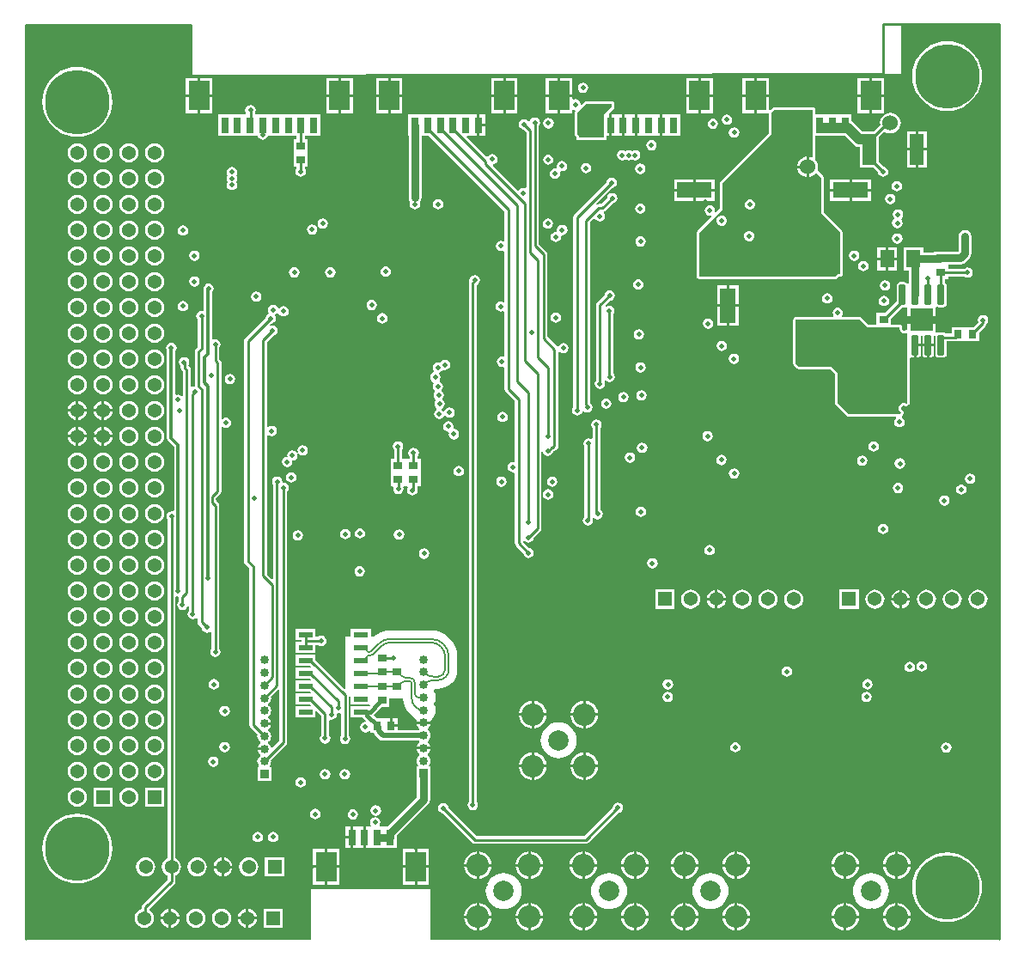
<source format=gbl>
G04*
G04 #@! TF.GenerationSoftware,Altium Limited,Altium Designer,21.8.1 (53)*
G04*
G04 Layer_Physical_Order=6*
G04 Layer_Color=16711680*
%FSLAX25Y25*%
%MOIN*%
G70*
G04*
G04 #@! TF.SameCoordinates,96160027-D82A-49E8-B93D-671BAC76BFE1*
G04*
G04*
G04 #@! TF.FilePolarity,Positive*
G04*
G01*
G75*
%ADD14C,0.00984*%
%ADD16C,0.01000*%
%ADD17C,0.01500*%
%ADD19C,0.00800*%
%ADD24R,0.03543X0.03150*%
%ADD29R,0.03150X0.03543*%
%ADD42R,0.05512X0.07087*%
%ADD73C,0.01181*%
%ADD74C,0.03000*%
%ADD75C,0.04000*%
%ADD76C,0.02000*%
%ADD77C,0.03347*%
%ADD78C,0.05394*%
%ADD79R,0.05394X0.05394*%
%ADD81C,0.06000*%
%ADD82R,0.03347X0.03347*%
%ADD83R,0.05394X0.05394*%
%ADD84C,0.25000*%
%ADD85C,0.01968*%
%ADD95C,0.00580*%
%ADD96R,0.12800X0.11500*%
%ADD97R,0.09016X0.09016*%
%ADD98R,0.13780X0.06299*%
%ADD99R,0.06299X0.13780*%
%ADD100R,0.08268X0.11811*%
%ADD101R,0.03150X0.06299*%
G04:AMPARAMS|DCode=102|XSize=91.73mil|YSize=120.87mil|CornerRadius=11.47mil|HoleSize=0mil|Usage=FLASHONLY|Rotation=180.000|XOffset=0mil|YOffset=0mil|HoleType=Round|Shape=RoundedRectangle|*
%AMROUNDEDRECTD102*
21,1,0.09173,0.09793,0,0,180.0*
21,1,0.06880,0.12087,0,0,180.0*
1,1,0.02293,-0.03440,0.04897*
1,1,0.02293,0.03440,0.04897*
1,1,0.02293,0.03440,-0.04897*
1,1,0.02293,-0.03440,-0.04897*
%
%ADD102ROUNDEDRECTD102*%
G04:AMPARAMS|DCode=103|XSize=77.56mil|YSize=23.62mil|CornerRadius=2.95mil|HoleSize=0mil|Usage=FLASHONLY|Rotation=270.000|XOffset=0mil|YOffset=0mil|HoleType=Round|Shape=RoundedRectangle|*
%AMROUNDEDRECTD103*
21,1,0.07756,0.01772,0,0,270.0*
21,1,0.07165,0.02362,0,0,270.0*
1,1,0.00591,-0.00886,-0.03583*
1,1,0.00591,-0.00886,0.03583*
1,1,0.00591,0.00886,0.03583*
1,1,0.00591,0.00886,-0.03583*
%
%ADD103ROUNDEDRECTD103*%
%ADD104R,0.05512X0.12008*%
%ADD105R,0.08268X0.11811*%
%ADD106R,0.03150X0.06299*%
%ADD107R,0.05750X0.02100*%
%ADD108C,0.07900*%
%ADD109C,0.08700*%
G36*
X377559Y59055D02*
X377559Y0D01*
X157480D01*
Y19685D01*
X110236D01*
Y0D01*
X0D01*
Y354724D01*
X63976D01*
Y335039D01*
X339567Y335630D01*
Y355000D01*
X377559Y355000D01*
X377559Y59055D01*
D02*
G37*
%LPC*%
G36*
X216240Y332240D02*
X215466Y332086D01*
X214810Y331647D01*
X214371Y330991D01*
X214217Y330217D01*
X214371Y329442D01*
X214810Y328786D01*
X215466Y328347D01*
X216240Y328193D01*
X217014Y328347D01*
X217671Y328786D01*
X218109Y329442D01*
X218263Y330217D01*
X218109Y330991D01*
X217671Y331647D01*
X217014Y332086D01*
X216240Y332240D01*
D02*
G37*
G36*
X333087Y334071D02*
X328453D01*
Y327665D01*
X333087D01*
Y334071D01*
D02*
G37*
G36*
X327453D02*
X322819D01*
Y327665D01*
X327453D01*
Y334071D01*
D02*
G37*
G36*
X288402D02*
X283768D01*
Y327665D01*
X288402D01*
Y334071D01*
D02*
G37*
G36*
X282768D02*
X278134D01*
Y327665D01*
X282768D01*
Y334071D01*
D02*
G37*
G36*
X266650D02*
X262016D01*
Y327665D01*
X266650D01*
Y334071D01*
D02*
G37*
G36*
X261016D02*
X256382D01*
Y327665D01*
X261016D01*
Y334071D01*
D02*
G37*
G36*
X212122D02*
X207488D01*
Y327665D01*
X212122D01*
Y334071D01*
D02*
G37*
G36*
X206488D02*
X201854D01*
Y327665D01*
X206488D01*
Y334071D01*
D02*
G37*
G36*
X190862D02*
X186228D01*
Y327665D01*
X190862D01*
Y334071D01*
D02*
G37*
G36*
X185228D02*
X180595D01*
Y327665D01*
X185228D01*
Y334071D01*
D02*
G37*
G36*
X146177D02*
X141543D01*
Y327665D01*
X146177D01*
Y334071D01*
D02*
G37*
G36*
X140543D02*
X135909D01*
Y327665D01*
X140543D01*
Y334071D01*
D02*
G37*
G36*
X126886D02*
X122252D01*
Y327665D01*
X126886D01*
Y334071D01*
D02*
G37*
G36*
X121252D02*
X116618D01*
Y327665D01*
X121252D01*
Y334071D01*
D02*
G37*
G36*
X72358D02*
X67724D01*
Y327665D01*
X72358D01*
Y334071D01*
D02*
G37*
G36*
X66724D02*
X62090D01*
Y327665D01*
X66724D01*
Y334071D01*
D02*
G37*
G36*
X357559Y348266D02*
X355441Y348099D01*
X353374Y347603D01*
X351411Y346790D01*
X349599Y345680D01*
X347984Y344300D01*
X346604Y342684D01*
X345493Y340872D01*
X344680Y338909D01*
X344184Y336843D01*
X344017Y334724D01*
X344184Y332606D01*
X344680Y330540D01*
X345493Y328577D01*
X346604Y326765D01*
X347984Y325149D01*
X349599Y323769D01*
X351411Y322659D01*
X353374Y321845D01*
X355441Y321349D01*
X357559Y321183D01*
X359677Y321349D01*
X361744Y321845D01*
X363707Y322659D01*
X365519Y323769D01*
X367134Y325149D01*
X368515Y326765D01*
X369625Y328577D01*
X370438Y330540D01*
X370934Y332606D01*
X371101Y334724D01*
X370934Y336843D01*
X370438Y338909D01*
X369625Y340872D01*
X368515Y342684D01*
X367134Y344300D01*
X365519Y345680D01*
X363707Y346790D01*
X361744Y347603D01*
X359677Y348099D01*
X357559Y348266D01*
D02*
G37*
G36*
X282768Y326665D02*
X278134D01*
Y320260D01*
X282768D01*
Y326665D01*
D02*
G37*
G36*
X266650D02*
X262016D01*
Y320260D01*
X266650D01*
Y326665D01*
D02*
G37*
G36*
X261016D02*
X256382D01*
Y320260D01*
X261016D01*
Y326665D01*
D02*
G37*
G36*
X206488D02*
X201854D01*
Y320260D01*
X206488D01*
Y326665D01*
D02*
G37*
G36*
X190862D02*
X186228D01*
Y320260D01*
X190862D01*
Y326665D01*
D02*
G37*
G36*
X185228D02*
X180595D01*
Y320260D01*
X185228D01*
Y326665D01*
D02*
G37*
G36*
X146177D02*
X141543D01*
Y320260D01*
X146177D01*
Y326665D01*
D02*
G37*
G36*
X140543D02*
X135909D01*
Y320260D01*
X140543D01*
Y326665D01*
D02*
G37*
G36*
X126886D02*
X122252D01*
Y320260D01*
X126886D01*
Y326665D01*
D02*
G37*
G36*
X121252D02*
X116618D01*
Y320260D01*
X121252D01*
Y326665D01*
D02*
G37*
G36*
X72358D02*
X67724D01*
Y320260D01*
X72358D01*
Y326665D01*
D02*
G37*
G36*
X66724D02*
X62090D01*
Y320260D01*
X66724D01*
Y326665D01*
D02*
G37*
G36*
X327453D02*
X322819D01*
Y320260D01*
X327453D01*
Y326665D01*
D02*
G37*
G36*
X178264Y319898D02*
X176189D01*
Y316248D01*
X178264D01*
Y319898D01*
D02*
G37*
G36*
X272093Y319884D02*
X271318Y319730D01*
X270662Y319291D01*
X270223Y318635D01*
X270069Y317861D01*
X270223Y317087D01*
X270662Y316430D01*
X271318Y315992D01*
X272093Y315838D01*
X272867Y315992D01*
X273523Y316430D01*
X273962Y317087D01*
X274116Y317861D01*
X273962Y318635D01*
X273523Y319291D01*
X272867Y319730D01*
X272093Y319884D01*
D02*
G37*
G36*
X202854Y318460D02*
X202080Y318306D01*
X201424Y317868D01*
X200985Y317211D01*
X200831Y316437D01*
X200985Y315663D01*
X201424Y315006D01*
X202080Y314568D01*
X202854Y314414D01*
X203628Y314568D01*
X204285Y315006D01*
X204724Y315663D01*
X204877Y316437D01*
X204724Y317211D01*
X204285Y317868D01*
X203628Y318306D01*
X202854Y318460D01*
D02*
G37*
G36*
X266660Y318290D02*
X265886Y318136D01*
X265230Y317697D01*
X264791Y317041D01*
X264637Y316266D01*
X264791Y315492D01*
X265230Y314836D01*
X265886Y314397D01*
X266660Y314243D01*
X267434Y314397D01*
X268091Y314836D01*
X268529Y315492D01*
X268683Y316266D01*
X268529Y317041D01*
X268091Y317697D01*
X267434Y318136D01*
X266660Y318290D01*
D02*
G37*
G36*
X333087Y326665D02*
X328453D01*
Y320260D01*
X332600D01*
X333008Y320260D01*
X333284Y319842D01*
X332647Y319353D01*
X332006Y318517D01*
X331603Y317544D01*
X331466Y316500D01*
X331545Y315893D01*
X328955Y313303D01*
X326803D01*
X326606Y313329D01*
X324612D01*
X321136Y316805D01*
X320509Y317286D01*
X320488Y317295D01*
Y319898D01*
X306531D01*
Y321654D01*
X306454Y322044D01*
X306233Y322375D01*
X305902Y322596D01*
X305512Y322673D01*
X290551D01*
X290161Y322596D01*
X289830Y322375D01*
X288902Y321446D01*
X288402Y321653D01*
Y326665D01*
X283768D01*
Y320260D01*
X288273D01*
Y320260D01*
X288351Y319801D01*
Y312627D01*
X269752Y294028D01*
X269531Y293697D01*
X269453Y293307D01*
Y283493D01*
X267848Y281889D01*
X267388Y282135D01*
X267476Y282579D01*
X267322Y283353D01*
X266883Y284009D01*
X266227Y284448D01*
X265453Y284602D01*
X264679Y284448D01*
X264022Y284009D01*
X263584Y283353D01*
X263430Y282579D01*
X263584Y281804D01*
X264022Y281148D01*
X264679Y280710D01*
X265453Y280556D01*
X265896Y280644D01*
X266143Y280183D01*
X260696Y274737D01*
X260475Y274406D01*
X260398Y274016D01*
Y257087D01*
X260475Y256696D01*
X260696Y256366D01*
X261027Y256145D01*
X261417Y256067D01*
X314202D01*
X314592Y256145D01*
X314923Y256366D01*
X315241Y256684D01*
X315596Y256831D01*
X316142D01*
X316532Y256908D01*
X316863Y257129D01*
X317084Y257460D01*
X317161Y257850D01*
Y274016D01*
X317084Y274406D01*
X316863Y274737D01*
X309681Y281918D01*
Y295276D01*
X309603Y295666D01*
X309382Y295996D01*
X307580Y297799D01*
X307524Y297836D01*
X307480Y297887D01*
X307360Y297946D01*
X307249Y298020D01*
X307297Y298456D01*
X307435Y299500D01*
X307297Y300544D01*
X306894Y301517D01*
X306382Y302185D01*
X306280Y302522D01*
X306321Y302779D01*
X306380Y302899D01*
X306454Y303009D01*
X306467Y303075D01*
X306497Y303136D01*
X306505Y303269D01*
X306531Y303400D01*
Y311598D01*
X317784D01*
X321219Y308163D01*
X321845Y307683D01*
X322575Y307380D01*
X323358Y307277D01*
X323606D01*
Y299295D01*
X328955D01*
X330664Y297586D01*
X330808Y296864D01*
X331247Y296207D01*
X331903Y295769D01*
X332677Y295615D01*
X333451Y295769D01*
X334108Y296207D01*
X334546Y296864D01*
X334700Y297638D01*
X334546Y298412D01*
X334108Y299068D01*
X333451Y299507D01*
X332975Y299602D01*
X331118Y301458D01*
Y311140D01*
X333201Y313223D01*
X333483Y313006D01*
X334456Y312603D01*
X335500Y312466D01*
X336544Y312603D01*
X337517Y313006D01*
X338353Y313647D01*
X338994Y314483D01*
X339397Y315456D01*
X339534Y316500D01*
X339397Y317544D01*
X338994Y318517D01*
X338353Y319353D01*
X337517Y319994D01*
X336544Y320397D01*
X335500Y320534D01*
X334456Y320397D01*
X333707Y320087D01*
X333483Y319994D01*
X333443Y320013D01*
X333087Y320320D01*
X333087Y320746D01*
Y326665D01*
D02*
G37*
G36*
X254051Y319898D02*
X247055D01*
Y315748D01*
Y311598D01*
X254051D01*
Y319898D01*
D02*
G37*
G36*
X246055D02*
X237213D01*
Y315748D01*
Y311598D01*
X246055D01*
Y315748D01*
Y319898D01*
D02*
G37*
G36*
X236213D02*
X232291D01*
Y315748D01*
Y311598D01*
X236213D01*
Y315748D01*
Y319898D01*
D02*
G37*
G36*
X231291D02*
X227370D01*
Y315748D01*
Y311598D01*
X231291D01*
Y315748D01*
Y319898D01*
D02*
G37*
G36*
X178264Y315248D02*
X176189D01*
Y311598D01*
X178264D01*
Y315248D01*
D02*
G37*
G36*
X20000Y338266D02*
X17882Y338099D01*
X15815Y337603D01*
X13852Y336790D01*
X12040Y335680D01*
X10424Y334300D01*
X9044Y332684D01*
X7934Y330872D01*
X7121Y328909D01*
X6625Y326843D01*
X6458Y324724D01*
X6625Y322606D01*
X7121Y320540D01*
X7934Y318577D01*
X9044Y316765D01*
X10424Y315149D01*
X12040Y313769D01*
X13852Y312659D01*
X15815Y311845D01*
X17882Y311349D01*
X20000Y311183D01*
X22118Y311349D01*
X24185Y311845D01*
X26148Y312659D01*
X27960Y313769D01*
X29575Y315149D01*
X30955Y316765D01*
X32066Y318577D01*
X32879Y320540D01*
X33375Y322606D01*
X33542Y324724D01*
X33375Y326843D01*
X32879Y328909D01*
X32066Y330872D01*
X30955Y332684D01*
X29575Y334300D01*
X27960Y335680D01*
X26148Y336790D01*
X24185Y337603D01*
X22118Y338099D01*
X20000Y338266D01*
D02*
G37*
G36*
X274885Y314855D02*
X274110Y314701D01*
X273454Y314263D01*
X273015Y313606D01*
X272862Y312832D01*
X273015Y312058D01*
X273454Y311401D01*
X274110Y310963D01*
X274885Y310809D01*
X275659Y310963D01*
X276315Y311401D01*
X276754Y312058D01*
X276908Y312832D01*
X276754Y313606D01*
X276315Y314263D01*
X275659Y314701D01*
X274885Y314855D01*
D02*
G37*
G36*
X212122Y326665D02*
X207488D01*
Y320260D01*
X212122D01*
Y321564D01*
X212622Y321857D01*
X213111Y321760D01*
X213340Y321282D01*
X213279Y321221D01*
X213058Y320890D01*
X212980Y320500D01*
Y312330D01*
X213058Y311940D01*
X213279Y311609D01*
X213416Y311472D01*
X213563Y311117D01*
Y311000D01*
X213641Y310610D01*
X213862Y310279D01*
X214193Y310058D01*
X214583Y309980D01*
X224500D01*
X224890Y310058D01*
X225221Y310279D01*
X225442Y310610D01*
X225520Y311000D01*
Y311598D01*
X226370D01*
Y315748D01*
Y320194D01*
X226302Y320360D01*
X228221Y322279D01*
X228442Y322610D01*
X228520Y323000D01*
Y324000D01*
X228442Y324390D01*
X228221Y324721D01*
X227890Y324942D01*
X227500Y325020D01*
X217500D01*
X217110Y324942D01*
X216779Y324721D01*
X215718Y323660D01*
X215240Y323889D01*
X215112Y324531D01*
X214674Y325187D01*
X214018Y325626D01*
X213243Y325780D01*
X212622Y325656D01*
X212122Y325949D01*
Y326665D01*
D02*
G37*
G36*
X349622Y313303D02*
X346366D01*
Y306799D01*
X349622D01*
Y313303D01*
D02*
G37*
G36*
X345366D02*
X342110D01*
Y306799D01*
X345366D01*
Y313303D01*
D02*
G37*
G36*
X242800Y309923D02*
X242026Y309769D01*
X241369Y309331D01*
X240931Y308674D01*
X240777Y307900D01*
X240931Y307126D01*
X241369Y306469D01*
X242026Y306031D01*
X242800Y305877D01*
X243574Y306031D01*
X244231Y306469D01*
X244669Y307126D01*
X244823Y307900D01*
X244669Y308674D01*
X244231Y309331D01*
X243574Y309769D01*
X242800Y309923D01*
D02*
G37*
G36*
X236500Y306023D02*
X235726Y305869D01*
X235250Y305551D01*
X234774Y305869D01*
X234000Y306023D01*
X233226Y305869D01*
X232750Y305551D01*
X232274Y305869D01*
X231500Y306023D01*
X230726Y305869D01*
X230069Y305431D01*
X229631Y304774D01*
X229477Y304000D01*
X229631Y303226D01*
X230069Y302569D01*
X230726Y302131D01*
X231500Y301977D01*
X232274Y302131D01*
X232750Y302449D01*
X233226Y302131D01*
X234000Y301977D01*
X234774Y302131D01*
X235250Y302449D01*
X235726Y302131D01*
X236500Y301977D01*
X237274Y302131D01*
X237931Y302569D01*
X238369Y303226D01*
X238523Y304000D01*
X238369Y304774D01*
X237931Y305431D01*
X237274Y305869D01*
X236500Y306023D01*
D02*
G37*
G36*
X50000Y308729D02*
X49035Y308602D01*
X48136Y308229D01*
X47363Y307637D01*
X46771Y306864D01*
X46398Y305965D01*
X46271Y305000D01*
X46398Y304035D01*
X46771Y303136D01*
X47363Y302363D01*
X48136Y301771D01*
X49035Y301398D01*
X50000Y301271D01*
X50965Y301398D01*
X51864Y301771D01*
X52637Y302363D01*
X53229Y303136D01*
X53602Y304035D01*
X53729Y305000D01*
X53602Y305965D01*
X53229Y306864D01*
X52637Y307637D01*
X51864Y308229D01*
X50965Y308602D01*
X50000Y308729D01*
D02*
G37*
G36*
X40000D02*
X39035Y308602D01*
X38136Y308229D01*
X37363Y307637D01*
X36771Y306864D01*
X36398Y305965D01*
X36271Y305000D01*
X36398Y304035D01*
X36771Y303136D01*
X37363Y302363D01*
X38136Y301771D01*
X39035Y301398D01*
X40000Y301271D01*
X40965Y301398D01*
X41864Y301771D01*
X42637Y302363D01*
X43229Y303136D01*
X43602Y304035D01*
X43729Y305000D01*
X43602Y305965D01*
X43229Y306864D01*
X42637Y307637D01*
X41864Y308229D01*
X40965Y308602D01*
X40000Y308729D01*
D02*
G37*
G36*
X30000D02*
X29035Y308602D01*
X28136Y308229D01*
X27363Y307637D01*
X26771Y306864D01*
X26398Y305965D01*
X26271Y305000D01*
X26398Y304035D01*
X26771Y303136D01*
X27363Y302363D01*
X28136Y301771D01*
X29035Y301398D01*
X30000Y301271D01*
X30965Y301398D01*
X31864Y301771D01*
X32637Y302363D01*
X33229Y303136D01*
X33602Y304035D01*
X33729Y305000D01*
X33602Y305965D01*
X33229Y306864D01*
X32637Y307637D01*
X31864Y308229D01*
X30965Y308602D01*
X30000Y308729D01*
D02*
G37*
G36*
X20000D02*
X19035Y308602D01*
X18136Y308229D01*
X17363Y307637D01*
X16771Y306864D01*
X16398Y305965D01*
X16271Y305000D01*
X16398Y304035D01*
X16771Y303136D01*
X17363Y302363D01*
X18136Y301771D01*
X19035Y301398D01*
X20000Y301271D01*
X20965Y301398D01*
X21864Y301771D01*
X22637Y302363D01*
X23229Y303136D01*
X23602Y304035D01*
X23729Y305000D01*
X23602Y305965D01*
X23229Y306864D01*
X22637Y307637D01*
X21864Y308229D01*
X20965Y308602D01*
X20000Y308729D01*
D02*
G37*
G36*
X202749Y304346D02*
X201975Y304192D01*
X201319Y303753D01*
X200880Y303097D01*
X200726Y302323D01*
X200880Y301549D01*
X201319Y300892D01*
X201975Y300454D01*
X202749Y300300D01*
X203524Y300454D01*
X204180Y300892D01*
X204619Y301549D01*
X204772Y302323D01*
X204619Y303097D01*
X204180Y303753D01*
X203524Y304192D01*
X202749Y304346D01*
D02*
G37*
G36*
X349622Y305799D02*
X346366D01*
Y299295D01*
X349622D01*
Y305799D01*
D02*
G37*
G36*
X345366D02*
X342110D01*
Y299295D01*
X345366D01*
Y305799D01*
D02*
G37*
G36*
X208100Y301823D02*
X207326Y301669D01*
X206669Y301231D01*
X206231Y300574D01*
X206077Y299800D01*
X206184Y299263D01*
X205816Y298837D01*
X205799Y298830D01*
X205341Y298921D01*
X204566Y298767D01*
X203910Y298328D01*
X203471Y297672D01*
X203317Y296898D01*
X203471Y296123D01*
X203910Y295467D01*
X204566Y295028D01*
X205341Y294875D01*
X206115Y295028D01*
X206771Y295467D01*
X207210Y296123D01*
X207364Y296898D01*
X207257Y297435D01*
X207625Y297861D01*
X207642Y297868D01*
X208100Y297777D01*
X208874Y297931D01*
X209531Y298369D01*
X209969Y299026D01*
X210123Y299800D01*
X209969Y300574D01*
X209531Y301231D01*
X208874Y301669D01*
X208100Y301823D01*
D02*
G37*
G36*
X217421Y301039D02*
X216647Y300885D01*
X215991Y300446D01*
X215552Y299790D01*
X215398Y299016D01*
X215552Y298241D01*
X215991Y297585D01*
X216647Y297147D01*
X217421Y296993D01*
X218196Y297147D01*
X218852Y297585D01*
X219290Y298241D01*
X219444Y299016D01*
X219290Y299790D01*
X218852Y300446D01*
X218196Y300885D01*
X217421Y301039D01*
D02*
G37*
G36*
X238458Y300765D02*
X237684Y300611D01*
X237027Y300173D01*
X236589Y299516D01*
X236435Y298742D01*
X236589Y297968D01*
X237027Y297312D01*
X237684Y296873D01*
X238458Y296719D01*
X239232Y296873D01*
X239888Y297312D01*
X240327Y297968D01*
X240481Y298742D01*
X240327Y299516D01*
X239888Y300173D01*
X239232Y300611D01*
X238458Y300765D01*
D02*
G37*
G36*
X87205Y323480D02*
X86431Y323326D01*
X85774Y322887D01*
X85336Y322231D01*
X85182Y321457D01*
X85336Y320683D01*
X85526Y320398D01*
X85259Y319898D01*
X74689D01*
Y311598D01*
X90040D01*
X90117Y311210D01*
X90556Y310554D01*
X91212Y310115D01*
X91987Y309961D01*
X92761Y310115D01*
X93417Y310554D01*
X93856Y311210D01*
X93933Y311598D01*
X105172D01*
Y310252D01*
X103921D01*
Y305240D01*
X103921Y305102D01*
Y304740D01*
X103921Y304602D01*
Y299590D01*
X105164D01*
Y298976D01*
X104824Y298467D01*
X104670Y297693D01*
X104824Y296919D01*
X105262Y296262D01*
X105919Y295824D01*
X106693Y295670D01*
X107467Y295824D01*
X108124Y296262D01*
X108562Y296919D01*
X108716Y297693D01*
X108562Y298467D01*
X108222Y298976D01*
Y299590D01*
X109465D01*
Y304602D01*
X109465Y304740D01*
Y305102D01*
X109465Y305240D01*
Y310252D01*
X108214D01*
Y311598D01*
X114287D01*
Y319898D01*
X89151D01*
X88884Y320398D01*
X89074Y320683D01*
X89228Y321457D01*
X89074Y322231D01*
X88635Y322887D01*
X87979Y323326D01*
X87205Y323480D01*
D02*
G37*
G36*
X50000Y298729D02*
X49035Y298602D01*
X48136Y298229D01*
X47363Y297637D01*
X46771Y296864D01*
X46398Y295965D01*
X46271Y295000D01*
X46398Y294035D01*
X46771Y293136D01*
X47363Y292363D01*
X48136Y291771D01*
X49035Y291398D01*
X50000Y291271D01*
X50965Y291398D01*
X51864Y291771D01*
X52637Y292363D01*
X53229Y293136D01*
X53602Y294035D01*
X53729Y295000D01*
X53602Y295965D01*
X53229Y296864D01*
X52637Y297637D01*
X51864Y298229D01*
X50965Y298602D01*
X50000Y298729D01*
D02*
G37*
G36*
X40000D02*
X39035Y298602D01*
X38136Y298229D01*
X37363Y297637D01*
X36771Y296864D01*
X36398Y295965D01*
X36271Y295000D01*
X36398Y294035D01*
X36771Y293136D01*
X37363Y292363D01*
X38136Y291771D01*
X39035Y291398D01*
X40000Y291271D01*
X40965Y291398D01*
X41864Y291771D01*
X42637Y292363D01*
X43229Y293136D01*
X43602Y294035D01*
X43729Y295000D01*
X43602Y295965D01*
X43229Y296864D01*
X42637Y297637D01*
X41864Y298229D01*
X40965Y298602D01*
X40000Y298729D01*
D02*
G37*
G36*
X30000D02*
X29035Y298602D01*
X28136Y298229D01*
X27363Y297637D01*
X26771Y296864D01*
X26398Y295965D01*
X26271Y295000D01*
X26398Y294035D01*
X26771Y293136D01*
X27363Y292363D01*
X28136Y291771D01*
X29035Y291398D01*
X30000Y291271D01*
X30965Y291398D01*
X31864Y291771D01*
X32637Y292363D01*
X33229Y293136D01*
X33602Y294035D01*
X33729Y295000D01*
X33602Y295965D01*
X33229Y296864D01*
X32637Y297637D01*
X31864Y298229D01*
X30965Y298602D01*
X30000Y298729D01*
D02*
G37*
G36*
X20000D02*
X19035Y298602D01*
X18136Y298229D01*
X17363Y297637D01*
X16771Y296864D01*
X16398Y295965D01*
X16271Y295000D01*
X16398Y294035D01*
X16771Y293136D01*
X17363Y292363D01*
X18136Y291771D01*
X19035Y291398D01*
X20000Y291271D01*
X20965Y291398D01*
X21864Y291771D01*
X22637Y292363D01*
X23229Y293136D01*
X23602Y294035D01*
X23729Y295000D01*
X23602Y295965D01*
X23229Y296864D01*
X22637Y297637D01*
X21864Y298229D01*
X20965Y298602D01*
X20000Y298729D01*
D02*
G37*
G36*
X267339Y294701D02*
X259949D01*
Y291051D01*
X267339D01*
Y294701D01*
D02*
G37*
G36*
X258949D02*
X251559D01*
Y291051D01*
X258949D01*
Y294701D01*
D02*
G37*
G36*
X327969D02*
X320579D01*
Y291051D01*
X327969D01*
Y294701D01*
D02*
G37*
G36*
X319579D02*
X312189D01*
Y291051D01*
X319579D01*
Y294701D01*
D02*
G37*
G36*
X80000Y299523D02*
X79226Y299369D01*
X78569Y298931D01*
X78131Y298274D01*
X77977Y297500D01*
X78131Y296726D01*
X78449Y296250D01*
X78131Y295774D01*
X77977Y295000D01*
X78131Y294226D01*
X78449Y293750D01*
X78131Y293274D01*
X77977Y292500D01*
X78131Y291726D01*
X78569Y291069D01*
X79226Y290631D01*
X80000Y290477D01*
X80774Y290631D01*
X81431Y291069D01*
X81869Y291726D01*
X82023Y292500D01*
X81869Y293274D01*
X81551Y293750D01*
X81869Y294226D01*
X82023Y295000D01*
X81869Y295774D01*
X81551Y296250D01*
X81869Y296726D01*
X82023Y297500D01*
X81869Y298274D01*
X81431Y298931D01*
X80774Y299369D01*
X80000Y299523D01*
D02*
G37*
G36*
X338000Y294023D02*
X337226Y293869D01*
X336569Y293431D01*
X336131Y292774D01*
X335977Y292000D01*
X336131Y291226D01*
X336569Y290569D01*
X337226Y290131D01*
X338000Y289977D01*
X338774Y290131D01*
X339431Y290569D01*
X339869Y291226D01*
X340023Y292000D01*
X339869Y292774D01*
X339431Y293431D01*
X338774Y293869D01*
X338000Y294023D01*
D02*
G37*
G36*
X327969Y290051D02*
X320579D01*
Y286402D01*
X327969D01*
Y290051D01*
D02*
G37*
G36*
X319579D02*
X312189D01*
Y286402D01*
X319579D01*
Y290051D01*
D02*
G37*
G36*
X267339Y290051D02*
X259949D01*
Y286402D01*
X267339D01*
Y290051D01*
D02*
G37*
G36*
X258949D02*
X251559D01*
Y286402D01*
X258949D01*
Y290051D01*
D02*
G37*
G36*
X335501Y289038D02*
X334727Y288884D01*
X334071Y288445D01*
X333632Y287789D01*
X333478Y287015D01*
X333632Y286240D01*
X334071Y285584D01*
X334727Y285145D01*
X335501Y284991D01*
X336276Y285145D01*
X336932Y285584D01*
X337370Y286240D01*
X337524Y287015D01*
X337370Y287789D01*
X336932Y288445D01*
X336276Y288884D01*
X335501Y289038D01*
D02*
G37*
G36*
X160000Y287023D02*
X159226Y286869D01*
X158569Y286431D01*
X158131Y285774D01*
X157977Y285000D01*
X158131Y284226D01*
X158569Y283569D01*
X159226Y283131D01*
X160000Y282977D01*
X160774Y283131D01*
X161431Y283569D01*
X161869Y284226D01*
X162023Y285000D01*
X161869Y285774D01*
X161431Y286431D01*
X160774Y286869D01*
X160000Y287023D01*
D02*
G37*
G36*
X238500Y285323D02*
X237726Y285169D01*
X237069Y284731D01*
X236631Y284074D01*
X236477Y283300D01*
X236631Y282526D01*
X237069Y281869D01*
X237726Y281431D01*
X238500Y281277D01*
X239274Y281431D01*
X239931Y281869D01*
X240369Y282526D01*
X240523Y283300D01*
X240369Y284074D01*
X239931Y284731D01*
X239274Y285169D01*
X238500Y285323D01*
D02*
G37*
G36*
X50000Y288729D02*
X49035Y288602D01*
X48136Y288229D01*
X47363Y287637D01*
X46771Y286864D01*
X46398Y285965D01*
X46271Y285000D01*
X46398Y284035D01*
X46771Y283136D01*
X47363Y282363D01*
X48136Y281771D01*
X49035Y281398D01*
X50000Y281271D01*
X50965Y281398D01*
X51864Y281771D01*
X52637Y282363D01*
X53229Y283136D01*
X53602Y284035D01*
X53729Y285000D01*
X53602Y285965D01*
X53229Y286864D01*
X52637Y287637D01*
X51864Y288229D01*
X50965Y288602D01*
X50000Y288729D01*
D02*
G37*
G36*
X40000D02*
X39035Y288602D01*
X38136Y288229D01*
X37363Y287637D01*
X36771Y286864D01*
X36398Y285965D01*
X36271Y285000D01*
X36398Y284035D01*
X36771Y283136D01*
X37363Y282363D01*
X38136Y281771D01*
X39035Y281398D01*
X40000Y281271D01*
X40965Y281398D01*
X41864Y281771D01*
X42637Y282363D01*
X43229Y283136D01*
X43602Y284035D01*
X43729Y285000D01*
X43602Y285965D01*
X43229Y286864D01*
X42637Y287637D01*
X41864Y288229D01*
X40965Y288602D01*
X40000Y288729D01*
D02*
G37*
G36*
X30000D02*
X29035Y288602D01*
X28136Y288229D01*
X27363Y287637D01*
X26771Y286864D01*
X26398Y285965D01*
X26271Y285000D01*
X26398Y284035D01*
X26771Y283136D01*
X27363Y282363D01*
X28136Y281771D01*
X29035Y281398D01*
X30000Y281271D01*
X30965Y281398D01*
X31864Y281771D01*
X32637Y282363D01*
X33229Y283136D01*
X33602Y284035D01*
X33729Y285000D01*
X33602Y285965D01*
X33229Y286864D01*
X32637Y287637D01*
X31864Y288229D01*
X30965Y288602D01*
X30000Y288729D01*
D02*
G37*
G36*
X20000D02*
X19035Y288602D01*
X18136Y288229D01*
X17363Y287637D01*
X16771Y286864D01*
X16398Y285965D01*
X16271Y285000D01*
X16398Y284035D01*
X16771Y283136D01*
X17363Y282363D01*
X18136Y281771D01*
X19035Y281398D01*
X20000Y281271D01*
X20965Y281398D01*
X21864Y281771D01*
X22637Y282363D01*
X23229Y283136D01*
X23602Y284035D01*
X23729Y285000D01*
X23602Y285965D01*
X23229Y286864D01*
X22637Y287637D01*
X21864Y288229D01*
X20965Y288602D01*
X20000Y288729D01*
D02*
G37*
G36*
X227362Y295429D02*
X226588Y295275D01*
X225932Y294836D01*
X225493Y294180D01*
X225374Y293580D01*
X212919Y281125D01*
X212587Y280629D01*
X212471Y280043D01*
Y206283D01*
X212131Y205774D01*
X211977Y205000D01*
X212131Y204226D01*
X212569Y203569D01*
X213226Y203131D01*
X214000Y202977D01*
X214774Y203131D01*
X215431Y203569D01*
X215869Y204226D01*
X215952Y204644D01*
X216470Y204769D01*
X217126Y204331D01*
X217900Y204177D01*
X218674Y204331D01*
X219331Y204769D01*
X219769Y205426D01*
X219923Y206200D01*
X219769Y206974D01*
X219331Y207631D01*
X219049Y207819D01*
Y277978D01*
X220530Y279459D01*
X221146Y279368D01*
X221404Y278983D01*
X222060Y278544D01*
X222835Y278390D01*
X223609Y278544D01*
X224265Y278983D01*
X224704Y279639D01*
X224858Y280413D01*
X224704Y281188D01*
X224374Y281682D01*
X224403Y281900D01*
X224484Y282187D01*
X224534Y282266D01*
X224940Y282537D01*
X227770Y285368D01*
X228370Y285487D01*
X229026Y285926D01*
X229465Y286582D01*
X229619Y287356D01*
X229465Y288130D01*
X229026Y288787D01*
X228370Y289225D01*
X227596Y289379D01*
X226822Y289225D01*
X226165Y288787D01*
X225727Y288130D01*
X225607Y287531D01*
X223225Y285148D01*
X222526D01*
X221941Y285031D01*
X221691Y284864D01*
X221372Y285252D01*
X227537Y291417D01*
X228136Y291536D01*
X228793Y291975D01*
X229231Y292631D01*
X229385Y293406D01*
X229231Y294180D01*
X228793Y294836D01*
X228136Y295275D01*
X227362Y295429D01*
D02*
G37*
G36*
X338500Y283023D02*
X337726Y282869D01*
X337069Y282431D01*
X336631Y281774D01*
X336477Y281000D01*
X336631Y280226D01*
X337069Y279570D01*
Y279337D01*
X336786Y279147D01*
X336347Y278491D01*
X336193Y277716D01*
X336347Y276942D01*
X336786Y276286D01*
X337442Y275847D01*
X338216Y275693D01*
X338991Y275847D01*
X339647Y276286D01*
X340086Y276942D01*
X340240Y277716D01*
X340086Y278491D01*
X339647Y279147D01*
Y279380D01*
X339931Y279569D01*
X340369Y280226D01*
X340523Y281000D01*
X340369Y281774D01*
X339931Y282431D01*
X339274Y282869D01*
X338500Y283023D01*
D02*
G37*
G36*
X115256Y279555D02*
X114482Y279401D01*
X113825Y278962D01*
X113387Y278306D01*
X113233Y277532D01*
X113387Y276757D01*
X113825Y276101D01*
X114482Y275662D01*
X115256Y275508D01*
X116030Y275662D01*
X116686Y276101D01*
X117125Y276757D01*
X117279Y277532D01*
X117125Y278306D01*
X116686Y278962D01*
X116030Y279401D01*
X115256Y279555D01*
D02*
G37*
G36*
X202658Y279484D02*
X201883Y279330D01*
X201227Y278891D01*
X200788Y278235D01*
X200634Y277461D01*
X200788Y276686D01*
X201227Y276030D01*
X201883Y275591D01*
X202658Y275437D01*
X203432Y275591D01*
X204088Y276030D01*
X204527Y276686D01*
X204681Y277461D01*
X204527Y278235D01*
X204088Y278891D01*
X203432Y279330D01*
X202658Y279484D01*
D02*
G37*
G36*
X208186Y277023D02*
X207412Y276869D01*
X206755Y276431D01*
X206317Y275774D01*
X206163Y275000D01*
X206213Y274748D01*
X205788Y274323D01*
X205666Y274347D01*
X204891Y274194D01*
X204235Y273755D01*
X203797Y273099D01*
X203643Y272324D01*
X203797Y271550D01*
X204235Y270894D01*
X204891Y270455D01*
X205666Y270301D01*
X206440Y270455D01*
X207096Y270894D01*
X207535Y271550D01*
X207689Y272324D01*
X207639Y272576D01*
X208064Y273001D01*
X208186Y272977D01*
X208960Y273131D01*
X209616Y273569D01*
X210055Y274226D01*
X210209Y275000D01*
X210055Y275774D01*
X209616Y276431D01*
X208960Y276869D01*
X208186Y277023D01*
D02*
G37*
G36*
X111110Y277238D02*
X110336Y277084D01*
X109680Y276646D01*
X109241Y275990D01*
X109087Y275215D01*
X109241Y274441D01*
X109680Y273785D01*
X110336Y273346D01*
X111110Y273192D01*
X111885Y273346D01*
X112541Y273785D01*
X112980Y274441D01*
X113134Y275215D01*
X112980Y275990D01*
X112541Y276646D01*
X111885Y277084D01*
X111110Y277238D01*
D02*
G37*
G36*
X61024Y276847D02*
X60249Y276693D01*
X59593Y276254D01*
X59154Y275598D01*
X59000Y274824D01*
X59154Y274049D01*
X59593Y273393D01*
X60249Y272955D01*
X61024Y272800D01*
X61798Y272955D01*
X62454Y273393D01*
X62893Y274049D01*
X63047Y274824D01*
X62893Y275598D01*
X62454Y276254D01*
X61798Y276693D01*
X61024Y276847D01*
D02*
G37*
G36*
X50000Y278729D02*
X49035Y278602D01*
X48136Y278229D01*
X47363Y277637D01*
X46771Y276864D01*
X46398Y275965D01*
X46271Y275000D01*
X46398Y274035D01*
X46771Y273136D01*
X47363Y272363D01*
X48136Y271771D01*
X49035Y271398D01*
X50000Y271271D01*
X50965Y271398D01*
X51864Y271771D01*
X52637Y272363D01*
X53229Y273136D01*
X53602Y274035D01*
X53729Y275000D01*
X53602Y275965D01*
X53229Y276864D01*
X52637Y277637D01*
X51864Y278229D01*
X50965Y278602D01*
X50000Y278729D01*
D02*
G37*
G36*
X40000D02*
X39035Y278602D01*
X38136Y278229D01*
X37363Y277637D01*
X36771Y276864D01*
X36398Y275965D01*
X36271Y275000D01*
X36398Y274035D01*
X36771Y273136D01*
X37363Y272363D01*
X38136Y271771D01*
X39035Y271398D01*
X40000Y271271D01*
X40965Y271398D01*
X41864Y271771D01*
X42637Y272363D01*
X43229Y273136D01*
X43602Y274035D01*
X43729Y275000D01*
X43602Y275965D01*
X43229Y276864D01*
X42637Y277637D01*
X41864Y278229D01*
X40965Y278602D01*
X40000Y278729D01*
D02*
G37*
G36*
X30000D02*
X29035Y278602D01*
X28136Y278229D01*
X27363Y277637D01*
X26771Y276864D01*
X26398Y275965D01*
X26271Y275000D01*
X26398Y274035D01*
X26771Y273136D01*
X27363Y272363D01*
X28136Y271771D01*
X29035Y271398D01*
X30000Y271271D01*
X30965Y271398D01*
X31864Y271771D01*
X32637Y272363D01*
X33229Y273136D01*
X33602Y274035D01*
X33729Y275000D01*
X33602Y275965D01*
X33229Y276864D01*
X32637Y277637D01*
X31864Y278229D01*
X30965Y278602D01*
X30000Y278729D01*
D02*
G37*
G36*
X20000D02*
X19035Y278602D01*
X18136Y278229D01*
X17363Y277637D01*
X16771Y276864D01*
X16398Y275965D01*
X16271Y275000D01*
X16398Y274035D01*
X16771Y273136D01*
X17363Y272363D01*
X18136Y271771D01*
X19035Y271398D01*
X20000Y271271D01*
X20965Y271398D01*
X21864Y271771D01*
X22637Y272363D01*
X23229Y273136D01*
X23602Y274035D01*
X23729Y275000D01*
X23602Y275965D01*
X23229Y276864D01*
X22637Y277637D01*
X21864Y278229D01*
X20965Y278602D01*
X20000Y278729D01*
D02*
G37*
G36*
X175189Y319898D02*
X148508D01*
Y311598D01*
X148534D01*
Y287500D01*
X148728Y286525D01*
X149180Y285848D01*
X149131Y285774D01*
X148977Y285000D01*
X149131Y284226D01*
X149569Y283569D01*
X150226Y283131D01*
X151000Y282977D01*
X151774Y283131D01*
X152431Y283569D01*
X152869Y284226D01*
X153023Y285000D01*
X152884Y285697D01*
X152885Y285698D01*
X153438Y286525D01*
X153632Y287500D01*
Y311598D01*
X156416D01*
X185755Y282259D01*
Y270928D01*
X185344Y270662D01*
X185255Y270672D01*
X184499Y270822D01*
X183725Y270668D01*
X183069Y270230D01*
X182630Y269573D01*
X182476Y268799D01*
X182630Y268025D01*
X183069Y267369D01*
X183725Y266930D01*
X184499Y266776D01*
X185255Y266926D01*
X185344Y266936D01*
X185755Y266670D01*
Y247318D01*
X185314Y247082D01*
X185118Y247213D01*
X184344Y247367D01*
X183570Y247213D01*
X182913Y246775D01*
X182475Y246118D01*
X182321Y245344D01*
X182475Y244570D01*
X182913Y243914D01*
X183570Y243475D01*
X184344Y243321D01*
X185118Y243475D01*
X185314Y243606D01*
X185755Y243370D01*
Y226204D01*
X185255Y225833D01*
X184800Y225923D01*
X184026Y225769D01*
X183369Y225331D01*
X182931Y224674D01*
X182777Y223900D01*
X182931Y223126D01*
X183369Y222469D01*
X184026Y222031D01*
X184800Y221877D01*
X185255Y221967D01*
X185755Y221596D01*
Y213208D01*
X185871Y212623D01*
X186203Y212126D01*
X189809Y208520D01*
Y185372D01*
X189309Y184962D01*
X189000Y185023D01*
X188226Y184869D01*
X187569Y184431D01*
X187131Y183774D01*
X186977Y183000D01*
X187131Y182226D01*
X187569Y181569D01*
X188226Y181131D01*
X189000Y180977D01*
X189309Y181038D01*
X189809Y180628D01*
Y153441D01*
X189926Y152856D01*
X190257Y152359D01*
X193086Y149530D01*
X193206Y148931D01*
X193644Y148274D01*
X194300Y147836D01*
X195075Y147682D01*
X195849Y147836D01*
X196505Y148274D01*
X196944Y148931D01*
X197098Y149705D01*
X196944Y150479D01*
X196505Y151135D01*
X195849Y151574D01*
X195249Y151693D01*
X192993Y153949D01*
X193029Y154184D01*
X193553Y154301D01*
X193604Y154224D01*
X194260Y153785D01*
X195035Y153631D01*
X195809Y153785D01*
X196465Y154224D01*
X196904Y154880D01*
X197023Y155480D01*
X199704Y158160D01*
X200035Y158657D01*
X200151Y159242D01*
Y188964D01*
X200651Y189013D01*
X200746Y188540D01*
X201184Y187884D01*
X201840Y187445D01*
X202615Y187292D01*
X203389Y187445D01*
X204045Y187884D01*
X204484Y188540D01*
X204538Y188813D01*
X204849Y189125D01*
X205051Y189165D01*
X205547Y189496D01*
X206254Y190203D01*
X206586Y190699D01*
X206702Y191285D01*
Y227594D01*
X207202Y227746D01*
X207231Y227703D01*
X207887Y227265D01*
X208661Y227111D01*
X209436Y227265D01*
X210092Y227703D01*
X210530Y228360D01*
X210684Y229134D01*
X210530Y229908D01*
X210092Y230564D01*
X209436Y231003D01*
X208661Y231157D01*
X207887Y231003D01*
X207231Y230564D01*
X206792Y229908D01*
X206785Y229872D01*
X206254Y229767D01*
X206254Y229767D01*
X202415Y233606D01*
Y265629D01*
X202299Y266214D01*
X201967Y266710D01*
X199092Y269585D01*
Y315450D01*
X199432Y315958D01*
X199586Y316732D01*
X199432Y317507D01*
X198994Y318163D01*
X198337Y318601D01*
X197563Y318755D01*
X196789Y318601D01*
X196132Y318163D01*
X195694Y317507D01*
X195623Y317148D01*
X195092Y317042D01*
X194803Y317474D01*
X194147Y317912D01*
X193373Y318066D01*
X192598Y317912D01*
X191942Y317474D01*
X191504Y316817D01*
X191349Y316043D01*
X191504Y315269D01*
X191942Y314613D01*
X192598Y314174D01*
X193198Y314055D01*
X194238Y313015D01*
Y291648D01*
X193738Y291316D01*
X193200Y291423D01*
X192426Y291269D01*
X191769Y290831D01*
X191512Y290445D01*
X190896Y290354D01*
X181236Y300014D01*
X181400Y300556D01*
X181774Y300631D01*
X182431Y301069D01*
X182869Y301726D01*
X183023Y302500D01*
X182869Y303274D01*
X182431Y303931D01*
X181774Y304369D01*
X181000Y304523D01*
X180226Y304369D01*
X179569Y303931D01*
X179325Y303565D01*
X178701Y303482D01*
X171046Y311137D01*
X171237Y311598D01*
X175189D01*
Y315748D01*
Y319898D01*
D02*
G37*
G36*
X338183Y273740D02*
X337409Y273586D01*
X336753Y273147D01*
X336314Y272491D01*
X336160Y271716D01*
X336314Y270942D01*
X336753Y270286D01*
X337409Y269847D01*
X338183Y269693D01*
X338958Y269847D01*
X339614Y270286D01*
X340053Y270942D01*
X340207Y271716D01*
X340053Y272491D01*
X339614Y273147D01*
X338958Y273586D01*
X338183Y273740D01*
D02*
G37*
G36*
X238600Y272623D02*
X237826Y272469D01*
X237169Y272031D01*
X236731Y271374D01*
X236577Y270600D01*
X236731Y269826D01*
X237169Y269169D01*
X237826Y268731D01*
X238600Y268577D01*
X239374Y268731D01*
X240031Y269169D01*
X240469Y269826D01*
X240623Y270600D01*
X240469Y271374D01*
X240031Y272031D01*
X239374Y272469D01*
X238600Y272623D01*
D02*
G37*
G36*
X364500Y275049D02*
X363525Y274855D01*
X362698Y274302D01*
X362145Y273476D01*
X361951Y272500D01*
Y266986D01*
X361687Y266722D01*
X357890D01*
Y266748D01*
X352346D01*
Y266329D01*
X348244D01*
Y268323D01*
X340732D01*
Y259236D01*
X342589D01*
Y254373D01*
X342089Y254222D01*
X341957Y254418D01*
X341529Y254704D01*
X341024Y254805D01*
X339252D01*
X338747Y254704D01*
X338318Y254418D01*
X338032Y253990D01*
X337931Y253484D01*
Y247279D01*
X333483Y242831D01*
X330102D01*
Y238421D01*
X326800D01*
X324343Y240878D01*
X324012Y241100D01*
X323622Y241177D01*
X316867D01*
X316631Y241677D01*
X316946Y242149D01*
X317100Y242923D01*
X316946Y243697D01*
X316508Y244353D01*
X315851Y244792D01*
X315077Y244946D01*
X314303Y244792D01*
X313647Y244353D01*
X313208Y243697D01*
X313054Y242923D01*
X313208Y242149D01*
X313523Y241677D01*
X313287Y241177D01*
X298819D01*
X298429Y241100D01*
X298098Y240878D01*
X297877Y240548D01*
X297799Y240158D01*
Y223228D01*
X297877Y222838D01*
X298098Y222507D01*
X299279Y221326D01*
X299610Y221105D01*
X300000Y221028D01*
X312176D01*
X313941Y219263D01*
Y207874D01*
X314019Y207484D01*
X314240Y207153D01*
X318570Y202822D01*
X318901Y202601D01*
X319291Y202524D01*
X337557D01*
X337709Y202024D01*
X337569Y201931D01*
X337131Y201274D01*
X336977Y200500D01*
X337131Y199726D01*
X337569Y199069D01*
X338226Y198631D01*
X339000Y198477D01*
X339774Y198631D01*
X340431Y199069D01*
X340869Y199726D01*
X341023Y200500D01*
X340869Y201274D01*
X340431Y201931D01*
X340050Y202185D01*
X340015Y202249D01*
X339994Y202516D01*
X340050Y202785D01*
X340105Y202822D01*
X340130Y202860D01*
X340165Y202888D01*
X340299Y203048D01*
X340302Y203053D01*
X340307Y203057D01*
X340398Y203227D01*
X340491Y203397D01*
X340491Y203403D01*
X340494Y203408D01*
X340639Y203889D01*
X340654Y204038D01*
X340683Y204184D01*
X340673Y204234D01*
X340678Y204285D01*
X340634Y204428D01*
X340605Y204574D01*
X340577Y204617D01*
X340562Y204665D01*
X340467Y204781D01*
X340384Y204905D01*
X339970Y205320D01*
X339823Y205674D01*
Y206058D01*
X339970Y206413D01*
X340241Y206684D01*
X340596Y206831D01*
X340979D01*
X341236Y206725D01*
X341325Y206707D01*
X341408Y206670D01*
X341518Y206668D01*
X341626Y206647D01*
X341715Y206665D01*
X341806Y206663D01*
X341908Y206703D01*
X342016Y206725D01*
X342092Y206775D01*
X342176Y206808D01*
X342676Y207129D01*
X342755Y207205D01*
X342847Y207266D01*
X342897Y207342D01*
X342963Y207404D01*
X343007Y207505D01*
X343068Y207597D01*
X343086Y207686D01*
X343122Y207769D01*
X343124Y207879D01*
X343146Y207987D01*
Y225411D01*
X343646Y225678D01*
X343747Y225611D01*
X344252Y225510D01*
X344638D01*
Y230413D01*
X345138D01*
Y230913D01*
X347344D01*
Y233996D01*
X347618Y234144D01*
X347931Y233763D01*
Y230913D01*
X350138D01*
X352344D01*
Y233996D01*
X352618Y234144D01*
X352931Y233763D01*
Y226831D01*
X353032Y226325D01*
X353318Y225897D01*
X353747Y225611D01*
X354252Y225510D01*
X356024D01*
X356529Y225611D01*
X356958Y225897D01*
X357244Y226325D01*
X357344Y226831D01*
Y231845D01*
X360736D01*
X360884Y231874D01*
X364248D01*
X364386Y231874D01*
X364748D01*
X364886Y231874D01*
X369898D01*
Y235254D01*
X372396Y237753D01*
X372728Y238249D01*
X372770Y238462D01*
X372931Y238569D01*
X373369Y239226D01*
X373523Y240000D01*
X373369Y240774D01*
X372931Y241431D01*
X372274Y241869D01*
X371500Y242023D01*
X370726Y241869D01*
X370069Y241431D01*
X369631Y240774D01*
X369477Y240000D01*
X369616Y239299D01*
X367735Y237417D01*
X364886D01*
X364748Y237417D01*
X364386D01*
X364248Y237417D01*
X359236D01*
Y234903D01*
X356975D01*
X356958Y234930D01*
X356529Y235216D01*
X356024Y235317D01*
X354252D01*
X353747Y235216D01*
X353646Y235149D01*
X353146Y235416D01*
Y238657D01*
X347638D01*
X342130D01*
Y236564D01*
X342108Y236515D01*
X341980Y236347D01*
X341630Y236161D01*
X341626Y236162D01*
X341528Y236142D01*
X341427D01*
X341334Y236104D01*
X341236Y236084D01*
X341137Y236043D01*
X340753D01*
X340398Y236190D01*
X340127Y236461D01*
X339980Y236816D01*
Y237402D01*
X339903Y237792D01*
X339682Y238123D01*
X339351Y238344D01*
X338961Y238421D01*
X335646D01*
Y240668D01*
X339976Y244998D01*
X341024D01*
X341529Y245099D01*
X341630Y245166D01*
X342130Y244899D01*
Y241657D01*
X347638D01*
X353146D01*
Y244899D01*
X353646Y245166D01*
X353747Y245099D01*
X354252Y244998D01*
X356024D01*
X356529Y245099D01*
X356958Y245385D01*
X357244Y245813D01*
X357344Y246319D01*
Y253484D01*
X357244Y253990D01*
X356958Y254418D01*
X356667Y254612D01*
Y256087D01*
X357890D01*
Y256971D01*
X364217D01*
X364726Y256631D01*
X365500Y256477D01*
X366274Y256631D01*
X366931Y257069D01*
X367369Y257726D01*
X367523Y258500D01*
X367369Y259274D01*
X366931Y259931D01*
X366274Y260369D01*
X365500Y260523D01*
X364726Y260369D01*
X364217Y260029D01*
X357890D01*
Y261236D01*
X358160Y261624D01*
X362743D01*
X363718Y261818D01*
X364545Y262371D01*
X366302Y264128D01*
X366855Y264955D01*
X367049Y265931D01*
Y272500D01*
X366855Y273476D01*
X366302Y274302D01*
X365476Y274855D01*
X364500Y275049D01*
D02*
G37*
G36*
X338008Y268323D02*
X334752D01*
Y264280D01*
X338008D01*
Y268323D01*
D02*
G37*
G36*
X333752D02*
X330496D01*
Y264280D01*
X333752D01*
Y268323D01*
D02*
G37*
G36*
X321500Y267035D02*
X320726Y266881D01*
X320069Y266442D01*
X319631Y265786D01*
X319477Y265012D01*
X319631Y264238D01*
X320069Y263581D01*
X320726Y263143D01*
X321500Y262989D01*
X322274Y263143D01*
X322931Y263581D01*
X323369Y264238D01*
X323523Y265012D01*
X323369Y265786D01*
X322931Y266442D01*
X322274Y266881D01*
X321500Y267035D01*
D02*
G37*
G36*
X65500Y267023D02*
X64726Y266869D01*
X64069Y266431D01*
X63631Y265774D01*
X63477Y265000D01*
X63631Y264226D01*
X64069Y263569D01*
X64726Y263131D01*
X65500Y262977D01*
X66274Y263131D01*
X66931Y263569D01*
X67369Y264226D01*
X67523Y265000D01*
X67369Y265774D01*
X66931Y266431D01*
X66274Y266869D01*
X65500Y267023D01*
D02*
G37*
G36*
X50000Y268729D02*
X49035Y268602D01*
X48136Y268229D01*
X47363Y267637D01*
X46771Y266864D01*
X46398Y265965D01*
X46271Y265000D01*
X46398Y264035D01*
X46771Y263136D01*
X47363Y262363D01*
X48136Y261771D01*
X49035Y261398D01*
X50000Y261271D01*
X50965Y261398D01*
X51864Y261771D01*
X52637Y262363D01*
X53229Y263136D01*
X53602Y264035D01*
X53729Y265000D01*
X53602Y265965D01*
X53229Y266864D01*
X52637Y267637D01*
X51864Y268229D01*
X50965Y268602D01*
X50000Y268729D01*
D02*
G37*
G36*
X40000D02*
X39035Y268602D01*
X38136Y268229D01*
X37363Y267637D01*
X36771Y266864D01*
X36398Y265965D01*
X36271Y265000D01*
X36398Y264035D01*
X36771Y263136D01*
X37363Y262363D01*
X38136Y261771D01*
X39035Y261398D01*
X40000Y261271D01*
X40965Y261398D01*
X41864Y261771D01*
X42637Y262363D01*
X43229Y263136D01*
X43602Y264035D01*
X43729Y265000D01*
X43602Y265965D01*
X43229Y266864D01*
X42637Y267637D01*
X41864Y268229D01*
X40965Y268602D01*
X40000Y268729D01*
D02*
G37*
G36*
X30000D02*
X29035Y268602D01*
X28136Y268229D01*
X27363Y267637D01*
X26771Y266864D01*
X26398Y265965D01*
X26271Y265000D01*
X26398Y264035D01*
X26771Y263136D01*
X27363Y262363D01*
X28136Y261771D01*
X29035Y261398D01*
X30000Y261271D01*
X30965Y261398D01*
X31864Y261771D01*
X32637Y262363D01*
X33229Y263136D01*
X33602Y264035D01*
X33729Y265000D01*
X33602Y265965D01*
X33229Y266864D01*
X32637Y267637D01*
X31864Y268229D01*
X30965Y268602D01*
X30000Y268729D01*
D02*
G37*
G36*
X20000D02*
X19035Y268602D01*
X18136Y268229D01*
X17363Y267637D01*
X16771Y266864D01*
X16398Y265965D01*
X16271Y265000D01*
X16398Y264035D01*
X16771Y263136D01*
X17363Y262363D01*
X18136Y261771D01*
X19035Y261398D01*
X20000Y261271D01*
X20965Y261398D01*
X21864Y261771D01*
X22637Y262363D01*
X23229Y263136D01*
X23602Y264035D01*
X23729Y265000D01*
X23602Y265965D01*
X23229Y266864D01*
X22637Y267637D01*
X21864Y268229D01*
X20965Y268602D01*
X20000Y268729D01*
D02*
G37*
G36*
X338008Y263280D02*
X334752D01*
Y259236D01*
X338008D01*
Y263280D01*
D02*
G37*
G36*
X333752D02*
X330496D01*
Y259236D01*
X333752D01*
Y263280D01*
D02*
G37*
G36*
X325000Y263023D02*
X324226Y262869D01*
X323569Y262431D01*
X323131Y261774D01*
X322977Y261000D01*
X323131Y260226D01*
X323569Y259569D01*
X324226Y259131D01*
X325000Y258977D01*
X325774Y259131D01*
X326431Y259569D01*
X326869Y260226D01*
X327023Y261000D01*
X326869Y261774D01*
X326431Y262431D01*
X325774Y262869D01*
X325000Y263023D01*
D02*
G37*
G36*
X139700Y260923D02*
X138926Y260769D01*
X138269Y260331D01*
X137831Y259674D01*
X137677Y258900D01*
X137831Y258126D01*
X138269Y257469D01*
X138926Y257031D01*
X139700Y256877D01*
X140474Y257031D01*
X141131Y257469D01*
X141569Y258126D01*
X141723Y258900D01*
X141569Y259674D01*
X141131Y260331D01*
X140474Y260769D01*
X139700Y260923D01*
D02*
G37*
G36*
X118200Y260623D02*
X117426Y260469D01*
X116769Y260031D01*
X116331Y259374D01*
X116177Y258600D01*
X116331Y257826D01*
X116769Y257169D01*
X117426Y256731D01*
X118200Y256577D01*
X118974Y256731D01*
X119631Y257169D01*
X120069Y257826D01*
X120223Y258600D01*
X120069Y259374D01*
X119631Y260031D01*
X118974Y260469D01*
X118200Y260623D01*
D02*
G37*
G36*
X104209D02*
X103434Y260469D01*
X102778Y260031D01*
X102339Y259374D01*
X102185Y258600D01*
X102339Y257826D01*
X102778Y257169D01*
X103434Y256731D01*
X104209Y256577D01*
X104983Y256731D01*
X105639Y257169D01*
X106078Y257826D01*
X106232Y258600D01*
X106078Y259374D01*
X105639Y260031D01*
X104983Y260469D01*
X104209Y260623D01*
D02*
G37*
G36*
X65500Y257023D02*
X64726Y256869D01*
X64069Y256431D01*
X63631Y255774D01*
X63477Y255000D01*
X63631Y254226D01*
X64069Y253569D01*
X64726Y253131D01*
X65500Y252977D01*
X66274Y253131D01*
X66931Y253569D01*
X67369Y254226D01*
X67523Y255000D01*
X67369Y255774D01*
X66931Y256431D01*
X66274Y256869D01*
X65500Y257023D01*
D02*
G37*
G36*
X237700Y255923D02*
X236926Y255769D01*
X236269Y255331D01*
X235831Y254674D01*
X235677Y253900D01*
X235831Y253126D01*
X236269Y252469D01*
X236926Y252031D01*
X237700Y251877D01*
X238474Y252031D01*
X239131Y252469D01*
X239569Y253126D01*
X239723Y253900D01*
X239569Y254674D01*
X239131Y255331D01*
X238474Y255769D01*
X237700Y255923D01*
D02*
G37*
G36*
X333500Y255523D02*
X332726Y255369D01*
X332069Y254931D01*
X331631Y254274D01*
X331477Y253500D01*
X331631Y252726D01*
X332069Y252069D01*
X332726Y251631D01*
X333500Y251477D01*
X334274Y251631D01*
X334931Y252069D01*
X335369Y252726D01*
X335523Y253500D01*
X335369Y254274D01*
X334931Y254931D01*
X334274Y255369D01*
X333500Y255523D01*
D02*
G37*
G36*
X50000Y258729D02*
X49035Y258602D01*
X48136Y258229D01*
X47363Y257637D01*
X46771Y256864D01*
X46398Y255965D01*
X46271Y255000D01*
X46398Y254035D01*
X46771Y253136D01*
X47363Y252363D01*
X48136Y251771D01*
X49035Y251398D01*
X50000Y251271D01*
X50965Y251398D01*
X51864Y251771D01*
X52637Y252363D01*
X53229Y253136D01*
X53602Y254035D01*
X53729Y255000D01*
X53602Y255965D01*
X53229Y256864D01*
X52637Y257637D01*
X51864Y258229D01*
X50965Y258602D01*
X50000Y258729D01*
D02*
G37*
G36*
X40000D02*
X39035Y258602D01*
X38136Y258229D01*
X37363Y257637D01*
X36771Y256864D01*
X36398Y255965D01*
X36271Y255000D01*
X36398Y254035D01*
X36771Y253136D01*
X37363Y252363D01*
X38136Y251771D01*
X39035Y251398D01*
X40000Y251271D01*
X40965Y251398D01*
X41864Y251771D01*
X42637Y252363D01*
X43229Y253136D01*
X43602Y254035D01*
X43729Y255000D01*
X43602Y255965D01*
X43229Y256864D01*
X42637Y257637D01*
X41864Y258229D01*
X40965Y258602D01*
X40000Y258729D01*
D02*
G37*
G36*
X30000D02*
X29035Y258602D01*
X28136Y258229D01*
X27363Y257637D01*
X26771Y256864D01*
X26398Y255965D01*
X26271Y255000D01*
X26398Y254035D01*
X26771Y253136D01*
X27363Y252363D01*
X28136Y251771D01*
X29035Y251398D01*
X30000Y251271D01*
X30965Y251398D01*
X31864Y251771D01*
X32637Y252363D01*
X33229Y253136D01*
X33602Y254035D01*
X33729Y255000D01*
X33602Y255965D01*
X33229Y256864D01*
X32637Y257637D01*
X31864Y258229D01*
X30965Y258602D01*
X30000Y258729D01*
D02*
G37*
G36*
X20000D02*
X19035Y258602D01*
X18136Y258229D01*
X17363Y257637D01*
X16771Y256864D01*
X16398Y255965D01*
X16271Y255000D01*
X16398Y254035D01*
X16771Y253136D01*
X17363Y252363D01*
X18136Y251771D01*
X19035Y251398D01*
X20000Y251271D01*
X20965Y251398D01*
X21864Y251771D01*
X22637Y252363D01*
X23229Y253136D01*
X23602Y254035D01*
X23729Y255000D01*
X23602Y255965D01*
X23229Y256864D01*
X22637Y257637D01*
X21864Y258229D01*
X20965Y258602D01*
X20000Y258729D01*
D02*
G37*
G36*
X89500Y251223D02*
X88726Y251069D01*
X88069Y250631D01*
X87631Y249974D01*
X87477Y249200D01*
X87631Y248426D01*
X88069Y247769D01*
X88726Y247331D01*
X89500Y247177D01*
X90274Y247331D01*
X90931Y247769D01*
X91369Y248426D01*
X91523Y249200D01*
X91369Y249974D01*
X90931Y250631D01*
X90274Y251069D01*
X89500Y251223D01*
D02*
G37*
G36*
X311000Y250523D02*
X310226Y250369D01*
X309569Y249931D01*
X309131Y249274D01*
X308977Y248500D01*
X309131Y247726D01*
X309569Y247069D01*
X310226Y246631D01*
X311000Y246477D01*
X311774Y246631D01*
X312431Y247069D01*
X312869Y247726D01*
X313023Y248500D01*
X312869Y249274D01*
X312431Y249931D01*
X311774Y250369D01*
X311000Y250523D01*
D02*
G37*
G36*
X276590Y253559D02*
X272941D01*
Y246169D01*
X276590D01*
Y253559D01*
D02*
G37*
G36*
X271941D02*
X268291D01*
Y246169D01*
X271941D01*
Y253559D01*
D02*
G37*
G36*
X333000Y249523D02*
X332226Y249369D01*
X331569Y248931D01*
X331131Y248274D01*
X330977Y247500D01*
X331131Y246726D01*
X331569Y246069D01*
X332226Y245631D01*
X333000Y245477D01*
X333774Y245631D01*
X334431Y246069D01*
X334869Y246726D01*
X335023Y247500D01*
X334869Y248274D01*
X334431Y248931D01*
X333774Y249369D01*
X333000Y249523D01*
D02*
G37*
G36*
X134252Y247988D02*
X133478Y247834D01*
X132821Y247395D01*
X132383Y246739D01*
X132229Y245965D01*
X132383Y245190D01*
X132821Y244534D01*
X133478Y244095D01*
X134252Y243941D01*
X135026Y244095D01*
X135682Y244534D01*
X136121Y245190D01*
X136275Y245965D01*
X136121Y246739D01*
X135682Y247395D01*
X135026Y247834D01*
X134252Y247988D01*
D02*
G37*
G36*
X70965Y254287D02*
X70190Y254133D01*
X69534Y253694D01*
X69095Y253038D01*
X68941Y252264D01*
X69095Y251490D01*
X69162Y251390D01*
Y243939D01*
X68662Y243567D01*
X68209Y243657D01*
X67435Y243503D01*
X66778Y243064D01*
X66339Y242408D01*
X66185Y241634D01*
X66339Y240860D01*
X66679Y240351D01*
Y229731D01*
X66019Y229070D01*
X65687Y228574D01*
X65571Y227988D01*
Y214441D01*
X65551Y214425D01*
X64777Y214271D01*
X64529Y214105D01*
X64029Y214372D01*
Y220736D01*
X63913Y221322D01*
X63581Y221818D01*
X63199Y222200D01*
Y222715D01*
X63353Y222946D01*
X63507Y223721D01*
X63353Y224495D01*
X62915Y225151D01*
X62258Y225590D01*
X61484Y225744D01*
X60710Y225590D01*
X60054Y225151D01*
X59615Y224495D01*
X59461Y223721D01*
X59615Y222946D01*
X60054Y222290D01*
X60140Y222232D01*
Y221567D01*
X60257Y220981D01*
X60588Y220485D01*
X60971Y220103D01*
Y210622D01*
X60471Y210471D01*
X60431Y210531D01*
X59774Y210969D01*
X59000Y211123D01*
X58547Y211033D01*
X58047Y211405D01*
Y227952D01*
X58385Y228458D01*
X58539Y229232D01*
X58385Y230007D01*
X57946Y230663D01*
X57290Y231101D01*
X56516Y231255D01*
X55742Y231101D01*
X55085Y230663D01*
X54647Y230007D01*
X54493Y229232D01*
X54647Y228458D01*
X54804Y228223D01*
Y194366D01*
X54927Y193746D01*
X55278Y193219D01*
X57548Y190950D01*
Y166183D01*
X57048Y165811D01*
X56595Y165901D01*
X55820Y165747D01*
X55164Y165308D01*
X54725Y164652D01*
X54571Y163878D01*
X54725Y163104D01*
X55036Y162639D01*
Y31286D01*
X54671Y31135D01*
X53899Y30542D01*
X53306Y29770D01*
X52934Y28871D01*
X52807Y27905D01*
X52934Y26940D01*
X53306Y26041D01*
X53899Y25269D01*
X54671Y24676D01*
X55006Y24538D01*
Y22917D01*
X45367Y13278D01*
X45036Y12782D01*
X44919Y12197D01*
Y11554D01*
X44136Y11229D01*
X43363Y10637D01*
X42771Y9864D01*
X42398Y8965D01*
X42271Y8000D01*
X42398Y7035D01*
X42771Y6136D01*
X43363Y5363D01*
X44136Y4771D01*
X45035Y4398D01*
X46000Y4271D01*
X46965Y4398D01*
X47864Y4771D01*
X48637Y5363D01*
X49229Y6136D01*
X49602Y7035D01*
X49729Y8000D01*
X49602Y8965D01*
X49229Y9864D01*
X48637Y10637D01*
X48045Y11091D01*
X48023Y11608D01*
X57617Y21202D01*
X57948Y21698D01*
X58065Y22284D01*
Y24538D01*
X58400Y24676D01*
X59172Y25269D01*
X59765Y26041D01*
X60137Y26940D01*
X60264Y27905D01*
X60137Y28871D01*
X59765Y29770D01*
X59172Y30542D01*
X58400Y31135D01*
X58094Y31261D01*
Y132733D01*
X58594Y133048D01*
X58881Y132991D01*
X59269Y132555D01*
X59297Y132449D01*
Y130909D01*
X58958Y130400D01*
X58804Y129626D01*
X58958Y128852D01*
X59396Y128195D01*
X60053Y127757D01*
X60827Y127603D01*
X61601Y127757D01*
X62257Y128195D01*
X62696Y128852D01*
X62734Y129045D01*
X63234Y128996D01*
Y127267D01*
X62895Y126759D01*
X62741Y125984D01*
X62895Y125210D01*
X63333Y124554D01*
X63990Y124115D01*
X64764Y123961D01*
X65538Y124115D01*
X66179Y124544D01*
X66271Y124526D01*
X66679Y124380D01*
Y122933D01*
X66796Y122348D01*
X67127Y121852D01*
X68386Y120593D01*
X68505Y119993D01*
X68943Y119337D01*
X69600Y118899D01*
X70374Y118745D01*
X71148Y118899D01*
X71593Y119196D01*
X72093Y118937D01*
Y112700D01*
X71753Y112191D01*
X71599Y111417D01*
X71753Y110643D01*
X72192Y109987D01*
X72848Y109548D01*
X73622Y109394D01*
X74396Y109548D01*
X75053Y109987D01*
X75491Y110643D01*
X75645Y111417D01*
X75491Y112191D01*
X75151Y112700D01*
Y168042D01*
X75035Y168627D01*
X74704Y169123D01*
X73888Y169939D01*
Y171006D01*
X75441Y172559D01*
X75772Y173055D01*
X75888Y173640D01*
Y198630D01*
X76388Y198775D01*
X76970Y198387D01*
X77744Y198233D01*
X78518Y198387D01*
X79175Y198825D01*
X79613Y199482D01*
X79767Y200256D01*
X79613Y201030D01*
X79175Y201687D01*
X78518Y202125D01*
X77744Y202279D01*
X76970Y202125D01*
X76388Y201736D01*
X75888Y201882D01*
Y223582D01*
X75772Y224168D01*
X75441Y224664D01*
X75151Y224953D01*
Y229308D01*
X75491Y229816D01*
X75645Y230591D01*
X75491Y231365D01*
X75053Y232021D01*
X74396Y232460D01*
X73622Y232614D01*
X72905Y232471D01*
X72743Y232513D01*
X72405Y232694D01*
Y250848D01*
X72834Y251490D01*
X72988Y252264D01*
X72834Y253038D01*
X72395Y253694D01*
X71739Y254133D01*
X70965Y254287D01*
D02*
G37*
G36*
X61024Y247499D02*
X60249Y247345D01*
X59593Y246907D01*
X59154Y246251D01*
X59000Y245476D01*
X59154Y244702D01*
X59593Y244046D01*
X60249Y243607D01*
X61024Y243453D01*
X61798Y243607D01*
X62454Y244046D01*
X62893Y244702D01*
X63047Y245476D01*
X62893Y246251D01*
X62454Y246907D01*
X61798Y247345D01*
X61024Y247499D01*
D02*
G37*
G36*
X96000Y246023D02*
X95226Y245869D01*
X94569Y245431D01*
X94131Y244774D01*
X93977Y244000D01*
X94131Y243226D01*
X94394Y242832D01*
X94305Y242617D01*
X93648Y242179D01*
X93210Y241522D01*
X93090Y240922D01*
X85134Y232966D01*
X84803Y232470D01*
X84686Y231885D01*
Y146537D01*
X84803Y145952D01*
X85134Y145456D01*
X86856Y143734D01*
Y82839D01*
X86973Y82253D01*
X87304Y81757D01*
X89926Y79136D01*
X89864Y78665D01*
X89955Y77967D01*
X90225Y77316D01*
X90653Y76758D01*
X90984Y76504D01*
X90992Y76489D01*
Y75919D01*
X90984Y75904D01*
X90653Y75650D01*
X90225Y75091D01*
X89955Y74441D01*
X89929Y74243D01*
X92560D01*
Y73243D01*
X89929D01*
X89955Y73045D01*
X90225Y72395D01*
X90653Y71837D01*
X90984Y71583D01*
X90992Y71567D01*
Y70998D01*
X90984Y70982D01*
X90653Y70729D01*
X90225Y70170D01*
X89955Y69520D01*
X89864Y68822D01*
X89955Y68124D01*
X90225Y67474D01*
X90532Y67074D01*
X90321Y66574D01*
X89887D01*
Y61228D01*
X95233D01*
Y66574D01*
X94799D01*
X94588Y67074D01*
X94895Y67474D01*
X95164Y68124D01*
X95256Y68822D01*
X95194Y69293D01*
X101081Y75181D01*
X101413Y75677D01*
X101529Y76262D01*
Y173717D01*
X101869Y174226D01*
X102023Y175000D01*
X101869Y175774D01*
X101431Y176431D01*
X100774Y176869D01*
X100051Y177013D01*
X99896Y177087D01*
X99613Y177370D01*
X99620Y177406D01*
X99466Y178180D01*
X99027Y178836D01*
X98371Y179275D01*
X97597Y179429D01*
X96822Y179275D01*
X96166Y178836D01*
X95727Y178180D01*
X95574Y177406D01*
X95727Y176631D01*
X95986Y176244D01*
Y139730D01*
X95524Y139538D01*
X93655Y141407D01*
Y195358D01*
X94155Y195512D01*
X94726Y195131D01*
X95500Y194977D01*
X96274Y195131D01*
X96931Y195569D01*
X97369Y196226D01*
X97523Y197000D01*
X97369Y197774D01*
X96931Y198431D01*
X96274Y198869D01*
X95500Y199023D01*
X94726Y198869D01*
X94155Y198488D01*
X93655Y198642D01*
Y231748D01*
X95942Y234035D01*
X96542Y234155D01*
X97198Y234593D01*
X97637Y235249D01*
X97791Y236024D01*
X97637Y236798D01*
X97198Y237454D01*
X96542Y237893D01*
X95768Y238047D01*
X95118Y237917D01*
X94838Y238344D01*
X95253Y238760D01*
X95853Y238879D01*
X96509Y239317D01*
X96948Y239974D01*
X97102Y240748D01*
X96948Y241522D01*
X96685Y241916D01*
X96774Y242131D01*
X97431Y242569D01*
X97601Y242825D01*
X98131Y242726D01*
X98569Y242069D01*
X99226Y241631D01*
X100000Y241477D01*
X100774Y241631D01*
X101431Y242069D01*
X101869Y242726D01*
X102023Y243500D01*
X101869Y244274D01*
X101431Y244931D01*
X100774Y245369D01*
X100000Y245523D01*
X99226Y245369D01*
X98569Y244931D01*
X98399Y244675D01*
X97869Y244774D01*
X97431Y245431D01*
X96774Y245869D01*
X96000Y246023D01*
D02*
G37*
G36*
X50000Y248729D02*
X49035Y248602D01*
X48136Y248229D01*
X47363Y247637D01*
X46771Y246864D01*
X46398Y245965D01*
X46271Y245000D01*
X46398Y244035D01*
X46771Y243136D01*
X47363Y242363D01*
X48136Y241771D01*
X49035Y241398D01*
X50000Y241271D01*
X50965Y241398D01*
X51864Y241771D01*
X52637Y242363D01*
X53229Y243136D01*
X53602Y244035D01*
X53729Y245000D01*
X53602Y245965D01*
X53229Y246864D01*
X52637Y247637D01*
X51864Y248229D01*
X50965Y248602D01*
X50000Y248729D01*
D02*
G37*
G36*
X40000D02*
X39035Y248602D01*
X38136Y248229D01*
X37363Y247637D01*
X36771Y246864D01*
X36398Y245965D01*
X36271Y245000D01*
X36398Y244035D01*
X36771Y243136D01*
X37363Y242363D01*
X38136Y241771D01*
X39035Y241398D01*
X40000Y241271D01*
X40965Y241398D01*
X41864Y241771D01*
X42637Y242363D01*
X43229Y243136D01*
X43602Y244035D01*
X43729Y245000D01*
X43602Y245965D01*
X43229Y246864D01*
X42637Y247637D01*
X41864Y248229D01*
X40965Y248602D01*
X40000Y248729D01*
D02*
G37*
G36*
X30000D02*
X29035Y248602D01*
X28136Y248229D01*
X27363Y247637D01*
X26771Y246864D01*
X26398Y245965D01*
X26271Y245000D01*
X26398Y244035D01*
X26771Y243136D01*
X27363Y242363D01*
X28136Y241771D01*
X29035Y241398D01*
X30000Y241271D01*
X30965Y241398D01*
X31864Y241771D01*
X32637Y242363D01*
X33229Y243136D01*
X33602Y244035D01*
X33729Y245000D01*
X33602Y245965D01*
X33229Y246864D01*
X32637Y247637D01*
X31864Y248229D01*
X30965Y248602D01*
X30000Y248729D01*
D02*
G37*
G36*
X20000D02*
X19035Y248602D01*
X18136Y248229D01*
X17363Y247637D01*
X16771Y246864D01*
X16398Y245965D01*
X16271Y245000D01*
X16398Y244035D01*
X16771Y243136D01*
X17363Y242363D01*
X18136Y241771D01*
X19035Y241398D01*
X20000Y241271D01*
X20965Y241398D01*
X21864Y241771D01*
X22637Y242363D01*
X23229Y243136D01*
X23602Y244035D01*
X23729Y245000D01*
X23602Y245965D01*
X23229Y246864D01*
X22637Y247637D01*
X21864Y248229D01*
X20965Y248602D01*
X20000Y248729D01*
D02*
G37*
G36*
X205709Y243066D02*
X204935Y242912D01*
X204278Y242474D01*
X203839Y241817D01*
X203685Y241043D01*
X203839Y240269D01*
X204278Y239613D01*
X204935Y239174D01*
X205709Y239020D01*
X206483Y239174D01*
X207139Y239613D01*
X207578Y240269D01*
X207732Y241043D01*
X207578Y241817D01*
X207139Y242474D01*
X206483Y242912D01*
X205709Y243066D01*
D02*
G37*
G36*
X138384Y242771D02*
X137610Y242617D01*
X136954Y242179D01*
X136515Y241522D01*
X136361Y240748D01*
X136515Y239974D01*
X136954Y239317D01*
X137610Y238879D01*
X138384Y238725D01*
X139158Y238879D01*
X139815Y239317D01*
X140253Y239974D01*
X140407Y240748D01*
X140253Y241522D01*
X139815Y242179D01*
X139158Y242617D01*
X138384Y242771D01*
D02*
G37*
G36*
X276590Y245169D02*
X272941D01*
Y237779D01*
X276590D01*
Y245169D01*
D02*
G37*
G36*
X271941D02*
X268291D01*
Y237779D01*
X271941D01*
Y245169D01*
D02*
G37*
G36*
X264764Y240704D02*
X263990Y240550D01*
X263333Y240112D01*
X262895Y239455D01*
X262741Y238681D01*
X262895Y237907D01*
X263333Y237250D01*
X263990Y236812D01*
X264764Y236658D01*
X265538Y236812D01*
X266194Y237250D01*
X266633Y237907D01*
X266787Y238681D01*
X266633Y239455D01*
X266194Y240112D01*
X265538Y240550D01*
X264764Y240704D01*
D02*
G37*
G36*
X237961Y236523D02*
X237186Y236369D01*
X236530Y235931D01*
X236091Y235274D01*
X235938Y234500D01*
X236091Y233726D01*
X236530Y233069D01*
X237186Y232631D01*
X237961Y232477D01*
X238735Y232631D01*
X239391Y233069D01*
X239830Y233726D01*
X239984Y234500D01*
X239830Y235274D01*
X239391Y235931D01*
X238735Y236369D01*
X237961Y236523D01*
D02*
G37*
G36*
X50000Y238729D02*
X49035Y238602D01*
X48136Y238229D01*
X47363Y237637D01*
X46771Y236864D01*
X46398Y235965D01*
X46271Y235000D01*
X46398Y234035D01*
X46771Y233136D01*
X47363Y232363D01*
X48136Y231771D01*
X49035Y231398D01*
X50000Y231271D01*
X50965Y231398D01*
X51864Y231771D01*
X52637Y232363D01*
X53229Y233136D01*
X53602Y234035D01*
X53729Y235000D01*
X53602Y235965D01*
X53229Y236864D01*
X52637Y237637D01*
X51864Y238229D01*
X50965Y238602D01*
X50000Y238729D01*
D02*
G37*
G36*
X40000D02*
X39035Y238602D01*
X38136Y238229D01*
X37363Y237637D01*
X36771Y236864D01*
X36398Y235965D01*
X36271Y235000D01*
X36398Y234035D01*
X36771Y233136D01*
X37363Y232363D01*
X38136Y231771D01*
X39035Y231398D01*
X40000Y231271D01*
X40965Y231398D01*
X41864Y231771D01*
X42637Y232363D01*
X43229Y233136D01*
X43602Y234035D01*
X43729Y235000D01*
X43602Y235965D01*
X43229Y236864D01*
X42637Y237637D01*
X41864Y238229D01*
X40965Y238602D01*
X40000Y238729D01*
D02*
G37*
G36*
X30000D02*
X29035Y238602D01*
X28136Y238229D01*
X27363Y237637D01*
X26771Y236864D01*
X26398Y235965D01*
X26271Y235000D01*
X26398Y234035D01*
X26771Y233136D01*
X27363Y232363D01*
X28136Y231771D01*
X29035Y231398D01*
X30000Y231271D01*
X30965Y231398D01*
X31864Y231771D01*
X32637Y232363D01*
X33229Y233136D01*
X33602Y234035D01*
X33729Y235000D01*
X33602Y235965D01*
X33229Y236864D01*
X32637Y237637D01*
X31864Y238229D01*
X30965Y238602D01*
X30000Y238729D01*
D02*
G37*
G36*
X20000D02*
X19035Y238602D01*
X18136Y238229D01*
X17363Y237637D01*
X16771Y236864D01*
X16398Y235965D01*
X16271Y235000D01*
X16398Y234035D01*
X16771Y233136D01*
X17363Y232363D01*
X18136Y231771D01*
X19035Y231398D01*
X20000Y231271D01*
X20965Y231398D01*
X21864Y231771D01*
X22637Y232363D01*
X23229Y233136D01*
X23602Y234035D01*
X23729Y235000D01*
X23602Y235965D01*
X23229Y236864D01*
X22637Y237637D01*
X21864Y238229D01*
X20965Y238602D01*
X20000Y238729D01*
D02*
G37*
G36*
X270084Y232048D02*
X269310Y231894D01*
X268654Y231456D01*
X268215Y230799D01*
X268061Y230025D01*
X268215Y229251D01*
X268654Y228595D01*
X269310Y228156D01*
X270084Y228002D01*
X270859Y228156D01*
X271515Y228595D01*
X271953Y229251D01*
X272107Y230025D01*
X271953Y230799D01*
X271515Y231456D01*
X270859Y231894D01*
X270084Y232048D01*
D02*
G37*
G36*
X352344Y229913D02*
X350638D01*
Y225510D01*
X351024D01*
X351529Y225611D01*
X351958Y225897D01*
X352244Y226325D01*
X352344Y226831D01*
Y229913D01*
D02*
G37*
G36*
X349638D02*
X347931D01*
Y226831D01*
X348032Y226325D01*
X348318Y225897D01*
X348747Y225611D01*
X349252Y225510D01*
X349638D01*
Y229913D01*
D02*
G37*
G36*
X347344D02*
X345638D01*
Y225510D01*
X346024D01*
X346529Y225611D01*
X346957Y225897D01*
X347244Y226325D01*
X347344Y226831D01*
Y229913D01*
D02*
G37*
G36*
X162713Y224743D02*
X161939Y224589D01*
X161282Y224150D01*
X161098Y223874D01*
X160714Y223529D01*
X159940Y223683D01*
X159166Y223529D01*
X158510Y223090D01*
X158071Y222434D01*
X157917Y221659D01*
X158071Y220885D01*
X158434Y220342D01*
X158309Y219808D01*
X158183Y219782D01*
X157526Y219344D01*
X157088Y218688D01*
X156934Y217913D01*
X157088Y217139D01*
X157526Y216483D01*
X158129Y216080D01*
X158186Y216027D01*
X158304Y215510D01*
X158033Y215106D01*
X157879Y214332D01*
X158033Y213557D01*
X158472Y212901D01*
X158631Y212795D01*
X158677Y212163D01*
X158367Y211699D01*
X158213Y210925D01*
X158367Y210151D01*
X158806Y209495D01*
X159160Y209258D01*
Y209068D01*
X158722Y208412D01*
X158568Y207638D01*
X158722Y206864D01*
X159160Y206207D01*
X159515Y205970D01*
X159531Y205919D01*
X159481Y205392D01*
X159002Y205072D01*
X158564Y204416D01*
X158410Y203642D01*
X158564Y202868D01*
X159002Y202211D01*
X159659Y201773D01*
X160433Y201619D01*
X161207Y201773D01*
X161864Y202211D01*
X162302Y202868D01*
X162326Y202985D01*
X162856Y203091D01*
X163072Y202767D01*
X163728Y202329D01*
X164503Y202175D01*
X165277Y202329D01*
X165933Y202767D01*
X166372Y203424D01*
X166526Y204198D01*
X166372Y204972D01*
X165933Y205629D01*
X165277Y206067D01*
X164503Y206221D01*
X163728Y206067D01*
X163072Y205629D01*
X162634Y204972D01*
X162610Y204855D01*
X162079Y204749D01*
X161864Y205072D01*
X161509Y205309D01*
X161493Y205361D01*
X161543Y205888D01*
X162021Y206207D01*
X162460Y206864D01*
X162614Y207638D01*
X162460Y208412D01*
X162021Y209068D01*
X161667Y209305D01*
Y209495D01*
X162105Y210151D01*
X162259Y210925D01*
X162105Y211699D01*
X161667Y212356D01*
X161508Y212462D01*
X161462Y213094D01*
X161772Y213557D01*
X161925Y214332D01*
X161772Y215106D01*
X161333Y215762D01*
X160730Y216165D01*
X160673Y216218D01*
X160556Y216735D01*
X160826Y217139D01*
X160980Y217913D01*
X160826Y218688D01*
X160463Y219231D01*
X160588Y219765D01*
X160714Y219790D01*
X161371Y220229D01*
X161556Y220505D01*
X161939Y220851D01*
X162713Y220697D01*
X163487Y220851D01*
X164144Y221289D01*
X164582Y221946D01*
X164736Y222720D01*
X164582Y223494D01*
X164144Y224150D01*
X163487Y224589D01*
X162713Y224743D01*
D02*
G37*
G36*
X274828Y227048D02*
X274054Y226894D01*
X273398Y226456D01*
X272959Y225799D01*
X272805Y225025D01*
X272959Y224251D01*
X273398Y223595D01*
X274054Y223156D01*
X274828Y223002D01*
X275603Y223156D01*
X276259Y223595D01*
X276697Y224251D01*
X276852Y225025D01*
X276697Y225799D01*
X276259Y226456D01*
X275603Y226894D01*
X274828Y227048D01*
D02*
G37*
G36*
X50000Y228729D02*
X49035Y228602D01*
X48136Y228229D01*
X47363Y227637D01*
X46771Y226864D01*
X46398Y225965D01*
X46271Y225000D01*
X46398Y224035D01*
X46771Y223136D01*
X47363Y222363D01*
X48136Y221771D01*
X49035Y221398D01*
X50000Y221271D01*
X50965Y221398D01*
X51864Y221771D01*
X52637Y222363D01*
X53229Y223136D01*
X53602Y224035D01*
X53729Y225000D01*
X53602Y225965D01*
X53229Y226864D01*
X52637Y227637D01*
X51864Y228229D01*
X50965Y228602D01*
X50000Y228729D01*
D02*
G37*
G36*
X40000D02*
X39035Y228602D01*
X38136Y228229D01*
X37363Y227637D01*
X36771Y226864D01*
X36398Y225965D01*
X36271Y225000D01*
X36398Y224035D01*
X36771Y223136D01*
X37363Y222363D01*
X38136Y221771D01*
X39035Y221398D01*
X40000Y221271D01*
X40965Y221398D01*
X41864Y221771D01*
X42637Y222363D01*
X43229Y223136D01*
X43602Y224035D01*
X43729Y225000D01*
X43602Y225965D01*
X43229Y226864D01*
X42637Y227637D01*
X41864Y228229D01*
X40965Y228602D01*
X40000Y228729D01*
D02*
G37*
G36*
X30000D02*
X29035Y228602D01*
X28136Y228229D01*
X27363Y227637D01*
X26771Y226864D01*
X26398Y225965D01*
X26271Y225000D01*
X26398Y224035D01*
X26771Y223136D01*
X27363Y222363D01*
X28136Y221771D01*
X29035Y221398D01*
X30000Y221271D01*
X30965Y221398D01*
X31864Y221771D01*
X32637Y222363D01*
X33229Y223136D01*
X33602Y224035D01*
X33729Y225000D01*
X33602Y225965D01*
X33229Y226864D01*
X32637Y227637D01*
X31864Y228229D01*
X30965Y228602D01*
X30000Y228729D01*
D02*
G37*
G36*
X20000D02*
X19035Y228602D01*
X18136Y228229D01*
X17363Y227637D01*
X16771Y226864D01*
X16398Y225965D01*
X16271Y225000D01*
X16398Y224035D01*
X16771Y223136D01*
X17363Y222363D01*
X18136Y221771D01*
X19035Y221398D01*
X20000Y221271D01*
X20965Y221398D01*
X21864Y221771D01*
X22637Y222363D01*
X23229Y223136D01*
X23602Y224035D01*
X23729Y225000D01*
X23602Y225965D01*
X23229Y226864D01*
X22637Y227637D01*
X21864Y228229D01*
X20965Y228602D01*
X20000Y228729D01*
D02*
G37*
G36*
X238600Y223723D02*
X237826Y223569D01*
X237169Y223131D01*
X236731Y222474D01*
X236577Y221700D01*
X236731Y220926D01*
X237169Y220269D01*
X237826Y219831D01*
X238600Y219677D01*
X239374Y219831D01*
X240031Y220269D01*
X240469Y220926D01*
X240623Y221700D01*
X240469Y222474D01*
X240031Y223131D01*
X239374Y223569D01*
X238600Y223723D01*
D02*
G37*
G36*
X226547Y251629D02*
X225773Y251475D01*
X225117Y251037D01*
X224678Y250380D01*
X224559Y249781D01*
X221753Y246975D01*
X221422Y246479D01*
X221305Y245894D01*
Y216637D01*
X220966Y216128D01*
X220812Y215354D01*
X220966Y214580D01*
X221404Y213924D01*
X222060Y213485D01*
X222835Y213331D01*
X223609Y213485D01*
X224265Y213924D01*
X224704Y214580D01*
X224858Y215354D01*
X224704Y216128D01*
X224537Y216379D01*
X224582Y216523D01*
X225131Y216602D01*
X225144Y216581D01*
X225801Y216143D01*
X226575Y215989D01*
X227349Y216143D01*
X228005Y216581D01*
X228444Y217238D01*
X228598Y218012D01*
X228444Y218786D01*
X228005Y219442D01*
X227907Y219508D01*
Y242418D01*
X228247Y242927D01*
X228401Y243701D01*
X228247Y244475D01*
X227808Y245131D01*
X227152Y245570D01*
X226378Y245724D01*
X225604Y245570D01*
X225263Y245342D01*
X224692Y245562D01*
X224687Y245583D01*
X226722Y247618D01*
X227322Y247737D01*
X227978Y248176D01*
X228416Y248832D01*
X228571Y249606D01*
X228416Y250380D01*
X227978Y251037D01*
X227322Y251475D01*
X226547Y251629D01*
D02*
G37*
G36*
X79232Y219149D02*
X78458Y218995D01*
X77802Y218556D01*
X77363Y217900D01*
X77209Y217126D01*
X77363Y216352D01*
X77802Y215695D01*
X78458Y215257D01*
X79232Y215103D01*
X80006Y215257D01*
X80663Y215695D01*
X81101Y216352D01*
X81255Y217126D01*
X81101Y217900D01*
X80663Y218556D01*
X80006Y218995D01*
X79232Y219149D01*
D02*
G37*
G36*
X50000Y218729D02*
X49035Y218602D01*
X48136Y218229D01*
X47363Y217637D01*
X46771Y216864D01*
X46398Y215965D01*
X46271Y215000D01*
X46398Y214035D01*
X46771Y213136D01*
X47363Y212363D01*
X48136Y211771D01*
X49035Y211398D01*
X50000Y211271D01*
X50965Y211398D01*
X51864Y211771D01*
X52637Y212363D01*
X53229Y213136D01*
X53602Y214035D01*
X53729Y215000D01*
X53602Y215965D01*
X53229Y216864D01*
X52637Y217637D01*
X51864Y218229D01*
X50965Y218602D01*
X50000Y218729D01*
D02*
G37*
G36*
X40000D02*
X39035Y218602D01*
X38136Y218229D01*
X37363Y217637D01*
X36771Y216864D01*
X36398Y215965D01*
X36271Y215000D01*
X36398Y214035D01*
X36771Y213136D01*
X37363Y212363D01*
X38136Y211771D01*
X39035Y211398D01*
X40000Y211271D01*
X40965Y211398D01*
X41864Y211771D01*
X42637Y212363D01*
X43229Y213136D01*
X43602Y214035D01*
X43729Y215000D01*
X43602Y215965D01*
X43229Y216864D01*
X42637Y217637D01*
X41864Y218229D01*
X40965Y218602D01*
X40000Y218729D01*
D02*
G37*
G36*
X30000D02*
X29035Y218602D01*
X28136Y218229D01*
X27363Y217637D01*
X26771Y216864D01*
X26398Y215965D01*
X26271Y215000D01*
X26398Y214035D01*
X26771Y213136D01*
X27363Y212363D01*
X28136Y211771D01*
X29035Y211398D01*
X30000Y211271D01*
X30965Y211398D01*
X31864Y211771D01*
X32637Y212363D01*
X33229Y213136D01*
X33602Y214035D01*
X33729Y215000D01*
X33602Y215965D01*
X33229Y216864D01*
X32637Y217637D01*
X31864Y218229D01*
X30965Y218602D01*
X30000Y218729D01*
D02*
G37*
G36*
X20000D02*
X19035Y218602D01*
X18136Y218229D01*
X17363Y217637D01*
X16771Y216864D01*
X16398Y215965D01*
X16271Y215000D01*
X16398Y214035D01*
X16771Y213136D01*
X17363Y212363D01*
X18136Y211771D01*
X19035Y211398D01*
X20000Y211271D01*
X20965Y211398D01*
X21864Y211771D01*
X22637Y212363D01*
X23229Y213136D01*
X23602Y214035D01*
X23729Y215000D01*
X23602Y215965D01*
X23229Y216864D01*
X22637Y217637D01*
X21864Y218229D01*
X20965Y218602D01*
X20000Y218729D01*
D02*
G37*
G36*
X238900Y212823D02*
X238126Y212669D01*
X237469Y212231D01*
X237031Y211574D01*
X236877Y210800D01*
X237031Y210026D01*
X237469Y209369D01*
X238126Y208931D01*
X238900Y208777D01*
X239674Y208931D01*
X240331Y209369D01*
X240769Y210026D01*
X240923Y210800D01*
X240769Y211574D01*
X240331Y212231D01*
X239674Y212669D01*
X238900Y212823D01*
D02*
G37*
G36*
X231890Y212161D02*
X231116Y212007D01*
X230459Y211568D01*
X230021Y210912D01*
X229867Y210138D01*
X230021Y209364D01*
X230459Y208707D01*
X231116Y208269D01*
X231890Y208115D01*
X232664Y208269D01*
X233320Y208707D01*
X233759Y209364D01*
X233913Y210138D01*
X233759Y210912D01*
X233320Y211568D01*
X232664Y212007D01*
X231890Y212161D01*
D02*
G37*
G36*
X225243Y209661D02*
X224469Y209507D01*
X223812Y209068D01*
X223374Y208412D01*
X223220Y207638D01*
X223374Y206864D01*
X223812Y206207D01*
X224469Y205769D01*
X225243Y205615D01*
X226017Y205769D01*
X226674Y206207D01*
X227112Y206864D01*
X227266Y207638D01*
X227112Y208412D01*
X226674Y209068D01*
X226017Y209507D01*
X225243Y209661D01*
D02*
G37*
G36*
X30500Y208663D02*
Y205500D01*
X33663D01*
X33602Y205965D01*
X33229Y206864D01*
X32637Y207637D01*
X31864Y208229D01*
X30965Y208602D01*
X30500Y208663D01*
D02*
G37*
G36*
X20500D02*
Y205500D01*
X23663D01*
X23602Y205965D01*
X23229Y206864D01*
X22637Y207637D01*
X21864Y208229D01*
X20965Y208602D01*
X20500Y208663D01*
D02*
G37*
G36*
X29500Y208663D02*
X29035Y208602D01*
X28136Y208229D01*
X27363Y207637D01*
X26771Y206864D01*
X26398Y205965D01*
X26337Y205500D01*
X29500D01*
Y208663D01*
D02*
G37*
G36*
X19500D02*
X19035Y208602D01*
X18136Y208229D01*
X17363Y207637D01*
X16771Y206864D01*
X16398Y205965D01*
X16337Y205500D01*
X19500D01*
Y208663D01*
D02*
G37*
G36*
X33663Y204500D02*
X30500D01*
Y201337D01*
X30965Y201398D01*
X31864Y201771D01*
X32637Y202363D01*
X33229Y203136D01*
X33602Y204035D01*
X33663Y204500D01*
D02*
G37*
G36*
X23663D02*
X20500D01*
Y201337D01*
X20965Y201398D01*
X21864Y201771D01*
X22637Y202363D01*
X23229Y203136D01*
X23602Y204035D01*
X23663Y204500D01*
D02*
G37*
G36*
X29500D02*
X26337D01*
X26398Y204035D01*
X26771Y203136D01*
X27363Y202363D01*
X28136Y201771D01*
X29035Y201398D01*
X29500Y201337D01*
Y204500D01*
D02*
G37*
G36*
X19500D02*
X16337D01*
X16398Y204035D01*
X16771Y203136D01*
X17363Y202363D01*
X18136Y201771D01*
X19035Y201398D01*
X19500Y201337D01*
Y204500D01*
D02*
G37*
G36*
X50000Y208729D02*
X49035Y208602D01*
X48136Y208229D01*
X47363Y207637D01*
X46771Y206864D01*
X46398Y205965D01*
X46271Y205000D01*
X46398Y204035D01*
X46771Y203136D01*
X47363Y202363D01*
X48136Y201771D01*
X49035Y201398D01*
X50000Y201271D01*
X50965Y201398D01*
X51864Y201771D01*
X52637Y202363D01*
X53229Y203136D01*
X53602Y204035D01*
X53729Y205000D01*
X53602Y205965D01*
X53229Y206864D01*
X52637Y207637D01*
X51864Y208229D01*
X50965Y208602D01*
X50000Y208729D01*
D02*
G37*
G36*
X40000D02*
X39035Y208602D01*
X38136Y208229D01*
X37363Y207637D01*
X36771Y206864D01*
X36398Y205965D01*
X36271Y205000D01*
X36398Y204035D01*
X36771Y203136D01*
X37363Y202363D01*
X38136Y201771D01*
X39035Y201398D01*
X40000Y201271D01*
X40965Y201398D01*
X41864Y201771D01*
X42637Y202363D01*
X43229Y203136D01*
X43602Y204035D01*
X43729Y205000D01*
X43602Y205965D01*
X43229Y206864D01*
X42637Y207637D01*
X41864Y208229D01*
X40965Y208602D01*
X40000Y208729D01*
D02*
G37*
G36*
X185000Y204539D02*
X184226Y204385D01*
X183569Y203946D01*
X183131Y203290D01*
X182977Y202516D01*
X183131Y201742D01*
X183569Y201085D01*
X184226Y200647D01*
X185000Y200493D01*
X185774Y200647D01*
X186431Y201085D01*
X186869Y201742D01*
X187023Y202516D01*
X186869Y203290D01*
X186431Y203946D01*
X185774Y204385D01*
X185000Y204539D01*
D02*
G37*
G36*
X30500Y198663D02*
Y195500D01*
X33663D01*
X33602Y195965D01*
X33229Y196864D01*
X32637Y197637D01*
X31864Y198229D01*
X30965Y198602D01*
X30500Y198663D01*
D02*
G37*
G36*
X20500D02*
Y195500D01*
X23663D01*
X23602Y195965D01*
X23229Y196864D01*
X22637Y197637D01*
X21864Y198229D01*
X20965Y198602D01*
X20500Y198663D01*
D02*
G37*
G36*
X29500Y198663D02*
X29035Y198602D01*
X28136Y198229D01*
X27363Y197637D01*
X26771Y196864D01*
X26398Y195965D01*
X26337Y195500D01*
X29500D01*
Y198663D01*
D02*
G37*
G36*
X19500D02*
X19035Y198602D01*
X18136Y198229D01*
X17363Y197637D01*
X16771Y196864D01*
X16398Y195965D01*
X16337Y195500D01*
X19500D01*
Y198663D01*
D02*
G37*
G36*
X221457Y201531D02*
X220683Y201377D01*
X220026Y200938D01*
X219588Y200282D01*
X219434Y199508D01*
X219588Y198734D01*
X219927Y198225D01*
Y194136D01*
X219427Y193869D01*
X219180Y194035D01*
X218406Y194188D01*
X217631Y194035D01*
X216975Y193596D01*
X216536Y192940D01*
X216382Y192165D01*
X216536Y191391D01*
X216728Y191104D01*
Y163766D01*
X216680Y163734D01*
X216241Y163077D01*
X216087Y162303D01*
X216241Y161529D01*
X216680Y160873D01*
X217336Y160434D01*
X218110Y160280D01*
X218884Y160434D01*
X219541Y160873D01*
X219979Y161529D01*
X220133Y162303D01*
X219979Y163077D01*
X219974Y163085D01*
X220016Y163209D01*
X220259Y163281D01*
X220578Y163317D01*
X221175Y162918D01*
X221949Y162764D01*
X222723Y162918D01*
X223379Y163357D01*
X223818Y164013D01*
X223972Y164787D01*
X223818Y165562D01*
X223379Y166218D01*
X222986Y166481D01*
Y198225D01*
X223326Y198734D01*
X223480Y199508D01*
X223326Y200282D01*
X222887Y200938D01*
X222231Y201377D01*
X221457Y201531D01*
D02*
G37*
G36*
X163976Y200858D02*
X163202Y200704D01*
X162546Y200265D01*
X162107Y199609D01*
X161953Y198835D01*
X162107Y198060D01*
X162546Y197404D01*
X163202Y196966D01*
X163866Y196834D01*
X164031Y196715D01*
X164235Y196353D01*
X164119Y195768D01*
X164273Y194993D01*
X164711Y194337D01*
X165367Y193899D01*
X166142Y193745D01*
X166916Y193899D01*
X167572Y194337D01*
X168011Y194993D01*
X168165Y195768D01*
X168011Y196542D01*
X167572Y197198D01*
X166916Y197637D01*
X166252Y197769D01*
X166087Y197887D01*
X165883Y198249D01*
X165999Y198835D01*
X165846Y199609D01*
X165407Y200265D01*
X164751Y200704D01*
X163976Y200858D01*
D02*
G37*
G36*
X264604Y197048D02*
X263830Y196894D01*
X263174Y196456D01*
X262735Y195799D01*
X262581Y195025D01*
X262735Y194251D01*
X263174Y193595D01*
X263830Y193156D01*
X264604Y193002D01*
X265378Y193156D01*
X266035Y193595D01*
X266473Y194251D01*
X266627Y195025D01*
X266473Y195799D01*
X266035Y196456D01*
X265378Y196894D01*
X264604Y197048D01*
D02*
G37*
G36*
X33663Y194500D02*
X30500D01*
Y191337D01*
X30965Y191398D01*
X31864Y191771D01*
X32637Y192363D01*
X33229Y193136D01*
X33602Y194035D01*
X33663Y194500D01*
D02*
G37*
G36*
X23663D02*
X20500D01*
Y191337D01*
X20965Y191398D01*
X21864Y191771D01*
X22637Y192363D01*
X23229Y193136D01*
X23602Y194035D01*
X23663Y194500D01*
D02*
G37*
G36*
X29500D02*
X26337D01*
X26398Y194035D01*
X26771Y193136D01*
X27363Y192363D01*
X28136Y191771D01*
X29035Y191398D01*
X29500Y191337D01*
Y194500D01*
D02*
G37*
G36*
X19500D02*
X16337D01*
X16398Y194035D01*
X16771Y193136D01*
X17363Y192363D01*
X18136Y191771D01*
X19035Y191398D01*
X19500Y191337D01*
Y194500D01*
D02*
G37*
G36*
X50000Y198729D02*
X49035Y198602D01*
X48136Y198229D01*
X47363Y197637D01*
X46771Y196864D01*
X46398Y195965D01*
X46271Y195000D01*
X46398Y194035D01*
X46771Y193136D01*
X47363Y192363D01*
X48136Y191771D01*
X49035Y191398D01*
X50000Y191271D01*
X50965Y191398D01*
X51864Y191771D01*
X52637Y192363D01*
X53229Y193136D01*
X53602Y194035D01*
X53729Y195000D01*
X53602Y195965D01*
X53229Y196864D01*
X52637Y197637D01*
X51864Y198229D01*
X50965Y198602D01*
X50000Y198729D01*
D02*
G37*
G36*
X40000D02*
X39035Y198602D01*
X38136Y198229D01*
X37363Y197637D01*
X36771Y196864D01*
X36398Y195965D01*
X36271Y195000D01*
X36398Y194035D01*
X36771Y193136D01*
X37363Y192363D01*
X38136Y191771D01*
X39035Y191398D01*
X40000Y191271D01*
X40965Y191398D01*
X41864Y191771D01*
X42637Y192363D01*
X43229Y193136D01*
X43602Y194035D01*
X43729Y195000D01*
X43602Y195965D01*
X43229Y196864D01*
X42637Y197637D01*
X41864Y198229D01*
X40965Y198602D01*
X40000Y198729D01*
D02*
G37*
G36*
X329000Y193023D02*
X328226Y192869D01*
X327569Y192431D01*
X327131Y191774D01*
X326977Y191000D01*
X327131Y190226D01*
X327569Y189569D01*
X328226Y189131D01*
X329000Y188977D01*
X329774Y189131D01*
X330431Y189569D01*
X330869Y190226D01*
X331023Y191000D01*
X330869Y191774D01*
X330431Y192431D01*
X329774Y192869D01*
X329000Y193023D01*
D02*
G37*
G36*
X107500Y191523D02*
X106726Y191369D01*
X106069Y190931D01*
X105631Y190274D01*
X105477Y189500D01*
X105591Y188925D01*
X105631Y188726D01*
X105199Y188529D01*
X105105Y188669D01*
X104931Y188931D01*
X104274Y189369D01*
X103500Y189523D01*
X102726Y189369D01*
X102069Y188931D01*
X101631Y188274D01*
X101477Y187500D01*
X101560Y187083D01*
X101500Y187023D01*
X100726Y186869D01*
X100069Y186431D01*
X99631Y185774D01*
X99477Y185000D01*
X99631Y184226D01*
X100069Y183569D01*
X100726Y183131D01*
X101500Y182977D01*
X102274Y183131D01*
X102931Y183569D01*
X103369Y184226D01*
X103523Y185000D01*
X103440Y185417D01*
X103500Y185477D01*
X104274Y185631D01*
X104931Y186069D01*
X105369Y186726D01*
X105523Y187500D01*
X105409Y188075D01*
X105369Y188274D01*
X105801Y188471D01*
X105895Y188331D01*
X106069Y188069D01*
X106726Y187631D01*
X107500Y187477D01*
X108274Y187631D01*
X108931Y188069D01*
X109369Y188726D01*
X109523Y189500D01*
X109369Y190274D01*
X108931Y190931D01*
X108274Y191369D01*
X107500Y191523D01*
D02*
G37*
G36*
X239200Y192523D02*
X238426Y192369D01*
X237769Y191931D01*
X237331Y191274D01*
X237177Y190500D01*
X237331Y189726D01*
X237769Y189069D01*
X238426Y188631D01*
X239200Y188477D01*
X239974Y188631D01*
X240631Y189069D01*
X241069Y189726D01*
X241223Y190500D01*
X241069Y191274D01*
X240631Y191931D01*
X239974Y192369D01*
X239200Y192523D01*
D02*
G37*
G36*
X234500Y188723D02*
X233726Y188569D01*
X233069Y188131D01*
X232631Y187474D01*
X232477Y186700D01*
X232631Y185926D01*
X233069Y185269D01*
X233726Y184831D01*
X234500Y184677D01*
X235274Y184831D01*
X235931Y185269D01*
X236369Y185926D01*
X236523Y186700D01*
X236369Y187474D01*
X235931Y188131D01*
X235274Y188569D01*
X234500Y188723D01*
D02*
G37*
G36*
X269980Y187799D02*
X269206Y187645D01*
X268550Y187206D01*
X268111Y186550D01*
X267957Y185776D01*
X268111Y185001D01*
X268550Y184345D01*
X269206Y183906D01*
X269980Y183753D01*
X270755Y183906D01*
X271411Y184345D01*
X271849Y185001D01*
X272003Y185776D01*
X271849Y186550D01*
X271411Y187206D01*
X270755Y187645D01*
X269980Y187799D01*
D02*
G37*
G36*
X324590Y187541D02*
X323816Y187387D01*
X323159Y186948D01*
X322721Y186292D01*
X322567Y185518D01*
X322721Y184743D01*
X323159Y184087D01*
X323816Y183648D01*
X324590Y183494D01*
X325364Y183648D01*
X326021Y184087D01*
X326459Y184743D01*
X326613Y185518D01*
X326459Y186292D01*
X326021Y186948D01*
X325364Y187387D01*
X324590Y187541D01*
D02*
G37*
G36*
X339208Y186432D02*
X338434Y186278D01*
X337777Y185839D01*
X337339Y185183D01*
X337185Y184409D01*
X337339Y183634D01*
X337777Y182978D01*
X338434Y182540D01*
X339208Y182386D01*
X339982Y182540D01*
X340638Y182978D01*
X341077Y183634D01*
X341231Y184409D01*
X341077Y185183D01*
X340638Y185839D01*
X339982Y186278D01*
X339208Y186432D01*
D02*
G37*
G36*
X50000Y188729D02*
X49035Y188602D01*
X48136Y188229D01*
X47363Y187637D01*
X46771Y186864D01*
X46398Y185965D01*
X46271Y185000D01*
X46398Y184035D01*
X46771Y183136D01*
X47363Y182363D01*
X48136Y181771D01*
X49035Y181398D01*
X50000Y181271D01*
X50965Y181398D01*
X51864Y181771D01*
X52637Y182363D01*
X53229Y183136D01*
X53602Y184035D01*
X53729Y185000D01*
X53602Y185965D01*
X53229Y186864D01*
X52637Y187637D01*
X51864Y188229D01*
X50965Y188602D01*
X50000Y188729D01*
D02*
G37*
G36*
X40000D02*
X39035Y188602D01*
X38136Y188229D01*
X37363Y187637D01*
X36771Y186864D01*
X36398Y185965D01*
X36271Y185000D01*
X36398Y184035D01*
X36771Y183136D01*
X37363Y182363D01*
X38136Y181771D01*
X39035Y181398D01*
X40000Y181271D01*
X40965Y181398D01*
X41864Y181771D01*
X42637Y182363D01*
X43229Y183136D01*
X43602Y184035D01*
X43729Y185000D01*
X43602Y185965D01*
X43229Y186864D01*
X42637Y187637D01*
X41864Y188229D01*
X40965Y188602D01*
X40000Y188729D01*
D02*
G37*
G36*
X30000D02*
X29035Y188602D01*
X28136Y188229D01*
X27363Y187637D01*
X26771Y186864D01*
X26398Y185965D01*
X26271Y185000D01*
X26398Y184035D01*
X26771Y183136D01*
X27363Y182363D01*
X28136Y181771D01*
X29035Y181398D01*
X30000Y181271D01*
X30965Y181398D01*
X31864Y181771D01*
X32637Y182363D01*
X33229Y183136D01*
X33602Y184035D01*
X33729Y185000D01*
X33602Y185965D01*
X33229Y186864D01*
X32637Y187637D01*
X31864Y188229D01*
X30965Y188602D01*
X30000Y188729D01*
D02*
G37*
G36*
X20000D02*
X19035Y188602D01*
X18136Y188229D01*
X17363Y187637D01*
X16771Y186864D01*
X16398Y185965D01*
X16271Y185000D01*
X16398Y184035D01*
X16771Y183136D01*
X17363Y182363D01*
X18136Y181771D01*
X19035Y181398D01*
X20000Y181271D01*
X20965Y181398D01*
X21864Y181771D01*
X22637Y182363D01*
X23229Y183136D01*
X23602Y184035D01*
X23729Y185000D01*
X23602Y185965D01*
X23229Y186864D01*
X22637Y187637D01*
X21864Y188229D01*
X20965Y188602D01*
X20000Y188729D01*
D02*
G37*
G36*
X168000Y183523D02*
X167226Y183369D01*
X166569Y182931D01*
X166131Y182274D01*
X165977Y181500D01*
X166131Y180726D01*
X166569Y180069D01*
X167226Y179631D01*
X168000Y179477D01*
X168774Y179631D01*
X169431Y180069D01*
X169869Y180726D01*
X170023Y181500D01*
X169869Y182274D01*
X169431Y182931D01*
X168774Y183369D01*
X168000Y183523D01*
D02*
G37*
G36*
X274885Y182572D02*
X274110Y182418D01*
X273454Y181980D01*
X273015Y181323D01*
X272862Y180549D01*
X273015Y179775D01*
X273454Y179119D01*
X274110Y178680D01*
X274885Y178526D01*
X275659Y178680D01*
X276315Y179119D01*
X276754Y179775D01*
X276908Y180549D01*
X276754Y181323D01*
X276315Y181980D01*
X275659Y182418D01*
X274885Y182572D01*
D02*
G37*
G36*
X103015Y181038D02*
X102240Y180884D01*
X101584Y180445D01*
X101145Y179789D01*
X100991Y179015D01*
X101145Y178240D01*
X101584Y177584D01*
X102240Y177145D01*
X103015Y176991D01*
X103789Y177145D01*
X104445Y177584D01*
X104884Y178240D01*
X105038Y179015D01*
X104884Y179789D01*
X104445Y180445D01*
X103789Y180884D01*
X103015Y181038D01*
D02*
G37*
G36*
X366500Y180523D02*
X365726Y180369D01*
X365069Y179931D01*
X364631Y179274D01*
X364477Y178500D01*
X364631Y177726D01*
X365069Y177069D01*
X365726Y176631D01*
X366500Y176477D01*
X367274Y176631D01*
X367931Y177069D01*
X368369Y177726D01*
X368523Y178500D01*
X368369Y179274D01*
X367931Y179931D01*
X367274Y180369D01*
X366500Y180523D01*
D02*
G37*
G36*
X184600Y179423D02*
X183826Y179269D01*
X183169Y178831D01*
X182731Y178174D01*
X182577Y177400D01*
X182731Y176626D01*
X183169Y175969D01*
X183826Y175531D01*
X184600Y175377D01*
X185374Y175531D01*
X186031Y175969D01*
X186469Y176626D01*
X186623Y177400D01*
X186469Y178174D01*
X186031Y178831D01*
X185374Y179269D01*
X184600Y179423D01*
D02*
G37*
G36*
X204312Y179405D02*
X203538Y179251D01*
X202882Y178813D01*
X202443Y178156D01*
X202289Y177382D01*
X202443Y176608D01*
X202882Y175951D01*
X203538Y175513D01*
X204312Y175359D01*
X205087Y175513D01*
X205743Y175951D01*
X206182Y176608D01*
X206336Y177382D01*
X206182Y178156D01*
X205743Y178813D01*
X205087Y179251D01*
X204312Y179405D01*
D02*
G37*
G36*
X338500Y176921D02*
X337726Y176767D01*
X337069Y176328D01*
X336631Y175672D01*
X336477Y174898D01*
X336631Y174123D01*
X337069Y173467D01*
X337726Y173029D01*
X338500Y172874D01*
X339274Y173029D01*
X339931Y173467D01*
X340369Y174123D01*
X340523Y174898D01*
X340369Y175672D01*
X339931Y176328D01*
X339274Y176767D01*
X338500Y176921D01*
D02*
G37*
G36*
X363051Y176354D02*
X362276Y176200D01*
X361620Y175761D01*
X361181Y175105D01*
X361028Y174331D01*
X361181Y173556D01*
X361620Y172900D01*
X362276Y172462D01*
X363051Y172308D01*
X363825Y172462D01*
X364481Y172900D01*
X364920Y173556D01*
X365074Y174331D01*
X364920Y175105D01*
X364481Y175761D01*
X363825Y176200D01*
X363051Y176354D01*
D02*
G37*
G36*
X144500Y193023D02*
X143726Y192869D01*
X143069Y192431D01*
X142631Y191774D01*
X142477Y191000D01*
X142631Y190226D01*
X142971Y189717D01*
Y186331D01*
X141728D01*
Y181319D01*
X141728Y181181D01*
Y180819D01*
X141728Y180681D01*
Y175669D01*
X142397D01*
X142705Y175169D01*
X142587Y174579D01*
X142741Y173804D01*
X143180Y173148D01*
X143836Y172710D01*
X144610Y172556D01*
X145384Y172710D01*
X146041Y173148D01*
X146479Y173804D01*
X146633Y174579D01*
X146516Y175169D01*
X146824Y175669D01*
X147228D01*
X147272Y175669D01*
X147728D01*
X147772Y175669D01*
X148128D01*
X148395Y175169D01*
X148131Y174774D01*
X147977Y174000D01*
X148131Y173226D01*
X148569Y172569D01*
X149226Y172131D01*
X150000Y171977D01*
X150774Y172131D01*
X151431Y172569D01*
X151869Y173226D01*
X152023Y174000D01*
X151951Y174365D01*
X152029Y174762D01*
Y175669D01*
X153272D01*
Y180681D01*
X153272Y180819D01*
Y181181D01*
X153272Y181319D01*
Y186331D01*
X152029D01*
Y187180D01*
X152383Y187710D01*
X152537Y188484D01*
X152383Y189259D01*
X151945Y189915D01*
X151288Y190353D01*
X150514Y190507D01*
X149740Y190353D01*
X149084Y189915D01*
X148645Y189259D01*
X148491Y188484D01*
X148645Y187710D01*
X148971Y187223D01*
Y186331D01*
X147772D01*
X147728Y186331D01*
X147272D01*
X147228Y186331D01*
X146029D01*
Y189717D01*
X146369Y190226D01*
X146523Y191000D01*
X146369Y191774D01*
X145931Y192431D01*
X145274Y192869D01*
X144500Y193023D01*
D02*
G37*
G36*
X50000Y178729D02*
X49035Y178602D01*
X48136Y178229D01*
X47363Y177637D01*
X46771Y176864D01*
X46398Y175965D01*
X46271Y175000D01*
X46398Y174035D01*
X46771Y173136D01*
X47363Y172363D01*
X48136Y171771D01*
X49035Y171398D01*
X50000Y171271D01*
X50965Y171398D01*
X51864Y171771D01*
X52637Y172363D01*
X53229Y173136D01*
X53602Y174035D01*
X53729Y175000D01*
X53602Y175965D01*
X53229Y176864D01*
X52637Y177637D01*
X51864Y178229D01*
X50965Y178602D01*
X50000Y178729D01*
D02*
G37*
G36*
X40000D02*
X39035Y178602D01*
X38136Y178229D01*
X37363Y177637D01*
X36771Y176864D01*
X36398Y175965D01*
X36271Y175000D01*
X36398Y174035D01*
X36771Y173136D01*
X37363Y172363D01*
X38136Y171771D01*
X39035Y171398D01*
X40000Y171271D01*
X40965Y171398D01*
X41864Y171771D01*
X42637Y172363D01*
X43229Y173136D01*
X43602Y174035D01*
X43729Y175000D01*
X43602Y175965D01*
X43229Y176864D01*
X42637Y177637D01*
X41864Y178229D01*
X40965Y178602D01*
X40000Y178729D01*
D02*
G37*
G36*
X30000D02*
X29035Y178602D01*
X28136Y178229D01*
X27363Y177637D01*
X26771Y176864D01*
X26398Y175965D01*
X26271Y175000D01*
X26398Y174035D01*
X26771Y173136D01*
X27363Y172363D01*
X28136Y171771D01*
X29035Y171398D01*
X30000Y171271D01*
X30965Y171398D01*
X31864Y171771D01*
X32637Y172363D01*
X33229Y173136D01*
X33602Y174035D01*
X33729Y175000D01*
X33602Y175965D01*
X33229Y176864D01*
X32637Y177637D01*
X31864Y178229D01*
X30965Y178602D01*
X30000Y178729D01*
D02*
G37*
G36*
X20000D02*
X19035Y178602D01*
X18136Y178229D01*
X17363Y177637D01*
X16771Y176864D01*
X16398Y175965D01*
X16271Y175000D01*
X16398Y174035D01*
X16771Y173136D01*
X17363Y172363D01*
X18136Y171771D01*
X19035Y171398D01*
X20000Y171271D01*
X20965Y171398D01*
X21864Y171771D01*
X22637Y172363D01*
X23229Y173136D01*
X23602Y174035D01*
X23729Y175000D01*
X23602Y175965D01*
X23229Y176864D01*
X22637Y177637D01*
X21864Y178229D01*
X20965Y178602D01*
X20000Y178729D01*
D02*
G37*
G36*
X202687Y174436D02*
X201913Y174283D01*
X201257Y173844D01*
X200818Y173188D01*
X200664Y172413D01*
X200818Y171639D01*
X201257Y170983D01*
X201913Y170544D01*
X202687Y170390D01*
X203461Y170544D01*
X204118Y170983D01*
X204556Y171639D01*
X204710Y172413D01*
X204556Y173188D01*
X204118Y173844D01*
X203461Y174283D01*
X202687Y174436D01*
D02*
G37*
G36*
X356500Y172023D02*
X355726Y171869D01*
X355069Y171431D01*
X354631Y170774D01*
X354477Y170000D01*
X354631Y169226D01*
X355069Y168569D01*
X355726Y168131D01*
X356500Y167977D01*
X357274Y168131D01*
X357931Y168569D01*
X358369Y169226D01*
X358523Y170000D01*
X358369Y170774D01*
X357931Y171431D01*
X357274Y171869D01*
X356500Y172023D01*
D02*
G37*
G36*
X238700Y167723D02*
X237926Y167569D01*
X237269Y167131D01*
X236831Y166474D01*
X236677Y165700D01*
X236831Y164926D01*
X237269Y164269D01*
X237926Y163831D01*
X238700Y163677D01*
X239474Y163831D01*
X240131Y164269D01*
X240569Y164926D01*
X240723Y165700D01*
X240569Y166474D01*
X240131Y167131D01*
X239474Y167569D01*
X238700Y167723D01*
D02*
G37*
G36*
X50000Y168729D02*
X49035Y168602D01*
X48136Y168229D01*
X47363Y167637D01*
X46771Y166864D01*
X46398Y165965D01*
X46271Y165000D01*
X46398Y164035D01*
X46771Y163136D01*
X47363Y162363D01*
X48136Y161771D01*
X49035Y161398D01*
X50000Y161271D01*
X50965Y161398D01*
X51864Y161771D01*
X52637Y162363D01*
X53229Y163136D01*
X53602Y164035D01*
X53729Y165000D01*
X53602Y165965D01*
X53229Y166864D01*
X52637Y167637D01*
X51864Y168229D01*
X50965Y168602D01*
X50000Y168729D01*
D02*
G37*
G36*
X40000D02*
X39035Y168602D01*
X38136Y168229D01*
X37363Y167637D01*
X36771Y166864D01*
X36398Y165965D01*
X36271Y165000D01*
X36398Y164035D01*
X36771Y163136D01*
X37363Y162363D01*
X38136Y161771D01*
X39035Y161398D01*
X40000Y161271D01*
X40965Y161398D01*
X41864Y161771D01*
X42637Y162363D01*
X43229Y163136D01*
X43602Y164035D01*
X43729Y165000D01*
X43602Y165965D01*
X43229Y166864D01*
X42637Y167637D01*
X41864Y168229D01*
X40965Y168602D01*
X40000Y168729D01*
D02*
G37*
G36*
X30000D02*
X29035Y168602D01*
X28136Y168229D01*
X27363Y167637D01*
X26771Y166864D01*
X26398Y165965D01*
X26271Y165000D01*
X26398Y164035D01*
X26771Y163136D01*
X27363Y162363D01*
X28136Y161771D01*
X29035Y161398D01*
X30000Y161271D01*
X30965Y161398D01*
X31864Y161771D01*
X32637Y162363D01*
X33229Y163136D01*
X33602Y164035D01*
X33729Y165000D01*
X33602Y165965D01*
X33229Y166864D01*
X32637Y167637D01*
X31864Y168229D01*
X30965Y168602D01*
X30000Y168729D01*
D02*
G37*
G36*
X20000D02*
X19035Y168602D01*
X18136Y168229D01*
X17363Y167637D01*
X16771Y166864D01*
X16398Y165965D01*
X16271Y165000D01*
X16398Y164035D01*
X16771Y163136D01*
X17363Y162363D01*
X18136Y161771D01*
X19035Y161398D01*
X20000Y161271D01*
X20965Y161398D01*
X21864Y161771D01*
X22637Y162363D01*
X23229Y163136D01*
X23602Y164035D01*
X23729Y165000D01*
X23602Y165965D01*
X23229Y166864D01*
X22637Y167637D01*
X21864Y168229D01*
X20965Y168602D01*
X20000Y168729D01*
D02*
G37*
G36*
X332677Y161078D02*
X331903Y160924D01*
X331247Y160486D01*
X330808Y159829D01*
X330654Y159055D01*
X330808Y158281D01*
X331247Y157625D01*
X331903Y157186D01*
X332677Y157032D01*
X333451Y157186D01*
X334108Y157625D01*
X334546Y158281D01*
X334700Y159055D01*
X334546Y159829D01*
X334108Y160486D01*
X333451Y160924D01*
X332677Y161078D01*
D02*
G37*
G36*
X129707Y159330D02*
X128932Y159176D01*
X128276Y158737D01*
X127838Y158081D01*
X127683Y157307D01*
X127838Y156532D01*
X128276Y155876D01*
X128932Y155438D01*
X129707Y155283D01*
X130481Y155438D01*
X131137Y155876D01*
X131576Y156532D01*
X131730Y157307D01*
X131576Y158081D01*
X131137Y158737D01*
X130481Y159176D01*
X129707Y159330D01*
D02*
G37*
G36*
X124000Y159023D02*
X123226Y158869D01*
X122569Y158431D01*
X122131Y157774D01*
X121977Y157000D01*
X122131Y156226D01*
X122569Y155569D01*
X123226Y155131D01*
X124000Y154977D01*
X124774Y155131D01*
X125431Y155569D01*
X125869Y156226D01*
X126023Y157000D01*
X125869Y157774D01*
X125431Y158431D01*
X124774Y158869D01*
X124000Y159023D01*
D02*
G37*
G36*
X144882Y158848D02*
X144108Y158694D01*
X143451Y158256D01*
X143013Y157599D01*
X142859Y156825D01*
X143013Y156051D01*
X143451Y155395D01*
X144108Y154956D01*
X144882Y154802D01*
X145656Y154956D01*
X146312Y155395D01*
X146751Y156051D01*
X146905Y156825D01*
X146751Y157599D01*
X146312Y158256D01*
X145656Y158694D01*
X144882Y158848D01*
D02*
G37*
G36*
X105584Y158523D02*
X104810Y158369D01*
X104154Y157931D01*
X103715Y157274D01*
X103561Y156500D01*
X103715Y155726D01*
X104154Y155069D01*
X104810Y154631D01*
X105584Y154477D01*
X106359Y154631D01*
X107015Y155069D01*
X107453Y155726D01*
X107607Y156500D01*
X107453Y157274D01*
X107015Y157931D01*
X106359Y158369D01*
X105584Y158523D01*
D02*
G37*
G36*
X50000Y158729D02*
X49035Y158602D01*
X48136Y158229D01*
X47363Y157637D01*
X46771Y156864D01*
X46398Y155965D01*
X46271Y155000D01*
X46398Y154035D01*
X46771Y153136D01*
X47363Y152363D01*
X48136Y151771D01*
X49035Y151398D01*
X50000Y151271D01*
X50965Y151398D01*
X51864Y151771D01*
X52637Y152363D01*
X53229Y153136D01*
X53602Y154035D01*
X53729Y155000D01*
X53602Y155965D01*
X53229Y156864D01*
X52637Y157637D01*
X51864Y158229D01*
X50965Y158602D01*
X50000Y158729D01*
D02*
G37*
G36*
X40000D02*
X39035Y158602D01*
X38136Y158229D01*
X37363Y157637D01*
X36771Y156864D01*
X36398Y155965D01*
X36271Y155000D01*
X36398Y154035D01*
X36771Y153136D01*
X37363Y152363D01*
X38136Y151771D01*
X39035Y151398D01*
X40000Y151271D01*
X40965Y151398D01*
X41864Y151771D01*
X42637Y152363D01*
X43229Y153136D01*
X43602Y154035D01*
X43729Y155000D01*
X43602Y155965D01*
X43229Y156864D01*
X42637Y157637D01*
X41864Y158229D01*
X40965Y158602D01*
X40000Y158729D01*
D02*
G37*
G36*
X30000D02*
X29035Y158602D01*
X28136Y158229D01*
X27363Y157637D01*
X26771Y156864D01*
X26398Y155965D01*
X26271Y155000D01*
X26398Y154035D01*
X26771Y153136D01*
X27363Y152363D01*
X28136Y151771D01*
X29035Y151398D01*
X30000Y151271D01*
X30965Y151398D01*
X31864Y151771D01*
X32637Y152363D01*
X33229Y153136D01*
X33602Y154035D01*
X33729Y155000D01*
X33602Y155965D01*
X33229Y156864D01*
X32637Y157637D01*
X31864Y158229D01*
X30965Y158602D01*
X30000Y158729D01*
D02*
G37*
G36*
X20000D02*
X19035Y158602D01*
X18136Y158229D01*
X17363Y157637D01*
X16771Y156864D01*
X16398Y155965D01*
X16271Y155000D01*
X16398Y154035D01*
X16771Y153136D01*
X17363Y152363D01*
X18136Y151771D01*
X19035Y151398D01*
X20000Y151271D01*
X20965Y151398D01*
X21864Y151771D01*
X22637Y152363D01*
X23229Y153136D01*
X23602Y154035D01*
X23729Y155000D01*
X23602Y155965D01*
X23229Y156864D01*
X22637Y157637D01*
X21864Y158229D01*
X20965Y158602D01*
X20000Y158729D01*
D02*
G37*
G36*
X265349Y152864D02*
X264575Y152710D01*
X263919Y152271D01*
X263480Y151615D01*
X263326Y150841D01*
X263480Y150067D01*
X263919Y149410D01*
X264575Y148972D01*
X265349Y148818D01*
X266124Y148972D01*
X266780Y149410D01*
X267218Y150067D01*
X267372Y150841D01*
X267218Y151615D01*
X266780Y152271D01*
X266124Y152710D01*
X265349Y152864D01*
D02*
G37*
G36*
X154565Y151458D02*
X153791Y151304D01*
X153135Y150865D01*
X152696Y150209D01*
X152542Y149435D01*
X152696Y148660D01*
X153135Y148004D01*
X153791Y147565D01*
X154565Y147412D01*
X155340Y147565D01*
X155996Y148004D01*
X156435Y148660D01*
X156588Y149435D01*
X156435Y150209D01*
X155996Y150865D01*
X155340Y151304D01*
X154565Y151458D01*
D02*
G37*
G36*
X243200Y147723D02*
X242426Y147569D01*
X241769Y147131D01*
X241331Y146474D01*
X241177Y145700D01*
X241331Y144926D01*
X241769Y144269D01*
X242426Y143831D01*
X243200Y143677D01*
X243974Y143831D01*
X244631Y144269D01*
X245069Y144926D01*
X245223Y145700D01*
X245069Y146474D01*
X244631Y147131D01*
X243974Y147569D01*
X243200Y147723D01*
D02*
G37*
G36*
X50000Y148729D02*
X49035Y148602D01*
X48136Y148229D01*
X47363Y147637D01*
X46771Y146864D01*
X46398Y145965D01*
X46271Y145000D01*
X46398Y144035D01*
X46771Y143136D01*
X47363Y142363D01*
X48136Y141771D01*
X49035Y141398D01*
X50000Y141271D01*
X50965Y141398D01*
X51864Y141771D01*
X52637Y142363D01*
X53229Y143136D01*
X53602Y144035D01*
X53729Y145000D01*
X53602Y145965D01*
X53229Y146864D01*
X52637Y147637D01*
X51864Y148229D01*
X50965Y148602D01*
X50000Y148729D01*
D02*
G37*
G36*
X40000D02*
X39035Y148602D01*
X38136Y148229D01*
X37363Y147637D01*
X36771Y146864D01*
X36398Y145965D01*
X36271Y145000D01*
X36398Y144035D01*
X36771Y143136D01*
X37363Y142363D01*
X38136Y141771D01*
X39035Y141398D01*
X40000Y141271D01*
X40965Y141398D01*
X41864Y141771D01*
X42637Y142363D01*
X43229Y143136D01*
X43602Y144035D01*
X43729Y145000D01*
X43602Y145965D01*
X43229Y146864D01*
X42637Y147637D01*
X41864Y148229D01*
X40965Y148602D01*
X40000Y148729D01*
D02*
G37*
G36*
X30000D02*
X29035Y148602D01*
X28136Y148229D01*
X27363Y147637D01*
X26771Y146864D01*
X26398Y145965D01*
X26271Y145000D01*
X26398Y144035D01*
X26771Y143136D01*
X27363Y142363D01*
X28136Y141771D01*
X29035Y141398D01*
X30000Y141271D01*
X30965Y141398D01*
X31864Y141771D01*
X32637Y142363D01*
X33229Y143136D01*
X33602Y144035D01*
X33729Y145000D01*
X33602Y145965D01*
X33229Y146864D01*
X32637Y147637D01*
X31864Y148229D01*
X30965Y148602D01*
X30000Y148729D01*
D02*
G37*
G36*
X20000D02*
X19035Y148602D01*
X18136Y148229D01*
X17363Y147637D01*
X16771Y146864D01*
X16398Y145965D01*
X16271Y145000D01*
X16398Y144035D01*
X16771Y143136D01*
X17363Y142363D01*
X18136Y141771D01*
X19035Y141398D01*
X20000Y141271D01*
X20965Y141398D01*
X21864Y141771D01*
X22637Y142363D01*
X23229Y143136D01*
X23602Y144035D01*
X23729Y145000D01*
X23602Y145965D01*
X23229Y146864D01*
X22637Y147637D01*
X21864Y148229D01*
X20965Y148602D01*
X20000Y148729D01*
D02*
G37*
G36*
X129600Y144598D02*
X128826Y144444D01*
X128169Y144005D01*
X127731Y143349D01*
X127577Y142575D01*
X127731Y141801D01*
X128169Y141144D01*
X128826Y140706D01*
X129600Y140552D01*
X130374Y140706D01*
X131031Y141144D01*
X131469Y141801D01*
X131623Y142575D01*
X131469Y143349D01*
X131031Y144005D01*
X130374Y144444D01*
X129600Y144598D01*
D02*
G37*
G36*
X340008Y135454D02*
Y132291D01*
X343171D01*
X343110Y132756D01*
X342737Y133656D01*
X342144Y134428D01*
X341372Y135020D01*
X340473Y135393D01*
X340008Y135454D01*
D02*
G37*
G36*
X339008D02*
X338543Y135393D01*
X337644Y135020D01*
X336871Y134428D01*
X336279Y133656D01*
X335906Y132756D01*
X335845Y132291D01*
X339008D01*
Y135454D01*
D02*
G37*
G36*
X268492D02*
Y132291D01*
X271655D01*
X271594Y132756D01*
X271221Y133656D01*
X270629Y134428D01*
X269857Y135020D01*
X268957Y135393D01*
X268492Y135454D01*
D02*
G37*
G36*
X267492D02*
X267027Y135393D01*
X266128Y135020D01*
X265355Y134428D01*
X264763Y133656D01*
X264390Y132756D01*
X264329Y132291D01*
X267492D01*
Y135454D01*
D02*
G37*
G36*
X50000Y138729D02*
X49035Y138602D01*
X48136Y138229D01*
X47363Y137637D01*
X46771Y136864D01*
X46398Y135965D01*
X46271Y135000D01*
X46398Y134035D01*
X46771Y133136D01*
X47363Y132363D01*
X48136Y131771D01*
X49035Y131398D01*
X50000Y131271D01*
X50965Y131398D01*
X51864Y131771D01*
X52637Y132363D01*
X53229Y133136D01*
X53602Y134035D01*
X53729Y135000D01*
X53602Y135965D01*
X53229Y136864D01*
X52637Y137637D01*
X51864Y138229D01*
X50965Y138602D01*
X50000Y138729D01*
D02*
G37*
G36*
X40000D02*
X39035Y138602D01*
X38136Y138229D01*
X37363Y137637D01*
X36771Y136864D01*
X36398Y135965D01*
X36271Y135000D01*
X36398Y134035D01*
X36771Y133136D01*
X37363Y132363D01*
X38136Y131771D01*
X39035Y131398D01*
X40000Y131271D01*
X40965Y131398D01*
X41864Y131771D01*
X42637Y132363D01*
X43229Y133136D01*
X43602Y134035D01*
X43729Y135000D01*
X43602Y135965D01*
X43229Y136864D01*
X42637Y137637D01*
X41864Y138229D01*
X40965Y138602D01*
X40000Y138729D01*
D02*
G37*
G36*
X30000D02*
X29035Y138602D01*
X28136Y138229D01*
X27363Y137637D01*
X26771Y136864D01*
X26398Y135965D01*
X26271Y135000D01*
X26398Y134035D01*
X26771Y133136D01*
X27363Y132363D01*
X28136Y131771D01*
X29035Y131398D01*
X30000Y131271D01*
X30965Y131398D01*
X31864Y131771D01*
X32637Y132363D01*
X33229Y133136D01*
X33602Y134035D01*
X33729Y135000D01*
X33602Y135965D01*
X33229Y136864D01*
X32637Y137637D01*
X31864Y138229D01*
X30965Y138602D01*
X30000Y138729D01*
D02*
G37*
G36*
X20000D02*
X19035Y138602D01*
X18136Y138229D01*
X17363Y137637D01*
X16771Y136864D01*
X16398Y135965D01*
X16271Y135000D01*
X16398Y134035D01*
X16771Y133136D01*
X17363Y132363D01*
X18136Y131771D01*
X19035Y131398D01*
X20000Y131271D01*
X20965Y131398D01*
X21864Y131771D01*
X22637Y132363D01*
X23229Y133136D01*
X23602Y134035D01*
X23729Y135000D01*
X23602Y135965D01*
X23229Y136864D01*
X22637Y137637D01*
X21864Y138229D01*
X20965Y138602D01*
X20000Y138729D01*
D02*
G37*
G36*
X343171Y131291D02*
X340008D01*
Y128128D01*
X340473Y128190D01*
X341372Y128562D01*
X342144Y129155D01*
X342737Y129927D01*
X343110Y130826D01*
X343171Y131291D01*
D02*
G37*
G36*
X339008D02*
X335845D01*
X335906Y130826D01*
X336279Y129927D01*
X336871Y129155D01*
X337644Y128562D01*
X338543Y128190D01*
X339008Y128128D01*
Y131291D01*
D02*
G37*
G36*
X271655D02*
X268492D01*
Y128128D01*
X268957Y128190D01*
X269857Y128562D01*
X270629Y129155D01*
X271221Y129927D01*
X271594Y130826D01*
X271655Y131291D01*
D02*
G37*
G36*
X267492D02*
X264329D01*
X264390Y130826D01*
X264763Y129927D01*
X265355Y129155D01*
X266128Y128562D01*
X267027Y128190D01*
X267492Y128128D01*
Y131291D01*
D02*
G37*
G36*
X323205Y135488D02*
X315811D01*
Y128094D01*
X323205D01*
Y135488D01*
D02*
G37*
G36*
X251689D02*
X244295D01*
Y128094D01*
X251689D01*
Y135488D01*
D02*
G37*
G36*
X369508Y135520D02*
X368543Y135393D01*
X367643Y135020D01*
X366871Y134428D01*
X366279Y133656D01*
X365906Y132756D01*
X365779Y131791D01*
X365906Y130826D01*
X366279Y129927D01*
X366871Y129155D01*
X367643Y128562D01*
X368543Y128190D01*
X369508Y128063D01*
X370473Y128190D01*
X371372Y128562D01*
X372145Y129155D01*
X372737Y129927D01*
X373110Y130826D01*
X373237Y131791D01*
X373110Y132756D01*
X372737Y133656D01*
X372145Y134428D01*
X371372Y135020D01*
X370473Y135393D01*
X369508Y135520D01*
D02*
G37*
G36*
X359508D02*
X358543Y135393D01*
X357644Y135020D01*
X356871Y134428D01*
X356279Y133656D01*
X355906Y132756D01*
X355779Y131791D01*
X355906Y130826D01*
X356279Y129927D01*
X356871Y129155D01*
X357644Y128562D01*
X358543Y128190D01*
X359508Y128063D01*
X360473Y128190D01*
X361372Y128562D01*
X362144Y129155D01*
X362737Y129927D01*
X363110Y130826D01*
X363237Y131791D01*
X363110Y132756D01*
X362737Y133656D01*
X362144Y134428D01*
X361372Y135020D01*
X360473Y135393D01*
X359508Y135520D01*
D02*
G37*
G36*
X349508D02*
X348543Y135393D01*
X347643Y135020D01*
X346871Y134428D01*
X346279Y133656D01*
X345906Y132756D01*
X345779Y131791D01*
X345906Y130826D01*
X346279Y129927D01*
X346871Y129155D01*
X347643Y128562D01*
X348543Y128190D01*
X349508Y128063D01*
X350473Y128190D01*
X351372Y128562D01*
X352145Y129155D01*
X352737Y129927D01*
X353110Y130826D01*
X353237Y131791D01*
X353110Y132756D01*
X352737Y133656D01*
X352145Y134428D01*
X351372Y135020D01*
X350473Y135393D01*
X349508Y135520D01*
D02*
G37*
G36*
X329508D02*
X328543Y135393D01*
X327643Y135020D01*
X326871Y134428D01*
X326279Y133656D01*
X325906Y132756D01*
X325779Y131791D01*
X325906Y130826D01*
X326279Y129927D01*
X326871Y129155D01*
X327643Y128562D01*
X328543Y128190D01*
X329508Y128063D01*
X330473Y128190D01*
X331372Y128562D01*
X332144Y129155D01*
X332737Y129927D01*
X333110Y130826D01*
X333237Y131791D01*
X333110Y132756D01*
X332737Y133656D01*
X332144Y134428D01*
X331372Y135020D01*
X330473Y135393D01*
X329508Y135520D01*
D02*
G37*
G36*
X297992D02*
X297027Y135393D01*
X296128Y135020D01*
X295356Y134428D01*
X294763Y133656D01*
X294390Y132756D01*
X294263Y131791D01*
X294390Y130826D01*
X294763Y129927D01*
X295356Y129155D01*
X296128Y128562D01*
X297027Y128190D01*
X297992Y128063D01*
X298957Y128190D01*
X299856Y128562D01*
X300629Y129155D01*
X301221Y129927D01*
X301594Y130826D01*
X301721Y131791D01*
X301594Y132756D01*
X301221Y133656D01*
X300629Y134428D01*
X299856Y135020D01*
X298957Y135393D01*
X297992Y135520D01*
D02*
G37*
G36*
X287992D02*
X287027Y135393D01*
X286128Y135020D01*
X285355Y134428D01*
X284763Y133656D01*
X284390Y132756D01*
X284263Y131791D01*
X284390Y130826D01*
X284763Y129927D01*
X285355Y129155D01*
X286128Y128562D01*
X287027Y128190D01*
X287992Y128063D01*
X288957Y128190D01*
X289857Y128562D01*
X290629Y129155D01*
X291221Y129927D01*
X291594Y130826D01*
X291721Y131791D01*
X291594Y132756D01*
X291221Y133656D01*
X290629Y134428D01*
X289857Y135020D01*
X288957Y135393D01*
X287992Y135520D01*
D02*
G37*
G36*
X277992D02*
X277027Y135393D01*
X276128Y135020D01*
X275356Y134428D01*
X274763Y133656D01*
X274390Y132756D01*
X274263Y131791D01*
X274390Y130826D01*
X274763Y129927D01*
X275356Y129155D01*
X276128Y128562D01*
X277027Y128190D01*
X277992Y128063D01*
X278957Y128190D01*
X279856Y128562D01*
X280629Y129155D01*
X281221Y129927D01*
X281594Y130826D01*
X281721Y131791D01*
X281594Y132756D01*
X281221Y133656D01*
X280629Y134428D01*
X279856Y135020D01*
X278957Y135393D01*
X277992Y135520D01*
D02*
G37*
G36*
X257992D02*
X257027Y135393D01*
X256128Y135020D01*
X255356Y134428D01*
X254763Y133656D01*
X254390Y132756D01*
X254263Y131791D01*
X254390Y130826D01*
X254763Y129927D01*
X255356Y129155D01*
X256128Y128562D01*
X257027Y128190D01*
X257992Y128063D01*
X258957Y128190D01*
X259857Y128562D01*
X260629Y129155D01*
X261221Y129927D01*
X261594Y130826D01*
X261721Y131791D01*
X261594Y132756D01*
X261221Y133656D01*
X260629Y134428D01*
X259857Y135020D01*
X258957Y135393D01*
X257992Y135520D01*
D02*
G37*
G36*
X50000Y128729D02*
X49035Y128602D01*
X48136Y128229D01*
X47363Y127637D01*
X46771Y126864D01*
X46398Y125965D01*
X46271Y125000D01*
X46398Y124035D01*
X46771Y123136D01*
X47363Y122363D01*
X48136Y121771D01*
X49035Y121398D01*
X50000Y121271D01*
X50965Y121398D01*
X51864Y121771D01*
X52637Y122363D01*
X53229Y123136D01*
X53602Y124035D01*
X53729Y125000D01*
X53602Y125965D01*
X53229Y126864D01*
X52637Y127637D01*
X51864Y128229D01*
X50965Y128602D01*
X50000Y128729D01*
D02*
G37*
G36*
X40000D02*
X39035Y128602D01*
X38136Y128229D01*
X37363Y127637D01*
X36771Y126864D01*
X36398Y125965D01*
X36271Y125000D01*
X36398Y124035D01*
X36771Y123136D01*
X37363Y122363D01*
X38136Y121771D01*
X39035Y121398D01*
X40000Y121271D01*
X40965Y121398D01*
X41864Y121771D01*
X42637Y122363D01*
X43229Y123136D01*
X43602Y124035D01*
X43729Y125000D01*
X43602Y125965D01*
X43229Y126864D01*
X42637Y127637D01*
X41864Y128229D01*
X40965Y128602D01*
X40000Y128729D01*
D02*
G37*
G36*
X30000D02*
X29035Y128602D01*
X28136Y128229D01*
X27363Y127637D01*
X26771Y126864D01*
X26398Y125965D01*
X26271Y125000D01*
X26398Y124035D01*
X26771Y123136D01*
X27363Y122363D01*
X28136Y121771D01*
X29035Y121398D01*
X30000Y121271D01*
X30965Y121398D01*
X31864Y121771D01*
X32637Y122363D01*
X33229Y123136D01*
X33602Y124035D01*
X33729Y125000D01*
X33602Y125965D01*
X33229Y126864D01*
X32637Y127637D01*
X31864Y128229D01*
X30965Y128602D01*
X30000Y128729D01*
D02*
G37*
G36*
X20000D02*
X19035Y128602D01*
X18136Y128229D01*
X17363Y127637D01*
X16771Y126864D01*
X16398Y125965D01*
X16271Y125000D01*
X16398Y124035D01*
X16771Y123136D01*
X17363Y122363D01*
X18136Y121771D01*
X19035Y121398D01*
X20000Y121271D01*
X20965Y121398D01*
X21864Y121771D01*
X22637Y122363D01*
X23229Y123136D01*
X23602Y124035D01*
X23729Y125000D01*
X23602Y125965D01*
X23229Y126864D01*
X22637Y127637D01*
X21864Y128229D01*
X20965Y128602D01*
X20000Y128729D01*
D02*
G37*
G36*
X112481Y120124D02*
X104732D01*
Y116024D01*
X107077D01*
Y115124D01*
X104732D01*
Y111024D01*
X112481D01*
Y114045D01*
X113481D01*
X113990Y113705D01*
X114764Y113551D01*
X115538Y113705D01*
X116194Y114144D01*
X116633Y114800D01*
X116787Y115574D01*
X116633Y116348D01*
X116194Y117005D01*
X115538Y117443D01*
X114764Y117597D01*
X113990Y117443D01*
X113481Y117103D01*
X112481D01*
Y120124D01*
D02*
G37*
G36*
X50000Y118729D02*
X49035Y118602D01*
X48136Y118229D01*
X47363Y117637D01*
X46771Y116864D01*
X46398Y115965D01*
X46271Y115000D01*
X46398Y114035D01*
X46771Y113136D01*
X47363Y112363D01*
X48136Y111771D01*
X49035Y111398D01*
X50000Y111271D01*
X50965Y111398D01*
X51864Y111771D01*
X52637Y112363D01*
X53229Y113136D01*
X53602Y114035D01*
X53729Y115000D01*
X53602Y115965D01*
X53229Y116864D01*
X52637Y117637D01*
X51864Y118229D01*
X50965Y118602D01*
X50000Y118729D01*
D02*
G37*
G36*
X40000D02*
X39035Y118602D01*
X38136Y118229D01*
X37363Y117637D01*
X36771Y116864D01*
X36398Y115965D01*
X36271Y115000D01*
X36398Y114035D01*
X36771Y113136D01*
X37363Y112363D01*
X38136Y111771D01*
X39035Y111398D01*
X40000Y111271D01*
X40965Y111398D01*
X41864Y111771D01*
X42637Y112363D01*
X43229Y113136D01*
X43602Y114035D01*
X43729Y115000D01*
X43602Y115965D01*
X43229Y116864D01*
X42637Y117637D01*
X41864Y118229D01*
X40965Y118602D01*
X40000Y118729D01*
D02*
G37*
G36*
X30000D02*
X29035Y118602D01*
X28136Y118229D01*
X27363Y117637D01*
X26771Y116864D01*
X26398Y115965D01*
X26271Y115000D01*
X26398Y114035D01*
X26771Y113136D01*
X27363Y112363D01*
X28136Y111771D01*
X29035Y111398D01*
X30000Y111271D01*
X30965Y111398D01*
X31864Y111771D01*
X32637Y112363D01*
X33229Y113136D01*
X33602Y114035D01*
X33729Y115000D01*
X33602Y115965D01*
X33229Y116864D01*
X32637Y117637D01*
X31864Y118229D01*
X30965Y118602D01*
X30000Y118729D01*
D02*
G37*
G36*
X20000D02*
X19035Y118602D01*
X18136Y118229D01*
X17363Y117637D01*
X16771Y116864D01*
X16398Y115965D01*
X16271Y115000D01*
X16398Y114035D01*
X16771Y113136D01*
X17363Y112363D01*
X18136Y111771D01*
X19035Y111398D01*
X20000Y111271D01*
X20965Y111398D01*
X21864Y111771D01*
X22637Y112363D01*
X23229Y113136D01*
X23602Y114035D01*
X23729Y115000D01*
X23602Y115965D01*
X23229Y116864D01*
X22637Y117637D01*
X21864Y118229D01*
X20965Y118602D01*
X20000Y118729D01*
D02*
G37*
G36*
X347721Y107714D02*
X346947Y107560D01*
X346291Y107121D01*
X345852Y106465D01*
X345698Y105691D01*
X345852Y104917D01*
X346291Y104260D01*
X346947Y103822D01*
X347721Y103668D01*
X348496Y103822D01*
X349152Y104260D01*
X349590Y104917D01*
X349744Y105691D01*
X349590Y106465D01*
X349152Y107121D01*
X348496Y107560D01*
X347721Y107714D01*
D02*
G37*
G36*
X343000Y107523D02*
X342226Y107369D01*
X341569Y106931D01*
X341131Y106274D01*
X340977Y105500D01*
X341131Y104726D01*
X341569Y104069D01*
X342226Y103631D01*
X343000Y103477D01*
X343774Y103631D01*
X344431Y104069D01*
X344869Y104726D01*
X345023Y105500D01*
X344869Y106274D01*
X344431Y106931D01*
X343774Y107369D01*
X343000Y107523D01*
D02*
G37*
G36*
X295374Y105763D02*
X294600Y105609D01*
X293944Y105171D01*
X293505Y104514D01*
X293351Y103740D01*
X293505Y102966D01*
X293944Y102310D01*
X294600Y101871D01*
X295374Y101717D01*
X296148Y101871D01*
X296805Y102310D01*
X297243Y102966D01*
X297397Y103740D01*
X297243Y104514D01*
X296805Y105171D01*
X296148Y105609D01*
X295374Y105763D01*
D02*
G37*
G36*
X50000Y108729D02*
X49035Y108602D01*
X48136Y108229D01*
X47363Y107637D01*
X46771Y106864D01*
X46398Y105965D01*
X46271Y105000D01*
X46398Y104035D01*
X46771Y103136D01*
X47363Y102363D01*
X48136Y101771D01*
X49035Y101398D01*
X50000Y101271D01*
X50965Y101398D01*
X51864Y101771D01*
X52637Y102363D01*
X53229Y103136D01*
X53602Y104035D01*
X53729Y105000D01*
X53602Y105965D01*
X53229Y106864D01*
X52637Y107637D01*
X51864Y108229D01*
X50965Y108602D01*
X50000Y108729D01*
D02*
G37*
G36*
X40000D02*
X39035Y108602D01*
X38136Y108229D01*
X37363Y107637D01*
X36771Y106864D01*
X36398Y105965D01*
X36271Y105000D01*
X36398Y104035D01*
X36771Y103136D01*
X37363Y102363D01*
X38136Y101771D01*
X39035Y101398D01*
X40000Y101271D01*
X40965Y101398D01*
X41864Y101771D01*
X42637Y102363D01*
X43229Y103136D01*
X43602Y104035D01*
X43729Y105000D01*
X43602Y105965D01*
X43229Y106864D01*
X42637Y107637D01*
X41864Y108229D01*
X40965Y108602D01*
X40000Y108729D01*
D02*
G37*
G36*
X30000D02*
X29035Y108602D01*
X28136Y108229D01*
X27363Y107637D01*
X26771Y106864D01*
X26398Y105965D01*
X26271Y105000D01*
X26398Y104035D01*
X26771Y103136D01*
X27363Y102363D01*
X28136Y101771D01*
X29035Y101398D01*
X30000Y101271D01*
X30965Y101398D01*
X31864Y101771D01*
X32637Y102363D01*
X33229Y103136D01*
X33602Y104035D01*
X33729Y105000D01*
X33602Y105965D01*
X33229Y106864D01*
X32637Y107637D01*
X31864Y108229D01*
X30965Y108602D01*
X30000Y108729D01*
D02*
G37*
G36*
X20000D02*
X19035Y108602D01*
X18136Y108229D01*
X17363Y107637D01*
X16771Y106864D01*
X16398Y105965D01*
X16271Y105000D01*
X16398Y104035D01*
X16771Y103136D01*
X17363Y102363D01*
X18136Y101771D01*
X19035Y101398D01*
X20000Y101271D01*
X20965Y101398D01*
X21864Y101771D01*
X22637Y102363D01*
X23229Y103136D01*
X23602Y104035D01*
X23729Y105000D01*
X23602Y105965D01*
X23229Y106864D01*
X22637Y107637D01*
X21864Y108229D01*
X20965Y108602D01*
X20000Y108729D01*
D02*
G37*
G36*
X133932Y120124D02*
X126181D01*
Y117124D01*
X124181D01*
Y109024D01*
Y104024D01*
Y99024D01*
Y97140D01*
X123720Y96949D01*
X112481Y108187D01*
Y110124D01*
X104732D01*
Y106024D01*
X110319D01*
X110757Y105586D01*
X110565Y105124D01*
X104732D01*
Y101024D01*
X110319D01*
X110757Y100586D01*
X110565Y100124D01*
X104732D01*
Y96024D01*
X110319D01*
X110757Y95586D01*
X110565Y95124D01*
X104732D01*
Y91024D01*
X110319D01*
X110757Y90586D01*
X110565Y90124D01*
X104732D01*
Y86024D01*
X112481D01*
Y88208D01*
X112943Y88399D01*
X114653Y86690D01*
Y79056D01*
X114313Y78548D01*
X114159Y77773D01*
X114313Y76999D01*
X114751Y76343D01*
X115408Y75904D01*
X116182Y75750D01*
X116956Y75904D01*
X117613Y76343D01*
X118051Y76999D01*
X118205Y77773D01*
X118051Y78548D01*
X117711Y79056D01*
Y84724D01*
X118211Y85060D01*
X118741Y84955D01*
X119515Y85109D01*
X120171Y85547D01*
X120610Y86204D01*
X120764Y86978D01*
X120733Y87134D01*
X121087Y87488D01*
X121300Y87445D01*
X121888Y87562D01*
X122388Y87253D01*
Y78842D01*
X122048Y78333D01*
X121894Y77559D01*
X122048Y76785D01*
X122487Y76129D01*
X123143Y75690D01*
X123917Y75536D01*
X124691Y75690D01*
X125348Y76129D01*
X125786Y76785D01*
X125940Y77559D01*
X125786Y78333D01*
X125447Y78842D01*
Y94024D01*
X126181D01*
Y91024D01*
X133507D01*
X133774Y90524D01*
X133760Y90503D01*
X133759Y90497D01*
X133386Y90124D01*
X126181D01*
Y86024D01*
X130819D01*
X131170Y85500D01*
X132086Y84584D01*
X131840Y84123D01*
X131791Y84133D01*
X131016Y83979D01*
X130360Y83540D01*
X129921Y82884D01*
X129767Y82109D01*
X129921Y81335D01*
X130360Y80679D01*
X131016Y80240D01*
X131791Y80086D01*
X132565Y80240D01*
X133221Y80679D01*
X133244Y80713D01*
X133744Y80562D01*
Y79905D01*
X134994D01*
X135010Y79826D01*
X135452Y79164D01*
X137197Y77420D01*
X137858Y76977D01*
X138639Y76822D01*
X152637D01*
X152795Y76701D01*
X152803Y76686D01*
Y76116D01*
X152795Y76101D01*
X152464Y75847D01*
X152036Y75288D01*
X151767Y74638D01*
X151740Y74440D01*
X154371D01*
X157001D01*
X156975Y74638D01*
X156706Y75288D01*
X156277Y75847D01*
X155947Y76101D01*
X155938Y76116D01*
Y76686D01*
X155947Y76701D01*
X156277Y76955D01*
X156706Y77513D01*
X156975Y78164D01*
X157067Y78861D01*
X156975Y79559D01*
X156706Y80210D01*
X156277Y80768D01*
X155947Y81022D01*
X155938Y81037D01*
Y81607D01*
X155947Y81622D01*
X156277Y81876D01*
X156706Y82434D01*
X156975Y83085D01*
X157001Y83283D01*
X154371D01*
X151740D01*
X151767Y83085D01*
X152036Y82434D01*
X152464Y81876D01*
X152621Y81756D01*
X152650Y81183D01*
X152360Y80901D01*
X144405D01*
Y82177D01*
X141831D01*
Y82677D01*
X141331D01*
Y85449D01*
X139256D01*
X139256Y85449D01*
X138894D01*
Y85449D01*
X138756Y85449D01*
X136267D01*
X135101Y86615D01*
X135121Y86812D01*
X136670Y88362D01*
X136670Y88362D01*
X137057Y88940D01*
X137058Y88946D01*
X137981Y89869D01*
X141001D01*
Y93381D01*
X146018D01*
X146473Y93274D01*
X146625Y91733D01*
X147074Y90251D01*
X147804Y88886D01*
X148786Y87689D01*
X149983Y86707D01*
X150184Y86599D01*
X150289Y86347D01*
X151038Y85371D01*
X151871Y84732D01*
X151767Y84481D01*
X151740Y84283D01*
X152832D01*
X153151Y84151D01*
X154371Y83990D01*
X155591Y84151D01*
X155909Y84283D01*
X157001D01*
X156975Y84481D01*
X156871Y84732D01*
X157704Y85371D01*
X158453Y86347D01*
X158924Y87484D01*
X159084Y88704D01*
X158924Y89924D01*
X158453Y91061D01*
X158373Y91165D01*
X158453Y91268D01*
X158924Y92405D01*
X159084Y93625D01*
X158924Y94845D01*
X158453Y95982D01*
X158373Y96086D01*
X158453Y96190D01*
X158788Y96999D01*
X159941D01*
Y96991D01*
X161416Y97136D01*
X162834Y97566D01*
X164141Y98265D01*
X165287Y99205D01*
X166227Y100351D01*
X166926Y101658D01*
X167356Y103076D01*
X167502Y104551D01*
X167494D01*
Y109449D01*
X167515D01*
X167318Y111445D01*
X166736Y113364D01*
X165790Y115133D01*
X164518Y116683D01*
X162968Y117956D01*
X161199Y118901D01*
X159279Y119483D01*
X157283Y119680D01*
Y119659D01*
X141413D01*
Y119676D01*
X139577Y119495D01*
X137812Y118960D01*
X136185Y118090D01*
X135008Y117124D01*
X133932D01*
Y120124D01*
D02*
G37*
G36*
X73063Y100766D02*
X72289Y100612D01*
X71632Y100174D01*
X71194Y99518D01*
X71040Y98743D01*
X71194Y97969D01*
X71632Y97313D01*
X72289Y96874D01*
X73063Y96720D01*
X73837Y96874D01*
X74493Y97313D01*
X74932Y97969D01*
X75086Y98743D01*
X74932Y99518D01*
X74493Y100174D01*
X73837Y100612D01*
X73063Y100766D01*
D02*
G37*
G36*
X326651Y100766D02*
X325877Y100612D01*
X325221Y100173D01*
X324782Y99517D01*
X324628Y98743D01*
X324782Y97968D01*
X325221Y97312D01*
X325877Y96873D01*
X326651Y96719D01*
X327425Y96873D01*
X328082Y97312D01*
X328520Y97968D01*
X328674Y98743D01*
X328520Y99517D01*
X328082Y100173D01*
X327425Y100612D01*
X326651Y100766D01*
D02*
G37*
G36*
X249213Y100744D02*
X248438Y100590D01*
X247782Y100151D01*
X247343Y99495D01*
X247189Y98721D01*
X247343Y97946D01*
X247782Y97290D01*
X248438Y96851D01*
X249213Y96697D01*
X249987Y96851D01*
X250643Y97290D01*
X251082Y97946D01*
X251236Y98721D01*
X251082Y99495D01*
X250643Y100151D01*
X249987Y100590D01*
X249213Y100744D01*
D02*
G37*
G36*
X326279Y95844D02*
X325505Y95690D01*
X324849Y95252D01*
X324410Y94595D01*
X324256Y93821D01*
X324410Y93047D01*
X324849Y92391D01*
X325505Y91952D01*
X326279Y91798D01*
X327054Y91952D01*
X327710Y92391D01*
X328149Y93047D01*
X328303Y93821D01*
X328149Y94595D01*
X327710Y95252D01*
X327054Y95690D01*
X326279Y95844D01*
D02*
G37*
G36*
X249114Y95822D02*
X248340Y95668D01*
X247684Y95230D01*
X247245Y94573D01*
X247091Y93799D01*
X247245Y93025D01*
X247684Y92369D01*
X248340Y91930D01*
X249114Y91776D01*
X249888Y91930D01*
X250545Y92369D01*
X250983Y93025D01*
X251137Y93799D01*
X250983Y94573D01*
X250545Y95230D01*
X249888Y95668D01*
X249114Y95822D01*
D02*
G37*
G36*
X50000Y98729D02*
X49035Y98602D01*
X48136Y98229D01*
X47363Y97637D01*
X46771Y96864D01*
X46398Y95965D01*
X46271Y95000D01*
X46398Y94035D01*
X46771Y93136D01*
X47363Y92363D01*
X48136Y91771D01*
X49035Y91398D01*
X50000Y91271D01*
X50965Y91398D01*
X51864Y91771D01*
X52637Y92363D01*
X53229Y93136D01*
X53602Y94035D01*
X53729Y95000D01*
X53602Y95965D01*
X53229Y96864D01*
X52637Y97637D01*
X51864Y98229D01*
X50965Y98602D01*
X50000Y98729D01*
D02*
G37*
G36*
X40000D02*
X39035Y98602D01*
X38136Y98229D01*
X37363Y97637D01*
X36771Y96864D01*
X36398Y95965D01*
X36271Y95000D01*
X36398Y94035D01*
X36771Y93136D01*
X37363Y92363D01*
X38136Y91771D01*
X39035Y91398D01*
X40000Y91271D01*
X40965Y91398D01*
X41864Y91771D01*
X42637Y92363D01*
X43229Y93136D01*
X43602Y94035D01*
X43729Y95000D01*
X43602Y95965D01*
X43229Y96864D01*
X42637Y97637D01*
X41864Y98229D01*
X40965Y98602D01*
X40000Y98729D01*
D02*
G37*
G36*
X30000D02*
X29035Y98602D01*
X28136Y98229D01*
X27363Y97637D01*
X26771Y96864D01*
X26398Y95965D01*
X26271Y95000D01*
X26398Y94035D01*
X26771Y93136D01*
X27363Y92363D01*
X28136Y91771D01*
X29035Y91398D01*
X30000Y91271D01*
X30965Y91398D01*
X31864Y91771D01*
X32637Y92363D01*
X33229Y93136D01*
X33602Y94035D01*
X33729Y95000D01*
X33602Y95965D01*
X33229Y96864D01*
X32637Y97637D01*
X31864Y98229D01*
X30965Y98602D01*
X30000Y98729D01*
D02*
G37*
G36*
X20000D02*
X19035Y98602D01*
X18136Y98229D01*
X17363Y97637D01*
X16771Y96864D01*
X16398Y95965D01*
X16271Y95000D01*
X16398Y94035D01*
X16771Y93136D01*
X17363Y92363D01*
X18136Y91771D01*
X19035Y91398D01*
X20000Y91271D01*
X20965Y91398D01*
X21864Y91771D01*
X22637Y92363D01*
X23229Y93136D01*
X23602Y94035D01*
X23729Y95000D01*
X23602Y95965D01*
X23229Y96864D01*
X22637Y97637D01*
X21864Y98229D01*
X20965Y98602D01*
X20000Y98729D01*
D02*
G37*
G36*
X217306Y92378D02*
Y87548D01*
X222137D01*
X222019Y88445D01*
X221480Y89746D01*
X220622Y90864D01*
X219504Y91721D01*
X218203Y92260D01*
X217306Y92378D01*
D02*
G37*
G36*
X216306D02*
X215410Y92260D01*
X214108Y91721D01*
X212991Y90864D01*
X212133Y89746D01*
X211594Y88445D01*
X211476Y87548D01*
X216306D01*
Y92378D01*
D02*
G37*
G36*
X197306D02*
Y87548D01*
X202137D01*
X202019Y88445D01*
X201480Y89746D01*
X200622Y90864D01*
X199504Y91721D01*
X198203Y92260D01*
X197306Y92378D01*
D02*
G37*
G36*
X196306D02*
X195410Y92260D01*
X194108Y91721D01*
X192991Y90864D01*
X192133Y89746D01*
X191594Y88445D01*
X191476Y87548D01*
X196306D01*
Y92378D01*
D02*
G37*
G36*
X77205Y90369D02*
X76431Y90215D01*
X75775Y89776D01*
X75336Y89120D01*
X75182Y88346D01*
X75336Y87572D01*
X75775Y86915D01*
X76431Y86476D01*
X77205Y86322D01*
X77980Y86476D01*
X78636Y86915D01*
X79075Y87572D01*
X79229Y88346D01*
X79075Y89120D01*
X78636Y89776D01*
X77980Y90215D01*
X77205Y90369D01*
D02*
G37*
G36*
X144405Y85449D02*
X142331D01*
Y83177D01*
X144405D01*
Y85449D01*
D02*
G37*
G36*
X222137Y86548D02*
X217306D01*
Y81718D01*
X218203Y81836D01*
X219504Y82375D01*
X220622Y83232D01*
X221480Y84350D01*
X222019Y85651D01*
X222137Y86548D01*
D02*
G37*
G36*
X216306D02*
X211476D01*
X211594Y85651D01*
X212133Y84350D01*
X212991Y83232D01*
X214108Y82375D01*
X215410Y81836D01*
X216306Y81718D01*
Y86548D01*
D02*
G37*
G36*
X202137D02*
X197306D01*
Y81718D01*
X198203Y81836D01*
X199504Y82375D01*
X200622Y83232D01*
X201480Y84350D01*
X202019Y85651D01*
X202137Y86548D01*
D02*
G37*
G36*
X196306D02*
X191476D01*
X191594Y85651D01*
X192133Y84350D01*
X192991Y83232D01*
X194108Y82375D01*
X195410Y81836D01*
X196306Y81718D01*
Y86548D01*
D02*
G37*
G36*
X50000Y88729D02*
X49035Y88602D01*
X48136Y88229D01*
X47363Y87637D01*
X46771Y86864D01*
X46398Y85965D01*
X46271Y85000D01*
X46398Y84035D01*
X46771Y83136D01*
X47363Y82363D01*
X48136Y81771D01*
X49035Y81398D01*
X50000Y81271D01*
X50965Y81398D01*
X51864Y81771D01*
X52637Y82363D01*
X53229Y83136D01*
X53602Y84035D01*
X53729Y85000D01*
X53602Y85965D01*
X53229Y86864D01*
X52637Y87637D01*
X51864Y88229D01*
X50965Y88602D01*
X50000Y88729D01*
D02*
G37*
G36*
X40000D02*
X39035Y88602D01*
X38136Y88229D01*
X37363Y87637D01*
X36771Y86864D01*
X36398Y85965D01*
X36271Y85000D01*
X36398Y84035D01*
X36771Y83136D01*
X37363Y82363D01*
X38136Y81771D01*
X39035Y81398D01*
X40000Y81271D01*
X40965Y81398D01*
X41864Y81771D01*
X42637Y82363D01*
X43229Y83136D01*
X43602Y84035D01*
X43729Y85000D01*
X43602Y85965D01*
X43229Y86864D01*
X42637Y87637D01*
X41864Y88229D01*
X40965Y88602D01*
X40000Y88729D01*
D02*
G37*
G36*
X30000D02*
X29035Y88602D01*
X28136Y88229D01*
X27363Y87637D01*
X26771Y86864D01*
X26398Y85965D01*
X26271Y85000D01*
X26398Y84035D01*
X26771Y83136D01*
X27363Y82363D01*
X28136Y81771D01*
X29035Y81398D01*
X30000Y81271D01*
X30965Y81398D01*
X31864Y81771D01*
X32637Y82363D01*
X33229Y83136D01*
X33602Y84035D01*
X33729Y85000D01*
X33602Y85965D01*
X33229Y86864D01*
X32637Y87637D01*
X31864Y88229D01*
X30965Y88602D01*
X30000Y88729D01*
D02*
G37*
G36*
X20000D02*
X19035Y88602D01*
X18136Y88229D01*
X17363Y87637D01*
X16771Y86864D01*
X16398Y85965D01*
X16271Y85000D01*
X16398Y84035D01*
X16771Y83136D01*
X17363Y82363D01*
X18136Y81771D01*
X19035Y81398D01*
X20000Y81271D01*
X20965Y81398D01*
X21864Y81771D01*
X22637Y82363D01*
X23229Y83136D01*
X23602Y84035D01*
X23729Y85000D01*
X23602Y85965D01*
X23229Y86864D01*
X22637Y87637D01*
X21864Y88229D01*
X20965Y88602D01*
X20000Y88729D01*
D02*
G37*
G36*
X77205Y76374D02*
X76431Y76220D01*
X75775Y75782D01*
X75336Y75125D01*
X75182Y74351D01*
X75336Y73577D01*
X75775Y72921D01*
X76431Y72482D01*
X77205Y72328D01*
X77980Y72482D01*
X78636Y72921D01*
X79075Y73577D01*
X79229Y74351D01*
X79075Y75125D01*
X78636Y75782D01*
X77980Y76220D01*
X77205Y76374D01*
D02*
G37*
G36*
X275400Y76323D02*
X274626Y76169D01*
X273969Y75731D01*
X273531Y75074D01*
X273377Y74300D01*
X273531Y73526D01*
X273969Y72869D01*
X274626Y72431D01*
X275400Y72277D01*
X276174Y72431D01*
X276831Y72869D01*
X277269Y73526D01*
X277423Y74300D01*
X277269Y75074D01*
X276831Y75731D01*
X276174Y76169D01*
X275400Y76323D01*
D02*
G37*
G36*
X357185Y76236D02*
X356411Y76082D01*
X355754Y75643D01*
X355316Y74987D01*
X355162Y74213D01*
X355316Y73438D01*
X355754Y72782D01*
X356411Y72343D01*
X357185Y72189D01*
X357959Y72343D01*
X358616Y72782D01*
X359054Y73438D01*
X359208Y74213D01*
X359054Y74987D01*
X358616Y75643D01*
X357959Y76082D01*
X357185Y76236D01*
D02*
G37*
G36*
X50000Y78729D02*
X49035Y78602D01*
X48136Y78229D01*
X47363Y77637D01*
X46771Y76864D01*
X46398Y75965D01*
X46271Y75000D01*
X46398Y74035D01*
X46771Y73136D01*
X47363Y72363D01*
X48136Y71771D01*
X49035Y71398D01*
X50000Y71271D01*
X50965Y71398D01*
X51864Y71771D01*
X52637Y72363D01*
X53229Y73136D01*
X53602Y74035D01*
X53729Y75000D01*
X53602Y75965D01*
X53229Y76864D01*
X52637Y77637D01*
X51864Y78229D01*
X50965Y78602D01*
X50000Y78729D01*
D02*
G37*
G36*
X40000D02*
X39035Y78602D01*
X38136Y78229D01*
X37363Y77637D01*
X36771Y76864D01*
X36398Y75965D01*
X36271Y75000D01*
X36398Y74035D01*
X36771Y73136D01*
X37363Y72363D01*
X38136Y71771D01*
X39035Y71398D01*
X40000Y71271D01*
X40965Y71398D01*
X41864Y71771D01*
X42637Y72363D01*
X43229Y73136D01*
X43602Y74035D01*
X43729Y75000D01*
X43602Y75965D01*
X43229Y76864D01*
X42637Y77637D01*
X41864Y78229D01*
X40965Y78602D01*
X40000Y78729D01*
D02*
G37*
G36*
X30000D02*
X29035Y78602D01*
X28136Y78229D01*
X27363Y77637D01*
X26771Y76864D01*
X26398Y75965D01*
X26271Y75000D01*
X26398Y74035D01*
X26771Y73136D01*
X27363Y72363D01*
X28136Y71771D01*
X29035Y71398D01*
X30000Y71271D01*
X30965Y71398D01*
X31864Y71771D01*
X32637Y72363D01*
X33229Y73136D01*
X33602Y74035D01*
X33729Y75000D01*
X33602Y75965D01*
X33229Y76864D01*
X32637Y77637D01*
X31864Y78229D01*
X30965Y78602D01*
X30000Y78729D01*
D02*
G37*
G36*
X20000D02*
X19035Y78602D01*
X18136Y78229D01*
X17363Y77637D01*
X16771Y76864D01*
X16398Y75965D01*
X16271Y75000D01*
X16398Y74035D01*
X16771Y73136D01*
X17363Y72363D01*
X18136Y71771D01*
X19035Y71398D01*
X20000Y71271D01*
X20965Y71398D01*
X21864Y71771D01*
X22637Y72363D01*
X23229Y73136D01*
X23602Y74035D01*
X23729Y75000D01*
X23602Y75965D01*
X23229Y76864D01*
X22637Y77637D01*
X21864Y78229D01*
X20965Y78602D01*
X20000Y78729D01*
D02*
G37*
G36*
X206806Y84032D02*
X205444Y83898D01*
X204134Y83500D01*
X202926Y82855D01*
X201868Y81986D01*
X201000Y80928D01*
X200354Y79721D01*
X199957Y78411D01*
X199823Y77048D01*
X199957Y75686D01*
X200354Y74375D01*
X201000Y73168D01*
X201868Y72110D01*
X202926Y71241D01*
X204134Y70596D01*
X205444Y70199D01*
X206806Y70064D01*
X208169Y70199D01*
X209479Y70596D01*
X210686Y71241D01*
X211744Y72110D01*
X212613Y73168D01*
X213258Y74375D01*
X213656Y75686D01*
X213790Y77048D01*
X213656Y78411D01*
X213258Y79721D01*
X212613Y80928D01*
X211744Y81986D01*
X210686Y82855D01*
X209479Y83500D01*
X208169Y83898D01*
X206806Y84032D01*
D02*
G37*
G36*
X217306Y72378D02*
Y67548D01*
X222137D01*
X222019Y68445D01*
X221480Y69746D01*
X220622Y70864D01*
X219504Y71721D01*
X218203Y72260D01*
X217306Y72378D01*
D02*
G37*
G36*
X216306D02*
X215410Y72260D01*
X214108Y71721D01*
X212991Y70864D01*
X212133Y69746D01*
X211594Y68445D01*
X211476Y67548D01*
X216306D01*
Y72378D01*
D02*
G37*
G36*
X197306D02*
Y67548D01*
X202137D01*
X202019Y68445D01*
X201480Y69746D01*
X200622Y70864D01*
X199504Y71721D01*
X198203Y72260D01*
X197306Y72378D01*
D02*
G37*
G36*
X196306D02*
X195410Y72260D01*
X194108Y71721D01*
X192991Y70864D01*
X192133Y69746D01*
X191594Y68445D01*
X191476Y67548D01*
X196306D01*
Y72378D01*
D02*
G37*
G36*
X72835Y70724D02*
X72060Y70570D01*
X71404Y70131D01*
X70965Y69475D01*
X70811Y68701D01*
X70965Y67927D01*
X71404Y67270D01*
X72060Y66832D01*
X72835Y66678D01*
X73609Y66832D01*
X74265Y67270D01*
X74704Y67927D01*
X74858Y68701D01*
X74704Y69475D01*
X74265Y70131D01*
X73609Y70570D01*
X72835Y70724D01*
D02*
G37*
G36*
X116182Y65852D02*
X115408Y65698D01*
X114751Y65259D01*
X114313Y64603D01*
X114159Y63829D01*
X114313Y63055D01*
X114751Y62398D01*
X115408Y61960D01*
X116182Y61806D01*
X116956Y61960D01*
X117613Y62398D01*
X118051Y63055D01*
X118205Y63829D01*
X118051Y64603D01*
X117613Y65259D01*
X116956Y65698D01*
X116182Y65852D01*
D02*
G37*
G36*
X123859Y65831D02*
X123085Y65677D01*
X122429Y65238D01*
X121990Y64582D01*
X121836Y63808D01*
X121990Y63034D01*
X122429Y62377D01*
X123085Y61939D01*
X123859Y61785D01*
X124633Y61939D01*
X125290Y62377D01*
X125728Y63034D01*
X125882Y63808D01*
X125728Y64582D01*
X125290Y65238D01*
X124633Y65677D01*
X123859Y65831D01*
D02*
G37*
G36*
X222137Y66548D02*
X217306D01*
Y61718D01*
X218203Y61836D01*
X219504Y62375D01*
X220622Y63232D01*
X221480Y64350D01*
X222019Y65651D01*
X222137Y66548D01*
D02*
G37*
G36*
X216306D02*
X211476D01*
X211594Y65651D01*
X212133Y64350D01*
X212991Y63232D01*
X214108Y62375D01*
X215410Y61836D01*
X216306Y61718D01*
Y66548D01*
D02*
G37*
G36*
X202137D02*
X197306D01*
Y61718D01*
X198203Y61836D01*
X199504Y62375D01*
X200622Y63232D01*
X201480Y64350D01*
X202019Y65651D01*
X202137Y66548D01*
D02*
G37*
G36*
X196306D02*
X191476D01*
X191594Y65651D01*
X192133Y64350D01*
X192991Y63232D01*
X194108Y62375D01*
X195410Y61836D01*
X196306Y61718D01*
Y66548D01*
D02*
G37*
G36*
X50000Y68729D02*
X49035Y68602D01*
X48136Y68229D01*
X47363Y67637D01*
X46771Y66864D01*
X46398Y65965D01*
X46271Y65000D01*
X46398Y64035D01*
X46771Y63136D01*
X47363Y62363D01*
X48136Y61771D01*
X49035Y61398D01*
X50000Y61271D01*
X50965Y61398D01*
X51864Y61771D01*
X52637Y62363D01*
X53229Y63136D01*
X53602Y64035D01*
X53729Y65000D01*
X53602Y65965D01*
X53229Y66864D01*
X52637Y67637D01*
X51864Y68229D01*
X50965Y68602D01*
X50000Y68729D01*
D02*
G37*
G36*
X40000D02*
X39035Y68602D01*
X38136Y68229D01*
X37363Y67637D01*
X36771Y66864D01*
X36398Y65965D01*
X36271Y65000D01*
X36398Y64035D01*
X36771Y63136D01*
X37363Y62363D01*
X38136Y61771D01*
X39035Y61398D01*
X40000Y61271D01*
X40965Y61398D01*
X41864Y61771D01*
X42637Y62363D01*
X43229Y63136D01*
X43602Y64035D01*
X43729Y65000D01*
X43602Y65965D01*
X43229Y66864D01*
X42637Y67637D01*
X41864Y68229D01*
X40965Y68602D01*
X40000Y68729D01*
D02*
G37*
G36*
X30000D02*
X29035Y68602D01*
X28136Y68229D01*
X27363Y67637D01*
X26771Y66864D01*
X26398Y65965D01*
X26271Y65000D01*
X26398Y64035D01*
X26771Y63136D01*
X27363Y62363D01*
X28136Y61771D01*
X29035Y61398D01*
X30000Y61271D01*
X30965Y61398D01*
X31864Y61771D01*
X32637Y62363D01*
X33229Y63136D01*
X33602Y64035D01*
X33729Y65000D01*
X33602Y65965D01*
X33229Y66864D01*
X32637Y67637D01*
X31864Y68229D01*
X30965Y68602D01*
X30000Y68729D01*
D02*
G37*
G36*
X20000D02*
X19035Y68602D01*
X18136Y68229D01*
X17363Y67637D01*
X16771Y66864D01*
X16398Y65965D01*
X16271Y65000D01*
X16398Y64035D01*
X16771Y63136D01*
X17363Y62363D01*
X18136Y61771D01*
X19035Y61398D01*
X20000Y61271D01*
X20965Y61398D01*
X21864Y61771D01*
X22637Y62363D01*
X23229Y63136D01*
X23602Y64035D01*
X23729Y65000D01*
X23602Y65965D01*
X23229Y66864D01*
X22637Y67637D01*
X21864Y68229D01*
X20965Y68602D01*
X20000Y68729D01*
D02*
G37*
G36*
X106733Y62711D02*
X105959Y62557D01*
X105303Y62119D01*
X104864Y61462D01*
X104710Y60688D01*
X104864Y59914D01*
X105303Y59258D01*
X105959Y58819D01*
X106733Y58665D01*
X107507Y58819D01*
X108164Y59258D01*
X108602Y59914D01*
X108756Y60688D01*
X108602Y61462D01*
X108164Y62119D01*
X107507Y62557D01*
X106733Y62711D01*
D02*
G37*
G36*
X53697Y58697D02*
X46303D01*
Y51303D01*
X53697D01*
Y58697D01*
D02*
G37*
G36*
X33697D02*
X26303D01*
Y51303D01*
X33697D01*
Y58697D01*
D02*
G37*
G36*
X40000Y58729D02*
X39035Y58602D01*
X38136Y58229D01*
X37363Y57637D01*
X36771Y56864D01*
X36398Y55965D01*
X36271Y55000D01*
X36398Y54035D01*
X36771Y53136D01*
X37363Y52363D01*
X38136Y51771D01*
X39035Y51398D01*
X40000Y51271D01*
X40965Y51398D01*
X41864Y51771D01*
X42637Y52363D01*
X43229Y53136D01*
X43602Y54035D01*
X43729Y55000D01*
X43602Y55965D01*
X43229Y56864D01*
X42637Y57637D01*
X41864Y58229D01*
X40965Y58602D01*
X40000Y58729D01*
D02*
G37*
G36*
X20000D02*
X19035Y58602D01*
X18136Y58229D01*
X17363Y57637D01*
X16771Y56864D01*
X16398Y55965D01*
X16271Y55000D01*
X16398Y54035D01*
X16771Y53136D01*
X17363Y52363D01*
X18136Y51771D01*
X19035Y51398D01*
X20000Y51271D01*
X20965Y51398D01*
X21864Y51771D01*
X22637Y52363D01*
X23229Y53136D01*
X23602Y54035D01*
X23729Y55000D01*
X23602Y55965D01*
X23229Y56864D01*
X22637Y57637D01*
X21864Y58229D01*
X20965Y58602D01*
X20000Y58729D01*
D02*
G37*
G36*
X174213Y257565D02*
X173438Y257411D01*
X172782Y256973D01*
X172344Y256316D01*
X172189Y255542D01*
X172226Y255360D01*
X172087Y255153D01*
X171971Y254567D01*
Y53183D01*
X171631Y52674D01*
X171477Y51900D01*
X171631Y51126D01*
X172069Y50469D01*
X172726Y50031D01*
X173500Y49877D01*
X174274Y50031D01*
X174931Y50469D01*
X175369Y51126D01*
X175523Y51900D01*
X175369Y52674D01*
X175029Y53183D01*
Y253701D01*
X175643Y254111D01*
X176082Y254768D01*
X176236Y255542D01*
X176082Y256316D01*
X175643Y256973D01*
X174987Y257411D01*
X174213Y257565D01*
D02*
G37*
G36*
X135844Y51779D02*
X135070Y51625D01*
X134414Y51187D01*
X133975Y50530D01*
X133821Y49756D01*
X133975Y48982D01*
X134414Y48325D01*
X135070Y47887D01*
X135844Y47733D01*
X136618Y47887D01*
X137275Y48325D01*
X137713Y48982D01*
X137867Y49756D01*
X137713Y50530D01*
X137275Y51187D01*
X136618Y51625D01*
X135844Y51779D01*
D02*
G37*
G36*
X112402Y50448D02*
X111627Y50294D01*
X110971Y49856D01*
X110532Y49199D01*
X110378Y48425D01*
X110532Y47651D01*
X110971Y46995D01*
X111627Y46556D01*
X112402Y46402D01*
X113176Y46556D01*
X113832Y46995D01*
X114271Y47651D01*
X114425Y48425D01*
X114271Y49199D01*
X113832Y49856D01*
X113176Y50294D01*
X112402Y50448D01*
D02*
G37*
G36*
X126969Y50252D02*
X126194Y50098D01*
X125538Y49659D01*
X125099Y49003D01*
X124945Y48228D01*
X125099Y47454D01*
X125538Y46798D01*
X126194Y46359D01*
X126969Y46205D01*
X127743Y46359D01*
X128399Y46798D01*
X128838Y47454D01*
X128992Y48228D01*
X128838Y49003D01*
X128399Y49659D01*
X127743Y50098D01*
X126969Y50252D01*
D02*
G37*
G36*
X157001Y73440D02*
X154371D01*
X151740D01*
X151767Y73242D01*
X152036Y72592D01*
X152464Y72034D01*
X152795Y71780D01*
X152803Y71764D01*
Y71195D01*
X152795Y71179D01*
X152464Y70925D01*
X152036Y70367D01*
X151767Y69717D01*
X151675Y69019D01*
X151767Y68321D01*
X152036Y67671D01*
X152343Y67271D01*
X152132Y66771D01*
X151698D01*
Y61424D01*
X151822D01*
Y55033D01*
X140309Y43520D01*
X137532D01*
X137265Y44020D01*
X137469Y44326D01*
X137623Y45100D01*
X137469Y45874D01*
X137031Y46531D01*
X136374Y46969D01*
X135600Y47123D01*
X134826Y46969D01*
X134169Y46531D01*
X133731Y45874D01*
X133577Y45100D01*
X133731Y44326D01*
X133935Y44020D01*
X133668Y43520D01*
X131996D01*
Y39370D01*
Y35221D01*
X143913D01*
Y39915D01*
X156173Y52175D01*
X156726Y53002D01*
X156920Y53977D01*
Y61424D01*
X157044D01*
Y66771D01*
X156610D01*
X156399Y67271D01*
X156706Y67671D01*
X156975Y68321D01*
X157067Y69019D01*
X156975Y69717D01*
X156706Y70367D01*
X156277Y70925D01*
X155947Y71179D01*
X155938Y71195D01*
Y71764D01*
X155947Y71780D01*
X156277Y72034D01*
X156706Y72592D01*
X156975Y73242D01*
X157001Y73440D01*
D02*
G37*
G36*
X126075Y43520D02*
X124000D01*
Y39870D01*
X126075D01*
Y43520D01*
D02*
G37*
G36*
X229823Y52909D02*
X229049Y52755D01*
X228392Y52316D01*
X227954Y51660D01*
X227834Y51060D01*
X216603Y39829D01*
X175033D01*
X163988Y50875D01*
X163869Y51474D01*
X163431Y52131D01*
X162774Y52569D01*
X162000Y52723D01*
X161226Y52569D01*
X160569Y52131D01*
X160131Y51474D01*
X159977Y50700D01*
X160131Y49926D01*
X160569Y49269D01*
X161226Y48831D01*
X161826Y48712D01*
X173319Y37219D01*
X173815Y36887D01*
X174400Y36771D01*
X217237D01*
X217822Y36887D01*
X218318Y37219D01*
X229997Y48897D01*
X230597Y49017D01*
X231253Y49455D01*
X231692Y50112D01*
X231846Y50886D01*
X231692Y51660D01*
X231253Y52316D01*
X230597Y52755D01*
X229823Y52909D01*
D02*
G37*
G36*
X96022Y41546D02*
X95248Y41392D01*
X94592Y40953D01*
X94153Y40297D01*
X93999Y39522D01*
X94153Y38748D01*
X94592Y38092D01*
X95248Y37653D01*
X96022Y37499D01*
X96797Y37653D01*
X97453Y38092D01*
X97891Y38748D01*
X98045Y39522D01*
X97891Y40297D01*
X97453Y40953D01*
X96797Y41392D01*
X96022Y41546D01*
D02*
G37*
G36*
X90000Y41523D02*
X89226Y41369D01*
X88569Y40931D01*
X88131Y40274D01*
X87977Y39500D01*
X88131Y38726D01*
X88569Y38069D01*
X89226Y37631D01*
X90000Y37477D01*
X90774Y37631D01*
X91431Y38069D01*
X91869Y38726D01*
X92023Y39500D01*
X91869Y40274D01*
X91431Y40931D01*
X90774Y41369D01*
X90000Y41523D01*
D02*
G37*
G36*
X130996Y43520D02*
X127075D01*
Y39370D01*
Y35221D01*
X130996D01*
Y39370D01*
Y43520D01*
D02*
G37*
G36*
X126075Y38870D02*
X124000D01*
Y35221D01*
X126075D01*
Y38870D01*
D02*
G37*
G36*
X236878Y33834D02*
Y29004D01*
X241708D01*
X241590Y29901D01*
X241051Y31202D01*
X240194Y32320D01*
X239076Y33177D01*
X237775Y33716D01*
X236878Y33834D01*
D02*
G37*
G36*
X235878D02*
X234981Y33716D01*
X233680Y33177D01*
X232562Y32320D01*
X231705Y31202D01*
X231166Y29901D01*
X231048Y29004D01*
X235878D01*
Y33834D01*
D02*
G37*
G36*
X216878D02*
Y29004D01*
X221708D01*
X221590Y29901D01*
X221051Y31202D01*
X220194Y32320D01*
X219076Y33177D01*
X217775Y33716D01*
X216878Y33834D01*
D02*
G37*
G36*
X215878D02*
X214981Y33716D01*
X213680Y33177D01*
X212562Y32320D01*
X211705Y31202D01*
X211166Y29901D01*
X211048Y29004D01*
X215878D01*
Y33834D01*
D02*
G37*
G36*
X195933D02*
Y29004D01*
X200763D01*
X200645Y29901D01*
X200106Y31202D01*
X199249Y32320D01*
X198131Y33177D01*
X196830Y33716D01*
X195933Y33834D01*
D02*
G37*
G36*
X194933D02*
X194036Y33716D01*
X192735Y33177D01*
X191617Y32320D01*
X190760Y31202D01*
X190221Y29901D01*
X190103Y29004D01*
X194933D01*
Y33834D01*
D02*
G37*
G36*
X175933D02*
Y29004D01*
X180763D01*
X180645Y29901D01*
X180106Y31202D01*
X179249Y32320D01*
X178131Y33177D01*
X176830Y33716D01*
X175933Y33834D01*
D02*
G37*
G36*
X174933D02*
X174036Y33716D01*
X172735Y33177D01*
X171617Y32320D01*
X170760Y31202D01*
X170221Y29901D01*
X170103Y29004D01*
X174933D01*
Y33834D01*
D02*
G37*
G36*
X338500Y33830D02*
Y29000D01*
X343330D01*
X343212Y29897D01*
X342673Y31198D01*
X341816Y32316D01*
X340698Y33173D01*
X339397Y33712D01*
X338500Y33830D01*
D02*
G37*
G36*
X318500D02*
Y29000D01*
X323330D01*
X323212Y29897D01*
X322673Y31198D01*
X321816Y32316D01*
X320698Y33173D01*
X319397Y33712D01*
X318500Y33830D01*
D02*
G37*
G36*
X276200D02*
Y29000D01*
X281030D01*
X280912Y29897D01*
X280373Y31198D01*
X279516Y32316D01*
X278398Y33173D01*
X277097Y33712D01*
X276200Y33830D01*
D02*
G37*
G36*
X256200D02*
Y29000D01*
X261030D01*
X260912Y29897D01*
X260373Y31198D01*
X259516Y32316D01*
X258398Y33173D01*
X257097Y33712D01*
X256200Y33830D01*
D02*
G37*
G36*
X275200D02*
X274303Y33712D01*
X273002Y33173D01*
X271884Y32316D01*
X271027Y31198D01*
X270488Y29897D01*
X270370Y29000D01*
X275200D01*
Y33830D01*
D02*
G37*
G36*
X255200D02*
X254303Y33712D01*
X253002Y33173D01*
X251884Y32316D01*
X251027Y31198D01*
X250488Y29897D01*
X250370Y29000D01*
X255200D01*
Y33830D01*
D02*
G37*
G36*
X337500D02*
X336603Y33712D01*
X335302Y33173D01*
X334184Y32316D01*
X333327Y31198D01*
X332788Y29897D01*
X332670Y29000D01*
X337500D01*
Y33830D01*
D02*
G37*
G36*
X317500D02*
X316603Y33712D01*
X315302Y33173D01*
X314184Y32316D01*
X313327Y31198D01*
X312788Y29897D01*
X312670Y29000D01*
X317500D01*
Y33830D01*
D02*
G37*
G36*
X121669Y34858D02*
X117035D01*
Y28453D01*
X121669D01*
Y34858D01*
D02*
G37*
G36*
X116035D02*
X111402D01*
Y28453D01*
X116035D01*
Y34858D01*
D02*
G37*
G36*
X156512D02*
X151878D01*
Y28453D01*
X156512D01*
Y34858D01*
D02*
G37*
G36*
X150878D02*
X146244D01*
Y28453D01*
X150878D01*
Y34858D01*
D02*
G37*
G36*
X77035Y31568D02*
Y28405D01*
X80198D01*
X80137Y28871D01*
X79765Y29770D01*
X79172Y30542D01*
X78400Y31135D01*
X77500Y31507D01*
X77035Y31568D01*
D02*
G37*
G36*
X76035D02*
X75570Y31507D01*
X74671Y31135D01*
X73899Y30542D01*
X73306Y29770D01*
X72934Y28871D01*
X72873Y28405D01*
X76035D01*
Y31568D01*
D02*
G37*
G36*
X80198Y27406D02*
X77035D01*
Y24243D01*
X77500Y24304D01*
X78400Y24676D01*
X79172Y25269D01*
X79765Y26041D01*
X80137Y26940D01*
X80198Y27406D01*
D02*
G37*
G36*
X76035D02*
X72873D01*
X72934Y26940D01*
X73306Y26041D01*
X73899Y25269D01*
X74671Y24676D01*
X75570Y24304D01*
X76035Y24243D01*
Y27406D01*
D02*
G37*
G36*
X100232Y31602D02*
X92839D01*
Y24209D01*
X100232D01*
Y31602D01*
D02*
G37*
G36*
X86535Y31634D02*
X85570Y31507D01*
X84671Y31135D01*
X83899Y30542D01*
X83306Y29770D01*
X82934Y28871D01*
X82807Y27905D01*
X82934Y26940D01*
X83306Y26041D01*
X83899Y25269D01*
X84671Y24676D01*
X85570Y24304D01*
X86535Y24177D01*
X87501Y24304D01*
X88400Y24676D01*
X89172Y25269D01*
X89765Y26041D01*
X90137Y26940D01*
X90264Y27905D01*
X90137Y28871D01*
X89765Y29770D01*
X89172Y30542D01*
X88400Y31135D01*
X87501Y31507D01*
X86535Y31634D01*
D02*
G37*
G36*
X66535D02*
X65570Y31507D01*
X64671Y31135D01*
X63899Y30542D01*
X63306Y29770D01*
X62934Y28871D01*
X62807Y27905D01*
X62934Y26940D01*
X63306Y26041D01*
X63899Y25269D01*
X64671Y24676D01*
X65570Y24304D01*
X66535Y24177D01*
X67501Y24304D01*
X68400Y24676D01*
X69172Y25269D01*
X69765Y26041D01*
X70137Y26940D01*
X70264Y27905D01*
X70137Y28871D01*
X69765Y29770D01*
X69172Y30542D01*
X68400Y31135D01*
X67501Y31507D01*
X66535Y31634D01*
D02*
G37*
G36*
X46535D02*
X45570Y31507D01*
X44671Y31135D01*
X43899Y30542D01*
X43306Y29770D01*
X42934Y28871D01*
X42807Y27905D01*
X42934Y26940D01*
X43306Y26041D01*
X43899Y25269D01*
X44671Y24676D01*
X45570Y24304D01*
X46535Y24177D01*
X47501Y24304D01*
X48400Y24676D01*
X49172Y25269D01*
X49765Y26041D01*
X50137Y26940D01*
X50264Y27905D01*
X50137Y28871D01*
X49765Y29770D01*
X49172Y30542D01*
X48400Y31135D01*
X47501Y31507D01*
X46535Y31634D01*
D02*
G37*
G36*
X241708Y28004D02*
X236878D01*
Y23174D01*
X237775Y23292D01*
X239076Y23831D01*
X240194Y24688D01*
X241051Y25806D01*
X241590Y27107D01*
X241708Y28004D01*
D02*
G37*
G36*
X235878D02*
X231048D01*
X231166Y27107D01*
X231705Y25806D01*
X232562Y24688D01*
X233680Y23831D01*
X234981Y23292D01*
X235878Y23174D01*
Y28004D01*
D02*
G37*
G36*
X221708D02*
X216878D01*
Y23174D01*
X217775Y23292D01*
X219076Y23831D01*
X220194Y24688D01*
X221051Y25806D01*
X221590Y27107D01*
X221708Y28004D01*
D02*
G37*
G36*
X215878D02*
X211048D01*
X211166Y27107D01*
X211705Y25806D01*
X212562Y24688D01*
X213680Y23831D01*
X214981Y23292D01*
X215878Y23174D01*
Y28004D01*
D02*
G37*
G36*
X200763D02*
X195933D01*
Y23174D01*
X196830Y23292D01*
X198131Y23831D01*
X199249Y24688D01*
X200106Y25806D01*
X200645Y27107D01*
X200763Y28004D01*
D02*
G37*
G36*
X194933D02*
X190103D01*
X190221Y27107D01*
X190760Y25806D01*
X191617Y24688D01*
X192735Y23831D01*
X194036Y23292D01*
X194933Y23174D01*
Y28004D01*
D02*
G37*
G36*
X180763D02*
X175933D01*
Y23174D01*
X176830Y23292D01*
X178131Y23831D01*
X179249Y24688D01*
X180106Y25806D01*
X180645Y27107D01*
X180763Y28004D01*
D02*
G37*
G36*
X174933D02*
X170103D01*
X170221Y27107D01*
X170760Y25806D01*
X171617Y24688D01*
X172735Y23831D01*
X174036Y23292D01*
X174933Y23174D01*
Y28004D01*
D02*
G37*
G36*
X343330Y28000D02*
X338500D01*
Y23170D01*
X339397Y23288D01*
X340698Y23827D01*
X341816Y24684D01*
X342673Y25802D01*
X343212Y27103D01*
X343330Y28000D01*
D02*
G37*
G36*
X323330D02*
X318500D01*
Y23170D01*
X319397Y23288D01*
X320698Y23827D01*
X321816Y24684D01*
X322673Y25802D01*
X323212Y27103D01*
X323330Y28000D01*
D02*
G37*
G36*
X281030D02*
X276200D01*
Y23170D01*
X277097Y23288D01*
X278398Y23827D01*
X279516Y24684D01*
X280373Y25802D01*
X280912Y27103D01*
X281030Y28000D01*
D02*
G37*
G36*
X261030D02*
X256200D01*
Y23170D01*
X257097Y23288D01*
X258398Y23827D01*
X259516Y24684D01*
X260373Y25802D01*
X260912Y27103D01*
X261030Y28000D01*
D02*
G37*
G36*
X317500D02*
X312670D01*
X312788Y27103D01*
X313327Y25802D01*
X314184Y24684D01*
X315302Y23827D01*
X316603Y23288D01*
X317500Y23170D01*
Y28000D01*
D02*
G37*
G36*
X337500D02*
X332670D01*
X332788Y27103D01*
X333327Y25802D01*
X334184Y24684D01*
X335302Y23827D01*
X336603Y23288D01*
X337500Y23170D01*
Y28000D01*
D02*
G37*
G36*
X275200D02*
X270370D01*
X270488Y27103D01*
X271027Y25802D01*
X271884Y24684D01*
X273002Y23827D01*
X274303Y23288D01*
X275200Y23170D01*
Y28000D01*
D02*
G37*
G36*
X255200D02*
X250370D01*
X250488Y27103D01*
X251027Y25802D01*
X251884Y24684D01*
X253002Y23827D01*
X254303Y23288D01*
X255200Y23170D01*
Y28000D01*
D02*
G37*
G36*
X20000Y48542D02*
X17882Y48375D01*
X15815Y47879D01*
X13852Y47066D01*
X12040Y45956D01*
X10424Y44576D01*
X9044Y42960D01*
X7934Y41148D01*
X7121Y39185D01*
X6625Y37118D01*
X6458Y35000D01*
X6625Y32882D01*
X7121Y30815D01*
X7934Y28852D01*
X9044Y27040D01*
X10424Y25425D01*
X12040Y24045D01*
X13852Y22934D01*
X15815Y22121D01*
X17882Y21625D01*
X20000Y21458D01*
X22118Y21625D01*
X24185Y22121D01*
X26148Y22934D01*
X27960Y24045D01*
X29575Y25425D01*
X30955Y27040D01*
X32066Y28852D01*
X32879Y30815D01*
X33375Y32882D01*
X33542Y35000D01*
X33375Y37118D01*
X32879Y39185D01*
X32066Y41148D01*
X30955Y42960D01*
X29575Y44576D01*
X27960Y45956D01*
X26148Y47066D01*
X24185Y47879D01*
X22118Y48375D01*
X20000Y48542D01*
D02*
G37*
G36*
X156512Y27453D02*
X151878D01*
Y21047D01*
X156512D01*
Y27453D01*
D02*
G37*
G36*
X150878D02*
X146244D01*
Y21047D01*
X150878D01*
Y27453D01*
D02*
G37*
G36*
X121669Y27453D02*
X117035D01*
Y21047D01*
X121669D01*
Y27453D01*
D02*
G37*
G36*
X116035D02*
X111402D01*
Y21047D01*
X116035D01*
Y27453D01*
D02*
G37*
G36*
X226378Y25488D02*
X225015Y25353D01*
X223705Y24956D01*
X222498Y24311D01*
X221440Y23442D01*
X220571Y22384D01*
X219926Y21177D01*
X219529Y19866D01*
X219394Y18504D01*
X219529Y17142D01*
X219926Y15831D01*
X220571Y14624D01*
X221440Y13566D01*
X222498Y12697D01*
X223705Y12052D01*
X225015Y11654D01*
X226378Y11520D01*
X227740Y11654D01*
X229050Y12052D01*
X230258Y12697D01*
X231316Y13566D01*
X232185Y14624D01*
X232830Y15831D01*
X233227Y17142D01*
X233362Y18504D01*
X233227Y19866D01*
X232830Y21177D01*
X232185Y22384D01*
X231316Y23442D01*
X230258Y24311D01*
X229050Y24956D01*
X227740Y25353D01*
X226378Y25488D01*
D02*
G37*
G36*
X185433D02*
X184071Y25353D01*
X182761Y24956D01*
X181553Y24311D01*
X180495Y23442D01*
X179626Y22384D01*
X178981Y21177D01*
X178584Y19866D01*
X178449Y18504D01*
X178584Y17142D01*
X178981Y15831D01*
X179626Y14624D01*
X180495Y13566D01*
X181553Y12697D01*
X182761Y12052D01*
X184071Y11654D01*
X185433Y11520D01*
X186795Y11654D01*
X188106Y12052D01*
X189313Y12697D01*
X190371Y13566D01*
X191240Y14624D01*
X191885Y15831D01*
X192282Y17142D01*
X192417Y18504D01*
X192282Y19866D01*
X191885Y21177D01*
X191240Y22384D01*
X190371Y23442D01*
X189313Y24311D01*
X188106Y24956D01*
X186795Y25353D01*
X185433Y25488D01*
D02*
G37*
G36*
X328000Y25484D02*
X326638Y25349D01*
X325327Y24952D01*
X324120Y24307D01*
X323062Y23438D01*
X322193Y22380D01*
X321548Y21172D01*
X321151Y19862D01*
X321016Y18500D01*
X321151Y17138D01*
X321548Y15827D01*
X322193Y14620D01*
X323062Y13562D01*
X324120Y12693D01*
X325327Y12048D01*
X326638Y11651D01*
X328000Y11516D01*
X329362Y11651D01*
X330673Y12048D01*
X331880Y12693D01*
X332938Y13562D01*
X333807Y14620D01*
X334452Y15827D01*
X334849Y17138D01*
X334984Y18500D01*
X334849Y19862D01*
X334452Y21172D01*
X333807Y22380D01*
X332938Y23438D01*
X331880Y24307D01*
X330673Y24952D01*
X329362Y25349D01*
X328000Y25484D01*
D02*
G37*
G36*
X265700D02*
X264338Y25349D01*
X263028Y24952D01*
X261820Y24307D01*
X260762Y23438D01*
X259893Y22380D01*
X259248Y21172D01*
X258851Y19862D01*
X258716Y18500D01*
X258851Y17138D01*
X259248Y15827D01*
X259893Y14620D01*
X260762Y13562D01*
X261820Y12693D01*
X263028Y12048D01*
X264338Y11651D01*
X265700Y11516D01*
X267062Y11651D01*
X268373Y12048D01*
X269580Y12693D01*
X270638Y13562D01*
X271507Y14620D01*
X272152Y15827D01*
X272549Y17138D01*
X272684Y18500D01*
X272549Y19862D01*
X272152Y21172D01*
X271507Y22380D01*
X270638Y23438D01*
X269580Y24307D01*
X268373Y24952D01*
X267062Y25349D01*
X265700Y25484D01*
D02*
G37*
G36*
X236878Y13834D02*
Y9004D01*
X241708D01*
X241590Y9901D01*
X241051Y11202D01*
X240194Y12320D01*
X239076Y13177D01*
X237775Y13716D01*
X236878Y13834D01*
D02*
G37*
G36*
X235878D02*
X234981Y13716D01*
X233680Y13177D01*
X232562Y12320D01*
X231705Y11202D01*
X231166Y9901D01*
X231048Y9004D01*
X235878D01*
Y13834D01*
D02*
G37*
G36*
X216878D02*
Y9004D01*
X221708D01*
X221590Y9901D01*
X221051Y11202D01*
X220194Y12320D01*
X219076Y13177D01*
X217775Y13716D01*
X216878Y13834D01*
D02*
G37*
G36*
X215878D02*
X214981Y13716D01*
X213680Y13177D01*
X212562Y12320D01*
X211705Y11202D01*
X211166Y9901D01*
X211048Y9004D01*
X215878D01*
Y13834D01*
D02*
G37*
G36*
X195933D02*
Y9004D01*
X200763D01*
X200645Y9901D01*
X200106Y11202D01*
X199249Y12320D01*
X198131Y13177D01*
X196830Y13716D01*
X195933Y13834D01*
D02*
G37*
G36*
X194933D02*
X194036Y13716D01*
X192735Y13177D01*
X191617Y12320D01*
X190760Y11202D01*
X190221Y9901D01*
X190103Y9004D01*
X194933D01*
Y13834D01*
D02*
G37*
G36*
X175933D02*
Y9004D01*
X180763D01*
X180645Y9901D01*
X180106Y11202D01*
X179249Y12320D01*
X178131Y13177D01*
X176830Y13716D01*
X175933Y13834D01*
D02*
G37*
G36*
X174933D02*
X174036Y13716D01*
X172735Y13177D01*
X171617Y12320D01*
X170760Y11202D01*
X170221Y9901D01*
X170103Y9004D01*
X174933D01*
Y13834D01*
D02*
G37*
G36*
X338500Y13830D02*
Y9000D01*
X343330D01*
X343212Y9897D01*
X342673Y11198D01*
X341816Y12316D01*
X340698Y13173D01*
X339397Y13712D01*
X338500Y13830D01*
D02*
G37*
G36*
X318500D02*
Y9000D01*
X323330D01*
X323212Y9897D01*
X322673Y11198D01*
X321816Y12316D01*
X320698Y13173D01*
X319397Y13712D01*
X318500Y13830D01*
D02*
G37*
G36*
X276200D02*
Y9000D01*
X281030D01*
X280912Y9897D01*
X280373Y11198D01*
X279516Y12316D01*
X278398Y13173D01*
X277097Y13712D01*
X276200Y13830D01*
D02*
G37*
G36*
X256200D02*
Y9000D01*
X261030D01*
X260912Y9897D01*
X260373Y11198D01*
X259516Y12316D01*
X258398Y13173D01*
X257097Y13712D01*
X256200Y13830D01*
D02*
G37*
G36*
X275200D02*
X274303Y13712D01*
X273002Y13173D01*
X271884Y12316D01*
X271027Y11198D01*
X270488Y9897D01*
X270370Y9000D01*
X275200D01*
Y13830D01*
D02*
G37*
G36*
X255200D02*
X254303Y13712D01*
X253002Y13173D01*
X251884Y12316D01*
X251027Y11198D01*
X250488Y9897D01*
X250370Y9000D01*
X255200D01*
Y13830D01*
D02*
G37*
G36*
X337500D02*
X336603Y13712D01*
X335302Y13173D01*
X334184Y12316D01*
X333327Y11198D01*
X332788Y9897D01*
X332670Y9000D01*
X337500D01*
Y13830D01*
D02*
G37*
G36*
X317500D02*
X316603Y13712D01*
X315302Y13173D01*
X314184Y12316D01*
X313327Y11198D01*
X312788Y9897D01*
X312670Y9000D01*
X317500D01*
Y13830D01*
D02*
G37*
G36*
X56500Y11663D02*
Y8500D01*
X59663D01*
X59602Y8965D01*
X59229Y9864D01*
X58637Y10637D01*
X57864Y11229D01*
X56965Y11602D01*
X56500Y11663D01*
D02*
G37*
G36*
X86500D02*
Y8500D01*
X89663D01*
X89602Y8965D01*
X89229Y9864D01*
X88637Y10637D01*
X87864Y11229D01*
X86965Y11602D01*
X86500Y11663D01*
D02*
G37*
G36*
X85500D02*
X85035Y11602D01*
X84136Y11229D01*
X83363Y10637D01*
X82771Y9864D01*
X82398Y8965D01*
X82337Y8500D01*
X85500D01*
Y11663D01*
D02*
G37*
G36*
X55500D02*
X55035Y11602D01*
X54136Y11229D01*
X53363Y10637D01*
X52771Y9864D01*
X52398Y8965D01*
X52337Y8500D01*
X55500D01*
Y11663D01*
D02*
G37*
G36*
X357559Y33542D02*
X355441Y33375D01*
X353374Y32879D01*
X351411Y32066D01*
X349599Y30955D01*
X347984Y29575D01*
X346604Y27960D01*
X345493Y26148D01*
X344680Y24185D01*
X344184Y22118D01*
X344017Y20000D01*
X344184Y17882D01*
X344680Y15815D01*
X345493Y13852D01*
X346604Y12040D01*
X347984Y10424D01*
X349599Y9044D01*
X351411Y7934D01*
X353374Y7121D01*
X355441Y6625D01*
X357559Y6458D01*
X359677Y6625D01*
X361744Y7121D01*
X363707Y7934D01*
X365519Y9044D01*
X367134Y10424D01*
X368515Y12040D01*
X369625Y13852D01*
X370438Y15815D01*
X370934Y17882D01*
X371101Y20000D01*
X370934Y22118D01*
X370438Y24185D01*
X369625Y26148D01*
X368515Y27960D01*
X367134Y29575D01*
X365519Y30955D01*
X363707Y32066D01*
X361744Y32879D01*
X359677Y33375D01*
X357559Y33542D01*
D02*
G37*
G36*
X89663Y7500D02*
X86500D01*
Y4337D01*
X86965Y4398D01*
X87864Y4771D01*
X88637Y5363D01*
X89229Y6136D01*
X89602Y7035D01*
X89663Y7500D01*
D02*
G37*
G36*
X59663D02*
X56500D01*
Y4337D01*
X56965Y4398D01*
X57864Y4771D01*
X58637Y5363D01*
X59229Y6136D01*
X59602Y7035D01*
X59663Y7500D01*
D02*
G37*
G36*
X85500D02*
X82337D01*
X82398Y7035D01*
X82771Y6136D01*
X83363Y5363D01*
X84136Y4771D01*
X85035Y4398D01*
X85500Y4337D01*
Y7500D01*
D02*
G37*
G36*
X55500D02*
X52337D01*
X52398Y7035D01*
X52771Y6136D01*
X53363Y5363D01*
X54136Y4771D01*
X55035Y4398D01*
X55500Y4337D01*
Y7500D01*
D02*
G37*
G36*
X99697Y11697D02*
X92303D01*
Y4303D01*
X99697D01*
Y11697D01*
D02*
G37*
G36*
X76000Y11729D02*
X75035Y11602D01*
X74136Y11229D01*
X73363Y10637D01*
X72771Y9864D01*
X72398Y8965D01*
X72271Y8000D01*
X72398Y7035D01*
X72771Y6136D01*
X73363Y5363D01*
X74136Y4771D01*
X75035Y4398D01*
X76000Y4271D01*
X76965Y4398D01*
X77864Y4771D01*
X78637Y5363D01*
X79229Y6136D01*
X79602Y7035D01*
X79729Y8000D01*
X79602Y8965D01*
X79229Y9864D01*
X78637Y10637D01*
X77864Y11229D01*
X76965Y11602D01*
X76000Y11729D01*
D02*
G37*
G36*
X66000D02*
X65035Y11602D01*
X64136Y11229D01*
X63363Y10637D01*
X62771Y9864D01*
X62398Y8965D01*
X62271Y8000D01*
X62398Y7035D01*
X62771Y6136D01*
X63363Y5363D01*
X64136Y4771D01*
X65035Y4398D01*
X66000Y4271D01*
X66965Y4398D01*
X67864Y4771D01*
X68637Y5363D01*
X69229Y6136D01*
X69602Y7035D01*
X69729Y8000D01*
X69602Y8965D01*
X69229Y9864D01*
X68637Y10637D01*
X67864Y11229D01*
X66965Y11602D01*
X66000Y11729D01*
D02*
G37*
G36*
X241708Y8004D02*
X236878D01*
Y3174D01*
X237775Y3292D01*
X239076Y3831D01*
X240194Y4688D01*
X241051Y5806D01*
X241590Y7107D01*
X241708Y8004D01*
D02*
G37*
G36*
X235878D02*
X231048D01*
X231166Y7107D01*
X231705Y5806D01*
X232562Y4688D01*
X233680Y3831D01*
X234981Y3292D01*
X235878Y3174D01*
Y8004D01*
D02*
G37*
G36*
X221708D02*
X216878D01*
Y3174D01*
X217775Y3292D01*
X219076Y3831D01*
X220194Y4688D01*
X221051Y5806D01*
X221590Y7107D01*
X221708Y8004D01*
D02*
G37*
G36*
X215878D02*
X211048D01*
X211166Y7107D01*
X211705Y5806D01*
X212562Y4688D01*
X213680Y3831D01*
X214981Y3292D01*
X215878Y3174D01*
Y8004D01*
D02*
G37*
G36*
X200763D02*
X195933D01*
Y3174D01*
X196830Y3292D01*
X198131Y3831D01*
X199249Y4688D01*
X200106Y5806D01*
X200645Y7107D01*
X200763Y8004D01*
D02*
G37*
G36*
X194933D02*
X190103D01*
X190221Y7107D01*
X190760Y5806D01*
X191617Y4688D01*
X192735Y3831D01*
X194036Y3292D01*
X194933Y3174D01*
Y8004D01*
D02*
G37*
G36*
X180763D02*
X175933D01*
Y3174D01*
X176830Y3292D01*
X178131Y3831D01*
X179249Y4688D01*
X180106Y5806D01*
X180645Y7107D01*
X180763Y8004D01*
D02*
G37*
G36*
X174933D02*
X170103D01*
X170221Y7107D01*
X170760Y5806D01*
X171617Y4688D01*
X172735Y3831D01*
X174036Y3292D01*
X174933Y3174D01*
Y8004D01*
D02*
G37*
G36*
X343330Y8000D02*
X338500D01*
Y3170D01*
X339397Y3288D01*
X340698Y3827D01*
X341816Y4684D01*
X342673Y5802D01*
X343212Y7103D01*
X343330Y8000D01*
D02*
G37*
G36*
X323330D02*
X318500D01*
Y3170D01*
X319397Y3288D01*
X320698Y3827D01*
X321816Y4684D01*
X322673Y5802D01*
X323212Y7103D01*
X323330Y8000D01*
D02*
G37*
G36*
X281030D02*
X276200D01*
Y3170D01*
X277097Y3288D01*
X278398Y3827D01*
X279516Y4684D01*
X280373Y5802D01*
X280912Y7103D01*
X281030Y8000D01*
D02*
G37*
G36*
X261030D02*
X256200D01*
Y3170D01*
X257097Y3288D01*
X258398Y3827D01*
X259516Y4684D01*
X260373Y5802D01*
X260912Y7103D01*
X261030Y8000D01*
D02*
G37*
G36*
X317500D02*
X312670D01*
X312788Y7103D01*
X313327Y5802D01*
X314184Y4684D01*
X315302Y3827D01*
X316603Y3288D01*
X317500Y3170D01*
Y8000D01*
D02*
G37*
G36*
X337500D02*
X332670D01*
X332788Y7103D01*
X333327Y5802D01*
X334184Y4684D01*
X335302Y3827D01*
X336603Y3288D01*
X337500Y3170D01*
Y8000D01*
D02*
G37*
G36*
X275200D02*
X270370D01*
X270488Y7103D01*
X271027Y5802D01*
X271884Y4684D01*
X273002Y3827D01*
X274303Y3288D01*
X275200Y3170D01*
Y8000D01*
D02*
G37*
G36*
X255200D02*
X250370D01*
X250488Y7103D01*
X251027Y5802D01*
X251884Y4684D01*
X253002Y3827D01*
X254303Y3288D01*
X255200Y3170D01*
Y8000D01*
D02*
G37*
%LPD*%
G36*
X305512Y319898D02*
X305496D01*
Y311598D01*
X305512D01*
Y303400D01*
X305079Y303150D01*
X304944Y303227D01*
X303927Y303500D01*
X303900D01*
Y299500D01*
Y295500D01*
X303927D01*
X304944Y295773D01*
X305856Y296299D01*
X306601Y297044D01*
X306859Y297078D01*
X308661Y295276D01*
Y281496D01*
X316142Y274016D01*
Y257850D01*
X315393D01*
X314663Y257548D01*
X314202Y257087D01*
X261417D01*
Y274016D01*
X270472Y283071D01*
Y293307D01*
X289370Y312205D01*
Y320472D01*
X290551Y321654D01*
X305512D01*
Y319898D01*
D02*
G37*
%LPC*%
G36*
X302900Y303500D02*
X302873D01*
X301856Y303227D01*
X300944Y302701D01*
X300199Y301956D01*
X299673Y301044D01*
X299400Y300027D01*
Y300000D01*
X302900D01*
Y303500D01*
D02*
G37*
G36*
Y299000D02*
X299400D01*
Y298973D01*
X299673Y297956D01*
X300199Y297044D01*
X300944Y296299D01*
X301856Y295773D01*
X302873Y295500D01*
X302900D01*
Y299000D01*
D02*
G37*
G36*
X281399Y286827D02*
X280609D01*
X279880Y286525D01*
X279322Y285966D01*
X279020Y285237D01*
Y284448D01*
X279322Y283718D01*
X279880Y283160D01*
X280609Y282858D01*
X281399D01*
X282128Y283160D01*
X282686Y283718D01*
X282988Y284448D01*
Y285237D01*
X282686Y285966D01*
X282128Y286525D01*
X281399Y286827D01*
D02*
G37*
G36*
X270572Y280626D02*
X269782D01*
X269053Y280324D01*
X268495Y279766D01*
X268193Y279036D01*
Y278247D01*
X268495Y277518D01*
X269053Y276960D01*
X269782Y276658D01*
X270572D01*
X271301Y276960D01*
X271859Y277518D01*
X272161Y278247D01*
Y279036D01*
X271859Y279766D01*
X271301Y280324D01*
X270572Y280626D01*
D02*
G37*
G36*
X281150Y274732D02*
X280361D01*
X279631Y274430D01*
X279073Y273872D01*
X278771Y273143D01*
Y272353D01*
X279073Y271624D01*
X279631Y271066D01*
X280361Y270764D01*
X281150D01*
X281879Y271066D01*
X282437Y271624D01*
X282739Y272353D01*
Y273143D01*
X282437Y273872D01*
X281879Y274430D01*
X281150Y274732D01*
D02*
G37*
%LPD*%
G36*
X227500Y323000D02*
X224500Y320000D01*
Y319898D01*
X224295D01*
Y311598D01*
X224500D01*
Y311000D01*
X214583D01*
Y311320D01*
X214281Y312049D01*
X214000Y312330D01*
Y320500D01*
X217500Y324000D01*
X227500D01*
Y323000D01*
D02*
G37*
G36*
X326378Y237402D02*
X338961D01*
Y236613D01*
X339263Y235884D01*
X339821Y235326D01*
X340550Y235024D01*
X341340D01*
X341626Y235142D01*
X342126Y234808D01*
Y207987D01*
X341626Y207666D01*
X341182Y207850D01*
X340393D01*
X339663Y207548D01*
X339105Y206990D01*
X338803Y206261D01*
Y205471D01*
X339105Y204742D01*
X339663Y204184D01*
X339518Y203703D01*
X339384Y203543D01*
X319291D01*
X314961Y207874D01*
Y219685D01*
X312598Y222047D01*
X300000D01*
X298819Y223228D01*
Y240158D01*
X323622D01*
X326378Y237402D01*
D02*
G37*
G36*
X98471Y96523D02*
Y76896D01*
X95709Y74134D01*
X95181Y74313D01*
X95164Y74441D01*
X94895Y75091D01*
X94466Y75650D01*
X94136Y75904D01*
X94127Y75919D01*
Y76489D01*
X94136Y76504D01*
X94466Y76758D01*
X94895Y77316D01*
X95164Y77967D01*
X95256Y78665D01*
X95164Y79362D01*
X94895Y80013D01*
X94466Y80571D01*
X94136Y80825D01*
X94127Y80840D01*
Y81410D01*
X94136Y81425D01*
X94466Y81679D01*
X94895Y82238D01*
X95164Y82888D01*
X95190Y83086D01*
X92560D01*
Y84086D01*
X95190D01*
X95164Y84284D01*
X94895Y84934D01*
X94466Y85492D01*
X94136Y85746D01*
X94127Y85762D01*
Y86331D01*
X94136Y86347D01*
X94466Y86601D01*
X94895Y87159D01*
X95164Y87809D01*
X95256Y88507D01*
X95164Y89205D01*
X94895Y89855D01*
X94466Y90414D01*
X94136Y90667D01*
X94127Y90683D01*
Y91253D01*
X94136Y91268D01*
X94466Y91522D01*
X94895Y92080D01*
X95164Y92730D01*
X95256Y93428D01*
X95194Y93900D01*
X98009Y96714D01*
X98471Y96523D01*
D02*
G37*
D14*
X106693Y315650D02*
X106791Y315748D01*
X106693Y307677D02*
Y315650D01*
D16*
X72358Y171639D02*
X74359Y173640D01*
X72358Y169306D02*
X73622Y168042D01*
X72358Y169306D02*
Y171639D01*
X162000Y50700D02*
X174400Y38300D01*
X217237D01*
X173500Y254567D02*
X174213Y255280D01*
X173500Y51900D02*
Y254567D01*
X174213Y255280D02*
Y255542D01*
X217237Y38300D02*
X229823Y50886D01*
X193752Y224211D02*
Y285335D01*
X178516Y300571D02*
X193752Y285335D01*
X178516Y300571D02*
Y301504D01*
X195768Y266339D02*
Y313648D01*
X193373Y316043D02*
X195768Y313648D01*
Y266339D02*
X198721Y263386D01*
X138229Y108979D02*
X142621D01*
X217715Y206385D02*
X217900Y206200D01*
X217715Y206385D02*
Y207070D01*
X217520Y207265D02*
Y278612D01*
Y207265D02*
X217715Y207070D01*
X204466Y190577D02*
X205173Y191285D01*
X202877Y189315D02*
X204140Y190577D01*
X202615Y189315D02*
X202877D01*
X204140Y190577D02*
X204466D01*
X202689Y194926D02*
Y221511D01*
X198721Y225480D02*
X202689Y221511D01*
X198721Y225480D02*
Y263386D01*
X195035Y155654D02*
X198622Y159242D01*
X108607Y115574D02*
X114764D01*
X150500Y188470D02*
X150514Y188484D01*
X150500Y183756D02*
Y188470D01*
X92126Y232382D02*
X95768Y236024D01*
X100000Y76262D02*
Y175000D01*
X92126Y140774D02*
Y232382D01*
X97516Y177325D02*
X97597Y177406D01*
X92126Y140774D02*
X95733Y137167D01*
X97516Y98384D02*
Y177325D01*
X92560Y93428D02*
X97516Y98384D01*
X214000Y280043D02*
X227362Y293406D01*
X214000Y205000D02*
Y280043D01*
X92560Y68822D02*
X100000Y76262D01*
X327362Y306299D02*
Y309547D01*
X334315Y316500D01*
X335500D01*
X165847Y314173D02*
X178516Y301504D01*
X218258Y162451D02*
Y192018D01*
X218406Y192165D01*
X86216Y231885D02*
X95079Y240748D01*
X56565Y27935D02*
Y163848D01*
X56535Y22284D02*
Y27905D01*
X56565Y27935D01*
Y163848D02*
X56595Y163878D01*
X355138Y258642D02*
X355279Y258500D01*
X355118Y258661D02*
X355138Y258642D01*
X355279Y258500D02*
X365500D01*
X74359Y173640D02*
Y223582D01*
X73622Y224319D02*
X74359Y223582D01*
X73622Y224319D02*
Y230591D01*
X67100Y227988D02*
X68209Y229097D01*
X67100Y214366D02*
Y227988D01*
Y214366D02*
X68209Y213257D01*
X61484Y223721D02*
X61670Y223535D01*
Y221567D02*
Y223535D01*
Y221567D02*
X62500Y220736D01*
Y134197D02*
Y220736D01*
X59800Y205000D02*
X59850D01*
X60827Y132524D02*
X62500Y134197D01*
X64764Y125984D02*
Y211352D01*
X68209Y122933D02*
Y213257D01*
X65551Y212140D02*
Y212402D01*
X64764Y211352D02*
X65551Y212140D01*
X68209Y122933D02*
X70374Y120768D01*
X73622Y111417D02*
Y168042D01*
X350138Y249902D02*
Y256201D01*
X355138Y249902D02*
Y258642D01*
X367323Y234842D02*
X371315Y238834D01*
Y239815D02*
X371500Y240000D01*
X367323Y234646D02*
Y234842D01*
X371315Y238834D02*
Y239815D01*
X191339Y184175D02*
X191484Y184029D01*
X191339Y153441D02*
Y181825D01*
Y184175D02*
Y209154D01*
X191484Y181971D02*
Y184029D01*
X191339Y181825D02*
X191484Y181971D01*
X327362Y303051D02*
X332677Y297736D01*
Y297638D02*
Y297736D01*
X144500Y183756D02*
Y191000D01*
X150000Y174262D02*
X150500Y174762D01*
Y178244D01*
X150000Y174000D02*
Y174262D01*
X144610Y174579D02*
Y178134D01*
X144500Y178244D02*
X144610Y178134D01*
X116182Y77773D02*
Y87324D01*
X91987Y311984D02*
Y315707D01*
X223858Y283618D02*
X227596Y287356D01*
X222526Y283618D02*
X223858D01*
X106693Y297693D02*
Y302165D01*
X46449Y12197D02*
X56535Y22284D01*
X46000Y8000D02*
X46449Y8449D01*
Y12197D01*
X217520Y278612D02*
X222526Y283618D01*
X222835Y215354D02*
Y245894D01*
X226547Y249606D01*
X226378Y218209D02*
X226575Y218012D01*
X226378Y218209D02*
Y243701D01*
X60827Y129626D02*
Y132524D01*
X68209Y229097D02*
Y241634D01*
X221949Y164787D02*
Y165050D01*
X221457Y165542D02*
Y199508D01*
Y165542D02*
X221949Y165050D01*
X218110Y162303D02*
X218258Y162451D01*
X91987Y315707D02*
X92028Y315748D01*
X197563Y268951D02*
Y316732D01*
Y268951D02*
X200886Y265629D01*
X87106Y315748D02*
X87205Y315846D01*
Y321457D01*
X200886Y232972D02*
Y265629D01*
X205173Y191285D02*
Y228685D01*
X200886Y232972D02*
X205173Y228685D01*
X193752Y224211D02*
X198622Y219340D01*
X187284Y213208D02*
Y282893D01*
Y213208D02*
X191339Y209154D01*
X195079Y161614D02*
Y211811D01*
X190650Y216240D02*
X195079Y211811D01*
X190650Y216240D02*
Y284449D01*
X160925Y314173D02*
X190650Y284449D01*
X156004Y314173D02*
X187284Y282893D01*
X156004Y314173D02*
Y315748D01*
X191339Y153441D02*
X195075Y149705D01*
X198622Y159242D02*
Y219340D01*
X165847Y314173D02*
Y315748D01*
X160925Y314173D02*
Y315748D01*
X86216Y146537D02*
Y231885D01*
X88386Y82839D02*
Y144367D01*
X86216Y146537D02*
X88386Y144367D01*
Y82839D02*
X92560Y78665D01*
Y98350D02*
X95733Y101523D01*
Y137167D01*
X108607Y115574D02*
Y118074D01*
Y113074D02*
Y115574D01*
X123917Y77559D02*
Y94588D01*
X108607Y108074D02*
X110432D01*
X123917Y94588D01*
X110432Y103074D02*
X121300Y92206D01*
X108607Y103074D02*
X110432D01*
X121300Y89469D02*
Y92206D01*
X110432Y98074D02*
X118741Y89765D01*
X108607Y98074D02*
X110432D01*
X118741Y86978D02*
Y89765D01*
X108607Y93074D02*
X110432D01*
X116182Y87324D01*
X327362Y303051D02*
Y306299D01*
X339339Y246524D02*
X339457D01*
X340138Y247205D01*
X332874Y240256D02*
X333071D01*
X339339Y246524D01*
X340138Y247205D02*
Y249902D01*
X355819Y233374D02*
X360736D01*
X361811Y234449D02*
Y234646D01*
X360736Y233374D02*
X361811Y234449D01*
X355138Y232693D02*
X355819Y233374D01*
X355138Y230413D02*
Y232693D01*
X377559Y0D02*
Y59055D01*
X63976Y335039D02*
Y354724D01*
X377559Y59055D02*
X377559Y355000D01*
X0Y354724D02*
X63976D01*
X332677Y355000D02*
X377559Y355000D01*
X63976Y335039D02*
X332677Y335615D01*
Y355000D01*
X0Y0D02*
Y354724D01*
D17*
X131881Y88074D02*
X133859D01*
X132431Y86761D02*
X136319Y82874D01*
Y82677D02*
Y82874D01*
X130057Y88074D02*
X131881D01*
X135408Y89820D02*
X138032Y92444D01*
X138229D01*
X135408Y89623D02*
Y89820D01*
X133859Y88074D02*
X135408Y89623D01*
X132431Y86761D02*
Y87524D01*
X131881Y88074D02*
X132431Y87524D01*
D19*
X157480Y0D02*
X377559D01*
X0D02*
X110236D01*
X157480D02*
Y19685D01*
X110236D02*
X157480D01*
X110236Y0D02*
Y19685D01*
D24*
X332874Y234744D02*
D03*
X144500Y178244D02*
D03*
Y183756D02*
D03*
X150500Y178244D02*
D03*
Y183756D02*
D03*
X332874Y240256D02*
D03*
X355118Y258661D02*
D03*
Y264173D02*
D03*
X106693Y307677D02*
D03*
Y302165D02*
D03*
X138229Y108979D02*
D03*
Y103468D02*
D03*
Y97956D02*
D03*
Y92444D02*
D03*
X144135Y103468D02*
D03*
Y97956D02*
D03*
D29*
X141831Y82677D02*
D03*
X136319D02*
D03*
X361811Y234646D02*
D03*
X367323D02*
D03*
D42*
X334252Y263779D02*
D03*
X344488D02*
D03*
D73*
X70768Y140076D02*
X70769Y140075D01*
X69300Y215800D02*
X70768Y214332D01*
Y140076D02*
Y214332D01*
X69300Y215800D02*
Y225500D01*
X70784Y226983D01*
Y252083D01*
X56425Y194366D02*
X59169Y191622D01*
X56425Y194366D02*
Y229142D01*
X56516Y229232D01*
X70784Y252083D02*
X70965Y252264D01*
X59169Y134957D02*
Y191622D01*
D74*
X151083Y287500D02*
Y315748D01*
X343307Y262992D02*
X345138Y261161D01*
X343307Y262992D02*
Y263779D01*
X364500Y265931D02*
Y272500D01*
X355118Y264173D02*
X362743D01*
X364500Y265931D01*
X354921Y264173D02*
X355118D01*
X354528Y263779D02*
X354921Y264173D01*
X344488Y263779D02*
X354528D01*
X345138Y249902D02*
Y261161D01*
X141339Y40945D02*
X154371Y53977D01*
X141339Y39370D02*
Y40945D01*
X154371Y53977D02*
Y64098D01*
X136516Y39272D02*
X141264D01*
X141339Y39347D01*
Y39370D01*
X136417D02*
X136516Y39272D01*
D75*
X309744Y314665D02*
X318996D01*
X326606Y310303D02*
X327362Y309547D01*
X323358Y310303D02*
X326606D01*
X318996Y314665D02*
X323358Y310303D01*
D76*
X136319Y82677D02*
X136894Y82102D01*
X138639Y78861D02*
X154371D01*
X136894Y80606D02*
X138639Y78861D01*
X136894Y80606D02*
Y82102D01*
D77*
X154371Y88704D02*
D03*
Y93625D02*
D03*
X92560Y108192D02*
D03*
Y103271D02*
D03*
Y98350D02*
D03*
Y93428D02*
D03*
Y88507D02*
D03*
Y83586D02*
D03*
Y78665D02*
D03*
Y73743D02*
D03*
Y68822D02*
D03*
X154371Y108389D02*
D03*
Y103468D02*
D03*
Y98546D02*
D03*
Y83783D02*
D03*
Y78861D02*
D03*
Y73940D02*
D03*
Y69019D02*
D03*
D78*
X369508Y131791D02*
D03*
X359508D02*
D03*
X349508D02*
D03*
X339508D02*
D03*
X329508D02*
D03*
X297992D02*
D03*
X287992D02*
D03*
X277992D02*
D03*
X267992D02*
D03*
X257992D02*
D03*
X46535Y27905D02*
D03*
X56535D02*
D03*
X66535D02*
D03*
X76535D02*
D03*
X86535D02*
D03*
X46000Y8000D02*
D03*
X56000D02*
D03*
X66000D02*
D03*
X76000D02*
D03*
X86000D02*
D03*
X40000Y255000D02*
D03*
Y245000D02*
D03*
Y225000D02*
D03*
Y235000D02*
D03*
Y205000D02*
D03*
Y195000D02*
D03*
Y185000D02*
D03*
Y165000D02*
D03*
Y175000D02*
D03*
Y145000D02*
D03*
Y125000D02*
D03*
Y155000D02*
D03*
Y135000D02*
D03*
Y215000D02*
D03*
Y265000D02*
D03*
X50000Y105000D02*
D03*
Y135000D02*
D03*
Y125000D02*
D03*
Y115000D02*
D03*
Y145000D02*
D03*
Y165000D02*
D03*
Y65000D02*
D03*
Y85000D02*
D03*
Y95000D02*
D03*
Y75000D02*
D03*
Y155000D02*
D03*
X40000Y305000D02*
D03*
Y275000D02*
D03*
Y295000D02*
D03*
X50000Y285000D02*
D03*
Y295000D02*
D03*
X40000Y285000D02*
D03*
X50000Y305000D02*
D03*
Y275000D02*
D03*
Y255000D02*
D03*
Y245000D02*
D03*
Y235000D02*
D03*
Y225000D02*
D03*
Y215000D02*
D03*
Y205000D02*
D03*
Y185000D02*
D03*
Y175000D02*
D03*
Y265000D02*
D03*
Y195000D02*
D03*
X40000Y95000D02*
D03*
Y105000D02*
D03*
Y75000D02*
D03*
Y115000D02*
D03*
Y55000D02*
D03*
Y85000D02*
D03*
Y65000D02*
D03*
X20000Y255000D02*
D03*
Y245000D02*
D03*
Y225000D02*
D03*
Y235000D02*
D03*
Y205000D02*
D03*
Y195000D02*
D03*
Y185000D02*
D03*
Y165000D02*
D03*
Y175000D02*
D03*
Y145000D02*
D03*
Y125000D02*
D03*
Y155000D02*
D03*
Y135000D02*
D03*
Y215000D02*
D03*
Y265000D02*
D03*
X30000Y105000D02*
D03*
Y135000D02*
D03*
Y125000D02*
D03*
Y115000D02*
D03*
Y145000D02*
D03*
Y165000D02*
D03*
Y65000D02*
D03*
Y85000D02*
D03*
Y95000D02*
D03*
Y75000D02*
D03*
Y155000D02*
D03*
X20000Y305000D02*
D03*
Y275000D02*
D03*
Y295000D02*
D03*
X30000Y285000D02*
D03*
Y295000D02*
D03*
X20000Y285000D02*
D03*
X30000Y305000D02*
D03*
Y275000D02*
D03*
Y255000D02*
D03*
Y245000D02*
D03*
Y235000D02*
D03*
Y225000D02*
D03*
Y215000D02*
D03*
Y205000D02*
D03*
Y185000D02*
D03*
Y175000D02*
D03*
Y265000D02*
D03*
Y195000D02*
D03*
X20000Y95000D02*
D03*
Y105000D02*
D03*
Y75000D02*
D03*
Y115000D02*
D03*
Y55000D02*
D03*
Y85000D02*
D03*
Y65000D02*
D03*
D79*
X319508Y131791D02*
D03*
X247992D02*
D03*
X96535Y27905D02*
D03*
X96000Y8000D02*
D03*
D81*
X335500Y316500D02*
D03*
X303400Y299500D02*
D03*
D82*
X92560Y63901D02*
D03*
X154371Y64098D02*
D03*
D83*
X50000Y55000D02*
D03*
X30000D02*
D03*
D84*
X357559Y334724D02*
D03*
Y20000D02*
D03*
X20000Y35000D02*
D03*
Y324724D02*
D03*
D85*
X74843Y170472D02*
D03*
X280755Y272748D02*
D03*
X281004Y284842D02*
D03*
X270177Y278642D02*
D03*
X140787Y225866D02*
D03*
Y205866D02*
D03*
X370787Y345866D02*
D03*
Y325866D02*
D03*
Y285866D02*
D03*
Y185866D02*
D03*
Y145866D02*
D03*
X360787Y305866D02*
D03*
X365787Y295866D02*
D03*
X360787Y225866D02*
D03*
Y205866D02*
D03*
X365787Y155866D02*
D03*
X360787Y145866D02*
D03*
X365787Y135866D02*
D03*
X350787Y205866D02*
D03*
Y165866D02*
D03*
X355787Y155866D02*
D03*
X350787Y145866D02*
D03*
X340787Y325866D02*
D03*
X345787Y215866D02*
D03*
X340787Y205866D02*
D03*
Y165866D02*
D03*
X345787Y155866D02*
D03*
X340787Y145866D02*
D03*
X345787Y135866D02*
D03*
X330787Y285866D02*
D03*
X335787Y275866D02*
D03*
Y195866D02*
D03*
Y155866D02*
D03*
X330787Y145866D02*
D03*
X335787Y135866D02*
D03*
X325787Y315866D02*
D03*
Y295866D02*
D03*
Y255866D02*
D03*
X320787Y165866D02*
D03*
X325787Y155866D02*
D03*
X320787Y145866D02*
D03*
X325787Y135866D02*
D03*
X310787Y325866D02*
D03*
X315787Y295866D02*
D03*
X310787Y285866D02*
D03*
X315787Y255866D02*
D03*
X310787Y205866D02*
D03*
X315787Y195866D02*
D03*
X310787Y165866D02*
D03*
X315787Y155866D02*
D03*
X310787Y145866D02*
D03*
X300787Y325866D02*
D03*
Y245866D02*
D03*
X305787Y195866D02*
D03*
X300787Y165866D02*
D03*
X305787Y155866D02*
D03*
X300787Y145866D02*
D03*
X305787Y135866D02*
D03*
X295787Y235866D02*
D03*
X290787Y145866D02*
D03*
X285787Y235866D02*
D03*
X280787Y205866D02*
D03*
Y165866D02*
D03*
Y145866D02*
D03*
X270787Y325866D02*
D03*
Y165866D02*
D03*
X275787Y155866D02*
D03*
X270787Y145866D02*
D03*
X260787D02*
D03*
X255787Y235866D02*
D03*
X235787Y275866D02*
D03*
X230787Y225866D02*
D03*
X235787Y215866D02*
D03*
X230787Y145866D02*
D03*
X225787Y275866D02*
D03*
Y255866D02*
D03*
Y195866D02*
D03*
Y155866D02*
D03*
X220787Y145866D02*
D03*
X215787Y295866D02*
D03*
X210787Y285866D02*
D03*
Y225866D02*
D03*
X215787Y195866D02*
D03*
X210787Y165866D02*
D03*
X215787Y155866D02*
D03*
X210787Y145866D02*
D03*
X205787Y235866D02*
D03*
Y155866D02*
D03*
X200787Y145866D02*
D03*
X190787D02*
D03*
X180787Y285866D02*
D03*
Y265866D02*
D03*
Y145866D02*
D03*
X170787Y325866D02*
D03*
Y285866D02*
D03*
Y265866D02*
D03*
Y145866D02*
D03*
X160787Y325866D02*
D03*
X165787Y295866D02*
D03*
Y235866D02*
D03*
X150787Y325866D02*
D03*
X155787Y295866D02*
D03*
X150787Y265866D02*
D03*
Y245866D02*
D03*
X155787Y235866D02*
D03*
X150787Y225866D02*
D03*
X155787Y215866D02*
D03*
X150787Y205866D02*
D03*
X155787Y195866D02*
D03*
X150787Y145866D02*
D03*
X145787Y295866D02*
D03*
X140787Y265866D02*
D03*
Y245866D02*
D03*
X145787Y235866D02*
D03*
Y215866D02*
D03*
Y75866D02*
D03*
X140787Y65866D02*
D03*
X145787Y55866D02*
D03*
Y35866D02*
D03*
X140787Y25866D02*
D03*
X135787Y295866D02*
D03*
X130787Y265866D02*
D03*
Y225866D02*
D03*
Y205866D02*
D03*
Y145866D02*
D03*
X135787Y55866D02*
D03*
X130787Y25866D02*
D03*
X125787Y295866D02*
D03*
X120787Y285866D02*
D03*
Y265866D02*
D03*
Y245866D02*
D03*
Y225866D02*
D03*
X125787Y215866D02*
D03*
X120787Y205866D02*
D03*
X125787Y175866D02*
D03*
X110787Y325866D02*
D03*
X115787Y295866D02*
D03*
X110787Y285866D02*
D03*
Y45866D02*
D03*
X100787Y325866D02*
D03*
Y285866D02*
D03*
Y265866D02*
D03*
X105787Y55866D02*
D03*
Y35866D02*
D03*
Y15866D02*
D03*
X100787Y5866D02*
D03*
X90787Y325866D02*
D03*
X95787Y295866D02*
D03*
X90787Y285866D02*
D03*
Y265866D02*
D03*
Y25866D02*
D03*
X95787Y15866D02*
D03*
X90787Y5866D02*
D03*
X80787Y325866D02*
D03*
Y305866D02*
D03*
X85787Y295866D02*
D03*
Y255866D02*
D03*
X80787Y185866D02*
D03*
Y105866D02*
D03*
Y85866D02*
D03*
X85787Y55866D02*
D03*
X80787Y45866D02*
D03*
Y25866D02*
D03*
X85787Y15866D02*
D03*
X80787Y5866D02*
D03*
X70787Y305866D02*
D03*
X75787Y275866D02*
D03*
X70787Y105866D02*
D03*
Y85866D02*
D03*
Y65866D02*
D03*
X75787Y55866D02*
D03*
X70787Y45866D02*
D03*
Y25866D02*
D03*
X75787Y15866D02*
D03*
X70787Y5866D02*
D03*
X60787Y345866D02*
D03*
X65787Y315866D02*
D03*
X60787Y305866D02*
D03*
X65787Y295866D02*
D03*
X60787Y285866D02*
D03*
X65787Y275866D02*
D03*
X60787Y125866D02*
D03*
X65787Y115866D02*
D03*
X60787Y105866D02*
D03*
X65787Y95866D02*
D03*
X60787Y85866D02*
D03*
X65787Y75866D02*
D03*
X60787Y65866D02*
D03*
X65787Y55866D02*
D03*
X60787Y45866D02*
D03*
X65787Y35866D02*
D03*
X60787Y25866D02*
D03*
X65787Y15866D02*
D03*
X60787Y5866D02*
D03*
X50787Y345866D02*
D03*
X55787Y335866D02*
D03*
X50787Y325866D02*
D03*
X55787Y315866D02*
D03*
Y295866D02*
D03*
Y275866D02*
D03*
Y235866D02*
D03*
Y175866D02*
D03*
X50787Y45866D02*
D03*
Y25866D02*
D03*
X55787Y15866D02*
D03*
X50787Y5866D02*
D03*
X40787Y345866D02*
D03*
X45787Y335866D02*
D03*
Y315866D02*
D03*
X40787Y45866D02*
D03*
X45787Y35866D02*
D03*
X40787Y25866D02*
D03*
X45787Y15866D02*
D03*
X40787Y5866D02*
D03*
X30787Y345866D02*
D03*
X35787Y335866D02*
D03*
X30787Y45866D02*
D03*
X35787Y35866D02*
D03*
Y15866D02*
D03*
X30787Y5866D02*
D03*
X20787Y345866D02*
D03*
X25787Y195866D02*
D03*
Y15866D02*
D03*
X20787Y5866D02*
D03*
X10787Y305866D02*
D03*
Y285866D02*
D03*
Y245866D02*
D03*
Y125866D02*
D03*
Y105866D02*
D03*
Y85866D02*
D03*
Y65866D02*
D03*
Y5866D02*
D03*
X168602Y154307D02*
D03*
X373287Y120866D02*
D03*
Y110866D02*
D03*
Y100866D02*
D03*
Y90866D02*
D03*
Y80866D02*
D03*
Y70866D02*
D03*
X370787Y65866D02*
D03*
X373287Y60866D02*
D03*
X370787Y55866D02*
D03*
X373287Y50866D02*
D03*
X370787Y45866D02*
D03*
X373287Y40866D02*
D03*
X370787Y35866D02*
D03*
X373287Y30866D02*
D03*
Y20866D02*
D03*
Y10866D02*
D03*
X370787Y5866D02*
D03*
X365787Y125866D02*
D03*
Y115866D02*
D03*
Y65866D02*
D03*
X368287Y60866D02*
D03*
X365787Y55866D02*
D03*
X368287Y50866D02*
D03*
X365787Y45866D02*
D03*
X368287Y40866D02*
D03*
X365787Y35866D02*
D03*
X368287Y30866D02*
D03*
X365787Y5866D02*
D03*
X363287Y60866D02*
D03*
X360787Y55866D02*
D03*
X363287Y50866D02*
D03*
X360787Y45866D02*
D03*
Y5866D02*
D03*
X355787Y125866D02*
D03*
Y105866D02*
D03*
Y55866D02*
D03*
X358287Y50866D02*
D03*
X355787Y45866D02*
D03*
X350787Y95866D02*
D03*
X353287Y90866D02*
D03*
X350787Y85866D02*
D03*
X353287Y80866D02*
D03*
X350787Y55866D02*
D03*
X353287Y50866D02*
D03*
X350787Y45866D02*
D03*
X353287Y40866D02*
D03*
X350787Y35866D02*
D03*
Y5866D02*
D03*
X345787Y125866D02*
D03*
Y95866D02*
D03*
X348287Y90866D02*
D03*
X345787Y85866D02*
D03*
X348287Y80866D02*
D03*
X345787Y55866D02*
D03*
X348287Y50866D02*
D03*
X345787Y45866D02*
D03*
X348287Y40866D02*
D03*
X345787Y35866D02*
D03*
Y5866D02*
D03*
X340787Y125866D02*
D03*
Y95866D02*
D03*
X343287Y90866D02*
D03*
X340787Y85866D02*
D03*
X343287Y80866D02*
D03*
X340787Y55866D02*
D03*
X343287Y50866D02*
D03*
X340787Y45866D02*
D03*
X343287Y40866D02*
D03*
X340787Y35866D02*
D03*
Y15866D02*
D03*
X335787Y125866D02*
D03*
Y105866D02*
D03*
Y95866D02*
D03*
X338287Y90866D02*
D03*
X335787Y85866D02*
D03*
X338287Y80866D02*
D03*
X335787Y75866D02*
D03*
Y45866D02*
D03*
X338287Y20866D02*
D03*
X335787Y15866D02*
D03*
X330787Y105866D02*
D03*
Y95866D02*
D03*
X333287Y90866D02*
D03*
X330787Y85866D02*
D03*
X333287Y80866D02*
D03*
X330787Y75866D02*
D03*
Y5866D02*
D03*
X325787Y105866D02*
D03*
X328287Y90866D02*
D03*
X325787Y85866D02*
D03*
X328287Y80866D02*
D03*
Y10866D02*
D03*
X325787Y5866D02*
D03*
X323287Y120866D02*
D03*
X320787Y115866D02*
D03*
X323287Y110866D02*
D03*
X320787Y65866D02*
D03*
Y55866D02*
D03*
Y45866D02*
D03*
Y35866D02*
D03*
Y15866D02*
D03*
X318287Y120866D02*
D03*
X315787Y115866D02*
D03*
X318287Y110866D02*
D03*
X315787Y65866D02*
D03*
X318287Y60866D02*
D03*
X315787Y55866D02*
D03*
X318287Y50866D02*
D03*
X315787Y45866D02*
D03*
X318287Y40866D02*
D03*
X315787Y35866D02*
D03*
X318287Y20866D02*
D03*
X315787Y15866D02*
D03*
X313287Y130866D02*
D03*
X310787Y115866D02*
D03*
X313287Y110866D02*
D03*
X310787Y105866D02*
D03*
Y85866D02*
D03*
Y75866D02*
D03*
X313287Y70866D02*
D03*
X310787Y65866D02*
D03*
X313287Y60866D02*
D03*
X310787Y55866D02*
D03*
X313287Y50866D02*
D03*
X310787Y45866D02*
D03*
X313287Y40866D02*
D03*
X310787Y35866D02*
D03*
Y25866D02*
D03*
X313287Y20866D02*
D03*
X310787Y15866D02*
D03*
Y5866D02*
D03*
X308287Y130866D02*
D03*
X305787Y125866D02*
D03*
Y115866D02*
D03*
X308287Y110866D02*
D03*
X305787Y65866D02*
D03*
X308287Y60866D02*
D03*
X305787Y55866D02*
D03*
X308287Y50866D02*
D03*
X305787Y45866D02*
D03*
X308287Y40866D02*
D03*
X305787Y35866D02*
D03*
X308287Y30866D02*
D03*
X305787Y25866D02*
D03*
X308287Y20866D02*
D03*
X305787Y15866D02*
D03*
X308287Y10866D02*
D03*
X305787Y5866D02*
D03*
X303287Y130866D02*
D03*
X300787Y125866D02*
D03*
Y115866D02*
D03*
X303287Y110866D02*
D03*
X300787Y65866D02*
D03*
X303287Y60866D02*
D03*
X300787Y55866D02*
D03*
X303287Y50866D02*
D03*
X300787Y45866D02*
D03*
X303287Y40866D02*
D03*
X300787Y35866D02*
D03*
X303287Y30866D02*
D03*
X300787Y25866D02*
D03*
X303287Y20866D02*
D03*
X300787Y15866D02*
D03*
X303287Y10866D02*
D03*
X300787Y5866D02*
D03*
X295787Y85866D02*
D03*
Y55866D02*
D03*
X298287Y50866D02*
D03*
X295787Y45866D02*
D03*
X298287Y40866D02*
D03*
X295787Y35866D02*
D03*
X298287Y30866D02*
D03*
X295787Y25866D02*
D03*
X298287Y20866D02*
D03*
X295787Y15866D02*
D03*
X298287Y10866D02*
D03*
X295787Y5866D02*
D03*
X293287Y130866D02*
D03*
Y100866D02*
D03*
Y90866D02*
D03*
X290787Y85866D02*
D03*
X293287Y80866D02*
D03*
X290787Y75866D02*
D03*
Y55866D02*
D03*
X293287Y50866D02*
D03*
X290787Y45866D02*
D03*
X293287Y40866D02*
D03*
X290787Y35866D02*
D03*
X293287Y30866D02*
D03*
X290787Y25866D02*
D03*
X293287Y20866D02*
D03*
X290787Y15866D02*
D03*
X293287Y10866D02*
D03*
X290787Y5866D02*
D03*
X288287Y100866D02*
D03*
Y90866D02*
D03*
X285787Y85866D02*
D03*
X288287Y80866D02*
D03*
X285787Y75866D02*
D03*
Y55866D02*
D03*
X288287Y50866D02*
D03*
X285787Y45866D02*
D03*
X288287Y40866D02*
D03*
X285787Y35866D02*
D03*
X288287Y30866D02*
D03*
X285787Y25866D02*
D03*
X288287Y20866D02*
D03*
X285787Y15866D02*
D03*
X288287Y10866D02*
D03*
X285787Y5866D02*
D03*
X283287Y130866D02*
D03*
Y100866D02*
D03*
Y90866D02*
D03*
X280787Y85866D02*
D03*
X283287Y80866D02*
D03*
X280787Y75866D02*
D03*
Y55866D02*
D03*
X283287Y50866D02*
D03*
X280787Y45866D02*
D03*
X283287Y40866D02*
D03*
X280787Y35866D02*
D03*
X283287Y30866D02*
D03*
Y20866D02*
D03*
X280787Y15866D02*
D03*
X283287Y10866D02*
D03*
X275787Y125866D02*
D03*
X278287Y100866D02*
D03*
Y90866D02*
D03*
Y80866D02*
D03*
X275787Y55866D02*
D03*
X278287Y50866D02*
D03*
X275787Y45866D02*
D03*
X278287Y40866D02*
D03*
X275787Y35866D02*
D03*
X278287Y20866D02*
D03*
X275787Y15866D02*
D03*
X273287Y130866D02*
D03*
X270787Y125866D02*
D03*
Y85866D02*
D03*
X273287Y20866D02*
D03*
X268287Y100866D02*
D03*
Y90866D02*
D03*
X265787Y85866D02*
D03*
X268287Y80866D02*
D03*
Y10866D02*
D03*
X265787Y5866D02*
D03*
X263287Y130866D02*
D03*
Y120866D02*
D03*
X260787Y115866D02*
D03*
X263287Y100866D02*
D03*
Y90866D02*
D03*
Y80866D02*
D03*
Y10866D02*
D03*
X255787Y125866D02*
D03*
X258287Y120866D02*
D03*
X255787Y115866D02*
D03*
X258287Y110866D02*
D03*
X255787Y65866D02*
D03*
X258287Y60866D02*
D03*
X255787Y55866D02*
D03*
X258287Y50866D02*
D03*
X255787Y45866D02*
D03*
X258287Y40866D02*
D03*
X255787Y35866D02*
D03*
X258287Y20866D02*
D03*
X255787Y15866D02*
D03*
X253287Y130866D02*
D03*
X250787Y125866D02*
D03*
X253287Y120866D02*
D03*
X250787Y115866D02*
D03*
X253287Y110866D02*
D03*
X250787Y65866D02*
D03*
X253287Y60866D02*
D03*
X250787Y55866D02*
D03*
X253287Y50866D02*
D03*
X250787Y45866D02*
D03*
X253287Y40866D02*
D03*
X250787Y35866D02*
D03*
X253287Y20866D02*
D03*
X250787Y15866D02*
D03*
X245787Y125866D02*
D03*
X248287Y120866D02*
D03*
X245787Y115866D02*
D03*
X248287Y90866D02*
D03*
X245787Y85866D02*
D03*
X248287Y80866D02*
D03*
X245787Y75866D02*
D03*
X248287Y70866D02*
D03*
X245787Y65866D02*
D03*
X248287Y60866D02*
D03*
X245787Y55866D02*
D03*
X248287Y50866D02*
D03*
X245787Y45866D02*
D03*
X248287Y40866D02*
D03*
X245787Y35866D02*
D03*
X248287Y30866D02*
D03*
X245787Y25866D02*
D03*
X248287Y20866D02*
D03*
X245787Y15866D02*
D03*
X248287Y10866D02*
D03*
X245787Y5866D02*
D03*
X243287Y130866D02*
D03*
X240787Y125866D02*
D03*
X243287Y120866D02*
D03*
X240787Y115866D02*
D03*
Y95866D02*
D03*
X243287Y90866D02*
D03*
X240787Y85866D02*
D03*
X243287Y80866D02*
D03*
X240787Y75866D02*
D03*
X243287Y70866D02*
D03*
X240787Y65866D02*
D03*
X243287Y60866D02*
D03*
X240787Y55866D02*
D03*
X243287Y50866D02*
D03*
X240787Y45866D02*
D03*
X243287Y40866D02*
D03*
X240787Y35866D02*
D03*
X243287Y30866D02*
D03*
Y20866D02*
D03*
X240787Y15866D02*
D03*
X243287Y10866D02*
D03*
X238287Y130866D02*
D03*
X235787Y125866D02*
D03*
X238287Y120866D02*
D03*
X235787Y115866D02*
D03*
Y95866D02*
D03*
X238287Y90866D02*
D03*
X235787Y85866D02*
D03*
X238287Y80866D02*
D03*
X235787Y75866D02*
D03*
X238287Y70866D02*
D03*
X235787Y65866D02*
D03*
X238287Y60866D02*
D03*
X235787Y55866D02*
D03*
X238287Y50866D02*
D03*
X235787Y45866D02*
D03*
X238287Y40866D02*
D03*
X235787Y35866D02*
D03*
X238287Y20866D02*
D03*
X235787Y15866D02*
D03*
X233287Y130866D02*
D03*
X230787Y125866D02*
D03*
X233287Y120866D02*
D03*
X230787Y115866D02*
D03*
Y95866D02*
D03*
X233287Y90866D02*
D03*
X230787Y85866D02*
D03*
X233287Y80866D02*
D03*
X230787Y75866D02*
D03*
X233287Y70866D02*
D03*
X230787Y65866D02*
D03*
X233287Y60866D02*
D03*
X230787Y55866D02*
D03*
X233287Y50866D02*
D03*
X230787Y45866D02*
D03*
X233287Y40866D02*
D03*
X230787Y35866D02*
D03*
X228287Y130866D02*
D03*
X225787Y125866D02*
D03*
X228287Y120866D02*
D03*
X225787Y115866D02*
D03*
Y95866D02*
D03*
X228287Y90866D02*
D03*
X225787Y85866D02*
D03*
X228287Y80866D02*
D03*
X225787Y75866D02*
D03*
X228287Y70866D02*
D03*
X225787Y65866D02*
D03*
X228287Y60866D02*
D03*
Y10866D02*
D03*
X225787Y5866D02*
D03*
X223287Y130866D02*
D03*
X220787Y125866D02*
D03*
X223287Y120866D02*
D03*
X220787Y115866D02*
D03*
Y95866D02*
D03*
X223287Y90866D02*
D03*
Y80866D02*
D03*
X220787Y75866D02*
D03*
X223287Y70866D02*
D03*
X220787Y45866D02*
D03*
X223287Y10866D02*
D03*
X218287Y130866D02*
D03*
X215787Y125866D02*
D03*
X218287Y120866D02*
D03*
X215787Y115866D02*
D03*
Y95866D02*
D03*
Y75866D02*
D03*
X218287Y20866D02*
D03*
X215787Y15866D02*
D03*
X213287Y130866D02*
D03*
X210787Y125866D02*
D03*
X213287Y120866D02*
D03*
X210787Y115866D02*
D03*
Y95866D02*
D03*
X213287Y80866D02*
D03*
Y60866D02*
D03*
Y20866D02*
D03*
X210787Y15866D02*
D03*
X208287Y130866D02*
D03*
X205787Y125866D02*
D03*
X208287Y120866D02*
D03*
X205787Y115866D02*
D03*
Y95866D02*
D03*
X208287Y90866D02*
D03*
X205787Y85866D02*
D03*
X208287Y30866D02*
D03*
X205787Y25866D02*
D03*
X208287Y20866D02*
D03*
X205787Y15866D02*
D03*
X208287Y10866D02*
D03*
X205787Y5866D02*
D03*
X203287Y130866D02*
D03*
X200787Y125866D02*
D03*
X203287Y120866D02*
D03*
X200787Y115866D02*
D03*
Y95866D02*
D03*
X203287Y90866D02*
D03*
X200787Y55866D02*
D03*
X203287Y30866D02*
D03*
Y20866D02*
D03*
X200787Y15866D02*
D03*
X203287Y10866D02*
D03*
X198287Y130866D02*
D03*
X195787Y125866D02*
D03*
X198287Y120866D02*
D03*
X195787Y115866D02*
D03*
Y95866D02*
D03*
Y75866D02*
D03*
X198287Y20866D02*
D03*
X195787Y15866D02*
D03*
X193287Y130866D02*
D03*
X190787Y125866D02*
D03*
X193287Y120866D02*
D03*
X190787Y115866D02*
D03*
Y95866D02*
D03*
X193287Y80866D02*
D03*
X190787Y75866D02*
D03*
X193287Y60866D02*
D03*
Y20866D02*
D03*
X188287Y130866D02*
D03*
X185787Y125866D02*
D03*
X188287Y120866D02*
D03*
X185787Y115866D02*
D03*
Y95866D02*
D03*
X188287Y90866D02*
D03*
X185787Y85866D02*
D03*
X188287Y80866D02*
D03*
X185787Y75866D02*
D03*
X188287Y70866D02*
D03*
X185787Y65866D02*
D03*
Y45866D02*
D03*
X188287Y10866D02*
D03*
X185787Y5866D02*
D03*
X183287Y130866D02*
D03*
X180787Y125866D02*
D03*
X183287Y120866D02*
D03*
X180787Y115866D02*
D03*
Y95866D02*
D03*
X183287Y90866D02*
D03*
X180787Y85866D02*
D03*
X183287Y80866D02*
D03*
X180787Y75866D02*
D03*
X183287Y70866D02*
D03*
X180787Y65866D02*
D03*
X183287Y60866D02*
D03*
X180787Y55866D02*
D03*
Y45866D02*
D03*
X183287Y10866D02*
D03*
X178287Y130866D02*
D03*
Y120866D02*
D03*
Y90866D02*
D03*
Y80866D02*
D03*
Y70866D02*
D03*
Y60866D02*
D03*
X175787Y45866D02*
D03*
X178287Y40866D02*
D03*
Y20866D02*
D03*
X175787Y15866D02*
D03*
X170787Y125866D02*
D03*
Y95866D02*
D03*
Y85866D02*
D03*
Y75866D02*
D03*
Y65866D02*
D03*
Y55866D02*
D03*
Y35866D02*
D03*
X173287Y20866D02*
D03*
X170787Y15866D02*
D03*
X168287Y130866D02*
D03*
X165787Y125866D02*
D03*
X168287Y120866D02*
D03*
X165787Y95866D02*
D03*
X168287Y90866D02*
D03*
X165787Y85866D02*
D03*
X168287Y80866D02*
D03*
X165787Y75866D02*
D03*
X168287Y70866D02*
D03*
X165787Y65866D02*
D03*
X168287Y60866D02*
D03*
X165787Y55866D02*
D03*
X168287Y50866D02*
D03*
Y40866D02*
D03*
X165787Y35866D02*
D03*
X168287Y30866D02*
D03*
X165787Y25866D02*
D03*
X168287Y20866D02*
D03*
X165787Y15866D02*
D03*
X168287Y10866D02*
D03*
X165787Y5866D02*
D03*
X163287Y130866D02*
D03*
X160787Y95866D02*
D03*
X163287Y90866D02*
D03*
X160787Y85866D02*
D03*
X163287Y80866D02*
D03*
X160787Y75866D02*
D03*
X163287Y70866D02*
D03*
X160787Y65866D02*
D03*
X163287Y60866D02*
D03*
X160787Y55866D02*
D03*
Y45866D02*
D03*
Y35866D02*
D03*
X163287Y30866D02*
D03*
X160787Y25866D02*
D03*
X163287Y20866D02*
D03*
X160787Y15866D02*
D03*
X163287Y10866D02*
D03*
X160787Y5866D02*
D03*
X162000Y50700D02*
D03*
X173500Y51900D02*
D03*
X168000Y181500D02*
D03*
X168602Y149213D02*
D03*
Y161221D02*
D03*
X167468Y176532D02*
D03*
X164503Y204198D02*
D03*
X167651Y203803D02*
D03*
X167421Y242421D02*
D03*
X167323Y222835D02*
D03*
X167126Y226772D02*
D03*
X162713Y222720D02*
D03*
X160591Y207638D02*
D03*
X160433Y203642D02*
D03*
X160236Y210925D02*
D03*
X163976Y198835D02*
D03*
X166142Y195768D02*
D03*
X155100Y43000D02*
D03*
X135844Y49756D02*
D03*
X135600Y45100D02*
D03*
X193200Y289400D02*
D03*
X184499Y268799D02*
D03*
X214900Y46600D02*
D03*
X198168Y45700D02*
D03*
X61024Y274824D02*
D03*
Y245476D02*
D03*
X142621Y108979D02*
D03*
X131791Y82109D02*
D03*
X338183Y271716D02*
D03*
X334252Y269291D02*
D03*
X363051Y174331D02*
D03*
X243200Y145700D02*
D03*
X238700Y165700D02*
D03*
X234500Y186700D02*
D03*
X237894Y186909D02*
D03*
X239200Y190500D02*
D03*
X238900Y210800D02*
D03*
X238600Y221700D02*
D03*
X237961Y234500D02*
D03*
X237700Y253900D02*
D03*
X238500Y283300D02*
D03*
X238600Y270600D02*
D03*
X238400Y275200D02*
D03*
X238458Y298742D02*
D03*
X242800Y307900D02*
D03*
X184800Y223900D02*
D03*
X217900Y206200D02*
D03*
X202615Y189315D02*
D03*
X275400Y74300D02*
D03*
X205666Y272324D02*
D03*
X200699Y270861D02*
D03*
X208100Y299800D02*
D03*
X208186Y275000D02*
D03*
X138384Y240748D02*
D03*
X132776Y155020D02*
D03*
X129626Y131496D02*
D03*
X129600Y142575D02*
D03*
X129707Y157307D02*
D03*
X94916Y157000D02*
D03*
X105584Y156500D02*
D03*
X103500Y95000D02*
D03*
Y89000D02*
D03*
X335501Y287015D02*
D03*
X180020Y213984D02*
D03*
X159940Y221659D02*
D03*
X185000Y202516D02*
D03*
X324590Y185518D02*
D03*
X195035Y155654D02*
D03*
X299016Y155610D02*
D03*
X70769Y140075D02*
D03*
X114764Y115574D02*
D03*
X150514Y188484D02*
D03*
X101500Y185000D02*
D03*
X103015Y179015D02*
D03*
X94638Y177162D02*
D03*
X100000Y175000D02*
D03*
X97597Y177406D02*
D03*
X180610Y194984D02*
D03*
X214000Y205000D02*
D03*
X321500Y265012D02*
D03*
X115256Y277532D02*
D03*
X124000Y157000D02*
D03*
X121033Y157101D02*
D03*
X129000Y293500D02*
D03*
X136500D02*
D03*
X132500D02*
D03*
X225000Y322500D02*
D03*
X222500D02*
D03*
X219500D02*
D03*
X80000Y295000D02*
D03*
Y297500D02*
D03*
Y292500D02*
D03*
X40000Y333500D02*
D03*
X34500Y329500D02*
D03*
X45500D02*
D03*
X10500Y199500D02*
D03*
X5500D02*
D03*
X8000D02*
D03*
X5500Y159000D02*
D03*
X8000D02*
D03*
X6000Y139000D02*
D03*
X151000Y287500D02*
D03*
Y285000D02*
D03*
X160000D02*
D03*
X181000Y302500D02*
D03*
X174213Y255542D02*
D03*
X202687Y172413D02*
D03*
X204312Y177382D02*
D03*
X338500Y174898D02*
D03*
X103500Y187500D02*
D03*
X184600Y177400D02*
D03*
X339208Y184409D02*
D03*
X339000Y200500D02*
D03*
X218406Y192165D02*
D03*
X107500Y189500D02*
D03*
X104209Y258600D02*
D03*
X96022Y39522D02*
D03*
X95768Y236024D02*
D03*
X96000Y244000D02*
D03*
X95079Y240748D02*
D03*
X100000Y243500D02*
D03*
X98600Y246316D02*
D03*
X95500Y197000D02*
D03*
X90000Y39500D02*
D03*
X320079Y295669D02*
D03*
Y285433D02*
D03*
X338500Y281000D02*
D03*
X338000Y292000D02*
D03*
X325000Y261000D02*
D03*
X329528Y263516D02*
D03*
X65500Y255000D02*
D03*
Y265000D02*
D03*
X71875Y218602D02*
D03*
X61484Y223721D02*
D03*
X59000Y209100D02*
D03*
X56516Y229232D02*
D03*
X59850Y205000D02*
D03*
X77744Y200256D02*
D03*
X311000Y248500D02*
D03*
X315077Y242923D02*
D03*
X350138Y256201D02*
D03*
X356500Y170000D02*
D03*
X362894Y246850D02*
D03*
X363016Y242520D02*
D03*
X368984Y201969D02*
D03*
X366500Y178500D02*
D03*
X369291Y215551D02*
D03*
X365500Y258500D02*
D03*
X371500Y240000D02*
D03*
X274885Y180549D02*
D03*
X189000Y183000D02*
D03*
X364500Y271750D02*
D03*
Y269250D02*
D03*
Y266750D02*
D03*
X341043Y301575D02*
D03*
X332677Y297638D02*
D03*
X274885Y312832D02*
D03*
X266660Y316266D02*
D03*
X231791Y321457D02*
D03*
X213243Y323757D02*
D03*
X212697Y326870D02*
D03*
X212598Y310925D02*
D03*
X333000Y247500D02*
D03*
X333500Y253500D02*
D03*
X340945Y240551D02*
D03*
Y237008D02*
D03*
X329000Y191000D02*
D03*
X202689Y194926D02*
D03*
X144500Y191000D02*
D03*
X150000Y174000D02*
D03*
X144610Y174579D02*
D03*
X338216Y277716D02*
D03*
X146555Y83465D02*
D03*
X116182Y77773D02*
D03*
X343000Y105500D02*
D03*
X347721Y105691D02*
D03*
X326651Y98743D02*
D03*
X236500Y304000D02*
D03*
X234000D02*
D03*
X231500D02*
D03*
X217421Y299016D02*
D03*
X91987Y311984D02*
D03*
X227362Y293406D02*
D03*
X227596Y287356D02*
D03*
X200047Y294882D02*
D03*
X96752Y263189D02*
D03*
X106693Y297693D02*
D03*
X89500Y249200D02*
D03*
X82382Y190354D02*
D03*
X88700Y170800D02*
D03*
X180580Y254887D02*
D03*
X185039Y184941D02*
D03*
X229823Y50886D02*
D03*
X134252Y245965D02*
D03*
X123500Y245300D02*
D03*
X124000Y146500D02*
D03*
X112402Y48425D02*
D03*
X126969Y48228D02*
D03*
X126673Y44291D02*
D03*
X226547Y249606D02*
D03*
X226378Y243701D02*
D03*
X222835Y280413D02*
D03*
X226575Y218012D02*
D03*
X222835Y215354D02*
D03*
X225243Y207638D02*
D03*
X231890Y210138D02*
D03*
X290158Y125394D02*
D03*
X59169Y134957D02*
D03*
X70965Y252264D02*
D03*
X68209Y241634D02*
D03*
X70374Y120768D02*
D03*
X60827Y129626D02*
D03*
X142323Y130709D02*
D03*
X64764Y125984D02*
D03*
X326279Y93821D02*
D03*
X264300Y74200D02*
D03*
X65551Y212402D02*
D03*
X73622Y230591D02*
D03*
Y111417D02*
D03*
X249213Y98721D02*
D03*
X249114Y93799D02*
D03*
X221949Y164787D02*
D03*
X218110Y162303D02*
D03*
X221457Y199508D02*
D03*
X158957Y217913D02*
D03*
X159902Y214332D02*
D03*
X193373Y316043D02*
D03*
X197563Y316732D02*
D03*
X87205Y321457D02*
D03*
X185433Y318776D02*
D03*
X121555Y318898D02*
D03*
X140945Y319094D02*
D03*
X205341Y296898D02*
D03*
X196236Y235102D02*
D03*
X205709Y241043D02*
D03*
X56595Y163878D02*
D03*
X332677Y159055D02*
D03*
X144882Y156825D02*
D03*
X195079Y161614D02*
D03*
X184344Y245344D02*
D03*
X195075Y149705D02*
D03*
X111110Y275215D02*
D03*
X118200Y258600D02*
D03*
X109500Y150000D02*
D03*
X115000Y149500D02*
D03*
X107799Y75725D02*
D03*
X110827Y27657D02*
D03*
X123859Y63808D02*
D03*
X116182Y63829D02*
D03*
X95079Y222441D02*
D03*
X73063Y98743D02*
D03*
X265453Y282579D02*
D03*
X263779Y285827D02*
D03*
X264173Y295669D02*
D03*
X208661Y229134D02*
D03*
X216240Y330217D02*
D03*
X200197Y323031D02*
D03*
X202854Y316437D02*
D03*
X254338Y322811D02*
D03*
X272093Y317861D02*
D03*
X242323Y321949D02*
D03*
X274828Y225025D02*
D03*
X270084Y230025D02*
D03*
X269980Y185776D02*
D03*
X202749Y302323D02*
D03*
X202658Y277461D02*
D03*
X265349Y150841D02*
D03*
X264764Y238681D02*
D03*
X264604Y195025D02*
D03*
X246752Y321654D02*
D03*
X268110Y290158D02*
D03*
X272441Y237008D02*
D03*
X280709Y244094D02*
D03*
X352559Y106239D02*
D03*
X357185Y74213D02*
D03*
X360119Y73761D02*
D03*
X332700Y73700D02*
D03*
X295374Y103740D02*
D03*
X290158Y106239D02*
D03*
X123917Y77559D02*
D03*
X121300Y89469D02*
D03*
X118741Y86978D02*
D03*
X106733Y60688D02*
D03*
X77205Y88346D02*
D03*
Y74351D02*
D03*
X72835Y68701D02*
D03*
X345457Y224228D02*
D03*
X350000Y224803D02*
D03*
X340945Y243701D02*
D03*
X334252Y257874D02*
D03*
X328740Y290551D02*
D03*
X277559Y245669D02*
D03*
X267323D02*
D03*
X341240Y306299D02*
D03*
X341142Y309941D02*
D03*
X345669Y314075D02*
D03*
X351083Y302165D02*
D03*
Y306693D02*
D03*
X351181Y310335D02*
D03*
X298524Y243898D02*
D03*
X298917Y200098D02*
D03*
X238189Y230807D02*
D03*
X213681Y286319D02*
D03*
X226969Y310827D02*
D03*
X231791Y311024D02*
D03*
X236713D02*
D03*
X236811Y321457D02*
D03*
X267717Y330512D02*
D03*
X290748Y326772D02*
D03*
X276378Y327559D02*
D03*
X321358Y327461D02*
D03*
X334941D02*
D03*
X327854Y318701D02*
D03*
X364173Y312402D02*
D03*
X371752D02*
D03*
X369094Y299902D02*
D03*
X362697Y296260D02*
D03*
X372441Y228346D02*
D03*
X362402Y183957D02*
D03*
X361319Y164075D02*
D03*
X369488Y157874D02*
D03*
Y170965D02*
D03*
X362500Y42323D02*
D03*
X337697Y43012D02*
D03*
X337500Y51378D02*
D03*
X352658Y125591D02*
D03*
X326800Y74000D02*
D03*
X297539Y74213D02*
D03*
X270200Y73800D02*
D03*
X275394Y52067D02*
D03*
X275600Y39400D02*
D03*
X188091Y61319D02*
D03*
X224803Y61417D02*
D03*
X154724Y161417D02*
D03*
X155020Y173622D02*
D03*
X153937Y258760D02*
D03*
X146063Y246063D02*
D03*
X132677Y258661D02*
D03*
X199803Y327854D02*
D03*
X191929Y325886D02*
D03*
X179035Y326969D02*
D03*
X147146Y326575D02*
D03*
X133661Y326181D02*
D03*
X128740Y326673D02*
D03*
X115256Y327067D02*
D03*
X66732Y318996D02*
D03*
X74114Y326772D02*
D03*
X60728Y326969D02*
D03*
X89665Y263287D02*
D03*
X94882Y203051D02*
D03*
X118800Y105500D02*
D03*
X132579Y59449D02*
D03*
X131496Y44390D02*
D03*
X145472Y27756D02*
D03*
X157382Y27264D02*
D03*
X151181Y35630D02*
D03*
X116535Y35531D02*
D03*
X122638Y27264D02*
D03*
X8760Y15748D02*
D03*
X10500Y159000D02*
D03*
X15000Y261000D02*
D03*
X12008Y346063D02*
D03*
X79232Y217126D02*
D03*
X154565Y149435D02*
D03*
X139700Y258900D02*
D03*
D95*
X132992Y109884D02*
G03*
X132582Y109714I0J-580D01*
G01*
X132412Y111844D02*
G03*
X132582Y111434I580J0D01*
G01*
X134197Y111641D02*
G03*
X134198Y111642I-911J913D01*
G01*
X164175Y109449D02*
G03*
X157283Y116341I-6892J0D01*
G01*
X132582Y109714D02*
G03*
X132412Y109304I410J-410D01*
G01*
X131047Y108074D02*
G03*
X132079Y108502I0J1460D01*
G01*
X132412Y111844D02*
G03*
X132079Y112646I-1135J0D01*
G01*
Y108502D02*
G03*
X132412Y109304I-802J802D01*
G01*
X132079Y112646D02*
G03*
X131047Y113074I-1032J-1032D01*
G01*
X159941Y101697D02*
G03*
X162795Y104551I0J2854D01*
G01*
X133286Y111264D02*
G03*
X134197Y111641I0J1290D01*
G01*
X134971Y110464D02*
G03*
X134972Y110464I-1400J1401D01*
G01*
X132582Y111434D02*
G03*
X132992Y111264I410J410D01*
G01*
X159941Y100317D02*
G03*
X164175Y104551I0J4234D01*
G01*
X162795Y109449D02*
G03*
X157283Y114961I-5512J0D01*
G01*
X133572Y109884D02*
G03*
X134971Y110464I0J1980D01*
G01*
X154638Y103200D02*
G03*
X158268Y101697I3630J3630D01*
G01*
X141417Y114961D02*
G03*
X138091Y113583I0J-4705D01*
G01*
X158268Y100317D02*
G03*
X154638Y98814I0J-5133D01*
G01*
X141413Y116341D02*
G03*
X137118Y114561I0J-6075D01*
G01*
X145599Y102180D02*
G03*
X147242Y101380I1643J1288D01*
G01*
X147146Y100000D02*
G03*
X145556Y99241I0J-2044D01*
G01*
X149801Y98919D02*
G03*
X148721Y100000I-1081J0D01*
G01*
X151181Y98919D02*
G03*
X148721Y101380I-2461J0D01*
G01*
X151181Y94784D02*
G03*
X152339Y93625I1158J0D01*
G01*
X137835Y103074D02*
G03*
X138229Y103468I0J394D01*
G01*
X149801Y93274D02*
G03*
X154371Y88704I4570J0D01*
G01*
X138229Y97956D02*
G03*
X138111Y98074I-118J0D01*
G01*
X130059Y108093D02*
X131924Y108834D01*
X164175Y104551D02*
Y109449D01*
X132992Y109884D02*
X133572D01*
X131924Y108834D02*
Y108838D01*
X132992Y111264D02*
X133286D01*
X158268Y101697D02*
X159941D01*
X162795Y104551D02*
Y109449D01*
X141417Y114961D02*
X157283D01*
X130057Y108074D02*
X131047D01*
X134971Y110464D02*
X134972Y110464D01*
X141413Y116341D02*
X157283D01*
X158268Y100317D02*
X159941D01*
X130057Y113074D02*
X131047D01*
X134197Y111641D02*
X134198Y111642D01*
X154371Y103468D02*
X154638Y103200D01*
X134972Y110464D02*
X138091Y113583D01*
X154371Y98546D02*
X154638Y98814D01*
X134198Y111642D02*
X137118Y114561D01*
X144135Y103468D02*
X145599Y102183D01*
X147242Y101380D02*
X148721D01*
X145599Y102180D02*
Y102183D01*
X147146Y100000D02*
X148721D01*
X144135Y97956D02*
X145556Y99241D01*
X149801Y93274D02*
Y98919D01*
X151181Y94784D02*
Y98919D01*
X152339Y93625D02*
X154371D01*
X138229Y103468D02*
X144135D01*
X130057Y103074D02*
X137835D01*
X138229Y97956D02*
X144135D01*
X130057Y98074D02*
X138111D01*
D96*
X308169Y231201D02*
D03*
Y264901D02*
D03*
D97*
X347638Y240158D02*
D03*
D98*
X298031Y290551D02*
D03*
X320079D02*
D03*
X281496D02*
D03*
X259449D02*
D03*
D99*
X272441Y267717D02*
D03*
Y245669D02*
D03*
D100*
X206988Y327165D02*
D03*
X261516D02*
D03*
X185728D02*
D03*
X141043D02*
D03*
X283268D02*
D03*
X327953D02*
D03*
X67224D02*
D03*
X121752D02*
D03*
D101*
X251476Y315748D02*
D03*
X246555D02*
D03*
X241634D02*
D03*
X236713D02*
D03*
X231791D02*
D03*
X226870D02*
D03*
X221949D02*
D03*
X217028D02*
D03*
X151083D02*
D03*
X156004D02*
D03*
X165847D02*
D03*
X170768D02*
D03*
X175689D02*
D03*
X160925D02*
D03*
X303150D02*
D03*
X317913D02*
D03*
X312992D02*
D03*
X308071D02*
D03*
X298228D02*
D03*
X293307D02*
D03*
X111713D02*
D03*
X106791D02*
D03*
X101870D02*
D03*
X96949D02*
D03*
X92028D02*
D03*
X87106D02*
D03*
X82185D02*
D03*
X77264D02*
D03*
D102*
X302205Y211614D02*
D03*
X328701D02*
D03*
D103*
X340138Y230413D02*
D03*
X345138D02*
D03*
X350138D02*
D03*
X355138D02*
D03*
Y249902D02*
D03*
X350138D02*
D03*
X345138D02*
D03*
X340138D02*
D03*
D104*
X327362Y306299D02*
D03*
X345866D02*
D03*
D105*
X116535Y27953D02*
D03*
X151378D02*
D03*
D106*
X126575Y39370D02*
D03*
X131496D02*
D03*
X141339D02*
D03*
X136417D02*
D03*
D107*
X108607Y88074D02*
D03*
Y93074D02*
D03*
Y98074D02*
D03*
Y103074D02*
D03*
Y108074D02*
D03*
Y113074D02*
D03*
Y118074D02*
D03*
X130057D02*
D03*
Y113074D02*
D03*
Y108074D02*
D03*
Y103074D02*
D03*
Y98074D02*
D03*
Y93074D02*
D03*
Y88074D02*
D03*
D108*
X206806Y77048D02*
D03*
X226378Y18504D02*
D03*
X185433D02*
D03*
X265700Y18500D02*
D03*
X328000D02*
D03*
D109*
X196806Y87048D02*
D03*
X216806D02*
D03*
X196806Y67048D02*
D03*
X216806D02*
D03*
X216378Y28504D02*
D03*
X236378D02*
D03*
X216378Y8504D02*
D03*
X236378D02*
D03*
X175433Y28504D02*
D03*
X195433D02*
D03*
X175433Y8504D02*
D03*
X195433D02*
D03*
X255700Y8500D02*
D03*
Y28500D02*
D03*
X275700Y8500D02*
D03*
Y28500D02*
D03*
X318000Y8500D02*
D03*
Y28500D02*
D03*
X338000Y8500D02*
D03*
Y28500D02*
D03*
M02*

</source>
